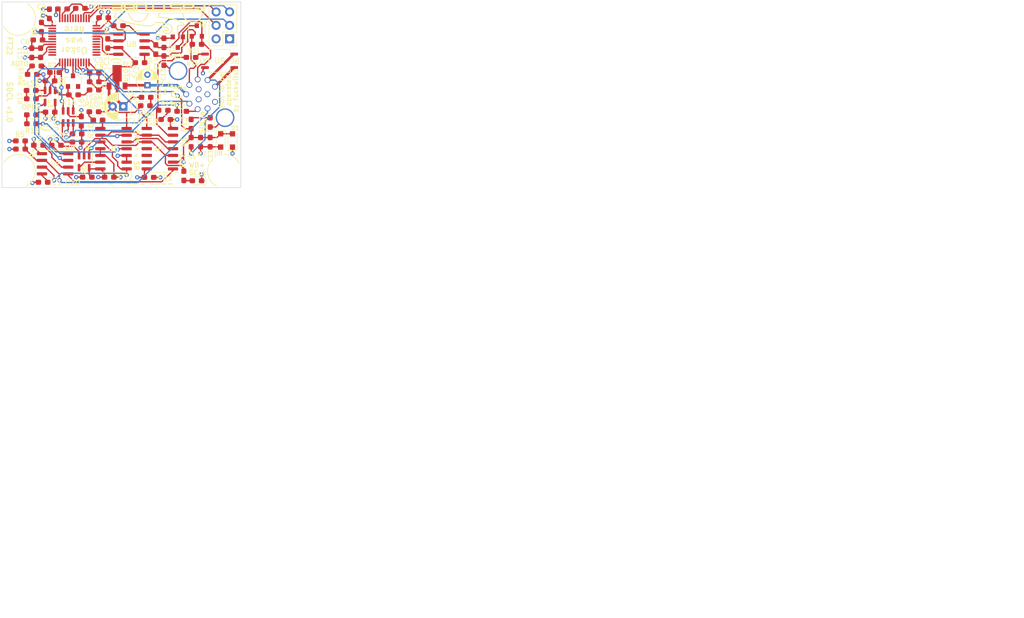
<source format=kicad_pcb>
(kicad_pcb (version 20171130) (host pcbnew 5.1.6)

  (general
    (thickness 1.6)
    (drawings 44)
    (tracks 636)
    (zones 0)
    (modules 78)
    (nets 77)
  )

  (page A4)
  (layers
    (0 F.Cu signal)
    (1 3V3.Cu power hide)
    (2 GND.Cu power hide)
    (31 B.Cu signal)
    (33 F.Adhes user)
    (35 F.Paste user)
    (36 B.SilkS user)
    (37 F.SilkS user)
    (39 F.Mask user)
    (40 Dwgs.User user)
    (41 Cmts.User user)
    (42 Eco1.User user)
    (43 Eco2.User user)
    (44 Edge.Cuts user)
    (45 Margin user)
    (46 B.CrtYd user)
    (47 F.CrtYd user)
    (49 F.Fab user hide)
  )

  (setup
    (last_trace_width 0.25)
    (user_trace_width 0.5)
    (user_trace_width 1)
    (trace_clearance 0.2)
    (zone_clearance 0.33)
    (zone_45_only no)
    (trace_min 0.2)
    (via_size 0.8)
    (via_drill 0.4)
    (via_min_size 0.4)
    (via_min_drill 0.3)
    (uvia_size 0.3)
    (uvia_drill 0.1)
    (uvias_allowed no)
    (uvia_min_size 0.2)
    (uvia_min_drill 0.1)
    (edge_width 0.1)
    (segment_width 0.2)
    (pcb_text_width 0.3)
    (pcb_text_size 1.5 1.5)
    (mod_edge_width 0.15)
    (mod_text_size 1 1)
    (mod_text_width 0.15)
    (pad_size 4.5 4.5)
    (pad_drill 3)
    (pad_to_mask_clearance 0)
    (aux_axis_origin 0 0)
    (visible_elements FFFFFF7F)
    (pcbplotparams
      (layerselection 0x010fc_ffffffff)
      (usegerberextensions false)
      (usegerberattributes true)
      (usegerberadvancedattributes true)
      (creategerberjobfile true)
      (excludeedgelayer true)
      (linewidth 0.100000)
      (plotframeref false)
      (viasonmask false)
      (mode 1)
      (useauxorigin false)
      (hpglpennumber 1)
      (hpglpenspeed 20)
      (hpglpendiameter 15.000000)
      (psnegative false)
      (psa4output false)
      (plotreference true)
      (plotvalue true)
      (plotinvisibletext false)
      (padsonsilk false)
      (subtractmaskfromsilk false)
      (outputformat 1)
      (mirror false)
      (drillshape 1)
      (scaleselection 1)
      (outputdirectory ""))
  )

  (net 0 "")
  (net 1 GND)
  (net 2 +3V3)
  (net 3 NRST)
  (net 4 CAN_H)
  (net 5 CAN_L)
  (net 6 +12V)
  (net 7 SDC_in_3V3)
  (net 8 "Net-(D2-Pad3)")
  (net 9 TS_activate_MUXed)
  (net 10 TRACESWO)
  (net 11 SWDIO)
  (net 12 SWCLK)
  (net 13 ~SDC_reset~)
  (net 14 TS_activate_ext)
  (net 15 TS_activate_dash)
  (net 16 SDC_in)
  (net 17 SDC_out)
  (net 18 To_SDC_relais)
  (net 19 AS_driving_mode)
  (net 20 AS_close_SDC)
  (net 21 "Net-(R12-Pad1)")
  (net 22 Watchdog)
  (net 23 SDC_is_ready)
  (net 24 "Net-(U7-Pad46)")
  (net 25 "Net-(U7-Pad45)")
  (net 26 "Net-(U7-Pad43)")
  (net 27 "Net-(U7-Pad42)")
  (net 28 "Net-(U7-Pad41)")
  (net 29 "Net-(U7-Pad40)")
  (net 30 "Net-(U7-Pad38)")
  (net 31 CAN_TX)
  (net 32 CAN_RX)
  (net 33 "Net-(U7-Pad31)")
  (net 34 "Net-(U7-Pad30)")
  (net 35 "Net-(U7-Pad29)")
  (net 36 "Net-(U7-Pad28)")
  (net 37 "Net-(U7-Pad27)")
  (net 38 "Net-(U7-Pad26)")
  (net 39 "Net-(U7-Pad25)")
  (net 40 "Net-(U7-Pad22)")
  (net 41 "Net-(U7-Pad21)")
  (net 42 "Net-(U7-Pad17)")
  (net 43 "Net-(U7-Pad16)")
  (net 44 "Net-(U7-Pad12)")
  (net 45 "Net-(U7-Pad11)")
  (net 46 "Net-(U7-Pad10)")
  (net 47 "Net-(U7-Pad6)")
  (net 48 "Net-(U7-Pad5)")
  (net 49 "Net-(U7-Pad4)")
  (net 50 "Net-(U7-Pad3)")
  (net 51 "Net-(U7-Pad2)")
  (net 52 "Net-(R14-Pad2)")
  (net 53 "Net-(R10-Pad1)")
  (net 54 "Net-(D5-Pad2)")
  (net 55 "Net-(D6-Pad2)")
  (net 56 "Net-(D7-Pad2)")
  (net 57 "Net-(D9-Pad2)")
  (net 58 "Net-(D10-Pad2)")
  (net 59 "Net-(D11-Pad2)")
  (net 60 "Net-(D12-Pad2)")
  (net 61 "Net-(D13-Pad2)")
  (net 62 "/Non-Programmable Logic/~WDO~")
  (net 63 "/Non-Programmable Logic/RP")
  (net 64 "/Non-Programmable Logic/WP")
  (net 65 "/Non-Programmable Logic/correct_button_pressed")
  (net 66 "/Non-Programmable Logic/close_while_allowed")
  (net 67 "/Non-Programmable Logic/reopened")
  (net 68 "/Non-Programmable Logic/~reset_all~")
  (net 69 "/Non-Programmable Logic/closing_allowed")
  (net 70 "/Non-Programmable Logic/~reopen~")
  (net 71 "/Non-Programmable Logic/WD_and_SDCin_ok")
  (net 72 "/Non-Programmable Logic/~try_close~")
  (net 73 "/Non-Programmable Logic/still_initial_open")
  (net 74 "Net-(R!1-Pad2)")
  (net 75 "Net-(D14-Pad2)")
  (net 76 "Net-(R24-Pad2)")

  (net_class Default "This is the default net class."
    (clearance 0.2)
    (trace_width 0.25)
    (via_dia 0.8)
    (via_drill 0.4)
    (uvia_dia 0.3)
    (uvia_drill 0.1)
    (add_net +12V)
    (add_net +3V3)
    (add_net "/Non-Programmable Logic/RP")
    (add_net "/Non-Programmable Logic/WD_and_SDCin_ok")
    (add_net "/Non-Programmable Logic/WP")
    (add_net "/Non-Programmable Logic/close_while_allowed")
    (add_net "/Non-Programmable Logic/closing_allowed")
    (add_net "/Non-Programmable Logic/correct_button_pressed")
    (add_net "/Non-Programmable Logic/reopened")
    (add_net "/Non-Programmable Logic/still_initial_open")
    (add_net "/Non-Programmable Logic/~WDO~")
    (add_net "/Non-Programmable Logic/~reopen~")
    (add_net "/Non-Programmable Logic/~reset_all~")
    (add_net "/Non-Programmable Logic/~try_close~")
    (add_net AS_close_SDC)
    (add_net AS_driving_mode)
    (add_net CAN_H)
    (add_net CAN_L)
    (add_net CAN_RX)
    (add_net CAN_TX)
    (add_net GND)
    (add_net NRST)
    (add_net "Net-(D10-Pad2)")
    (add_net "Net-(D11-Pad2)")
    (add_net "Net-(D12-Pad2)")
    (add_net "Net-(D13-Pad2)")
    (add_net "Net-(D14-Pad2)")
    (add_net "Net-(D2-Pad3)")
    (add_net "Net-(D5-Pad2)")
    (add_net "Net-(D6-Pad2)")
    (add_net "Net-(D7-Pad2)")
    (add_net "Net-(D9-Pad2)")
    (add_net "Net-(R!1-Pad2)")
    (add_net "Net-(R10-Pad1)")
    (add_net "Net-(R12-Pad1)")
    (add_net "Net-(R14-Pad2)")
    (add_net "Net-(R24-Pad2)")
    (add_net "Net-(U7-Pad10)")
    (add_net "Net-(U7-Pad11)")
    (add_net "Net-(U7-Pad12)")
    (add_net "Net-(U7-Pad16)")
    (add_net "Net-(U7-Pad17)")
    (add_net "Net-(U7-Pad2)")
    (add_net "Net-(U7-Pad21)")
    (add_net "Net-(U7-Pad22)")
    (add_net "Net-(U7-Pad25)")
    (add_net "Net-(U7-Pad26)")
    (add_net "Net-(U7-Pad27)")
    (add_net "Net-(U7-Pad28)")
    (add_net "Net-(U7-Pad29)")
    (add_net "Net-(U7-Pad3)")
    (add_net "Net-(U7-Pad30)")
    (add_net "Net-(U7-Pad31)")
    (add_net "Net-(U7-Pad38)")
    (add_net "Net-(U7-Pad4)")
    (add_net "Net-(U7-Pad40)")
    (add_net "Net-(U7-Pad41)")
    (add_net "Net-(U7-Pad42)")
    (add_net "Net-(U7-Pad43)")
    (add_net "Net-(U7-Pad45)")
    (add_net "Net-(U7-Pad46)")
    (add_net "Net-(U7-Pad5)")
    (add_net "Net-(U7-Pad6)")
    (add_net SDC_in)
    (add_net SDC_in_3V3)
    (add_net SDC_is_ready)
    (add_net SDC_out)
    (add_net SWCLK)
    (add_net SWDIO)
    (add_net TRACESWO)
    (add_net TS_activate_MUXed)
    (add_net TS_activate_dash)
    (add_net TS_activate_ext)
    (add_net To_SDC_relais)
    (add_net Watchdog)
    (add_net ~SDC_reset~)
  )

  (module Custom:Binder_M12-A_12P_Female_NoSilk (layer B.Cu) (tedit 61BF27D7) (tstamp 61C02DD4)
    (at 175.6 85.4 90)
    (path /61BBA8EA/61CD6444)
    (fp_text reference J2 (at 0 10.045 90) (layer B.SilkS) hide
      (effects (font (size 1 1) (thickness 0.15)) (justify mirror))
    )
    (fp_text value Binder-M12-12P (at 0 -10.045 90) (layer B.Fab) hide
      (effects (font (size 1 1) (thickness 0.15)) (justify mirror))
    )
    (fp_circle (center 0 0) (end 0 -9) (layer B.Fab) (width 0.1))
    (fp_circle (center 0 0) (end 0 -9.37) (layer B.CrtYd) (width 0.05))
    (fp_circle (center 0 0.1) (end 0 4.2) (layer B.Fab) (width 0.12))
    (fp_line (start 0.6 3.7) (end 0.6 4.1) (layer B.Fab) (width 0.12))
    (fp_line (start -0.6 3.7) (end -0.6 4.1) (layer B.Fab) (width 0.12))
    (fp_arc (start 0 3.7) (end -0.6 3.7) (angle 180) (layer B.Fab) (width 0.12))
    (pad 10 thru_hole circle (at 0 1.1 90) (size 1.1 1.1) (drill 0.8) (layers *.Cu *.Mask)
      (net 2 +3V3))
    (pad 11 thru_hole circle (at 0.952627 -0.549999 90) (size 1.1 1.1) (drill 0.8) (layers *.Cu *.Mask)
      (net 2 +3V3))
    (pad 12 thru_hole circle (at -0.952627 -0.55 90) (size 1.1 1.1) (drill 0.8) (layers *.Cu *.Mask)
      (net 1 GND))
    (pad 1 thru_hole circle (at -1.428 2.524 90) (size 1.1 1.1) (drill 0.8) (layers *.Cu *.Mask)
      (net 1 GND))
    (pad 2 thru_hole circle (at 1.428 2.524 90) (size 1.1 1.1) (drill 0.8) (layers *.Cu *.Mask)
      (net 17 SDC_out))
    (pad 3 thru_hole circle (at 2.672 1.127 90) (size 1.1 1.1) (drill 0.8) (layers *.Cu *.Mask)
      (net 16 SDC_in))
    (pad 4 thru_hole circle (at 2.804 -0.738 90) (size 1.1 1.1) (drill 0.8) (layers *.Cu *.Mask)
      (net 4 CAN_H))
    (pad 5 thru_hole circle (at 1.77 -2.297 90) (size 1.1 1.1) (drill 0.8) (layers *.Cu *.Mask)
      (net 5 CAN_L))
    (pad 6 thru_hole circle (at 0 -2.9 90) (size 1.1 1.1) (drill 0.8) (layers *.Cu *.Mask)
      (net 6 +12V))
    (pad 7 thru_hole circle (at -1.77 -2.297 90) (size 1.1 1.1) (drill 0.8) (layers *.Cu *.Mask)
      (net 14 TS_activate_ext))
    (pad 8 thru_hole circle (at -2.804 -0.738 90) (size 1.1 1.1) (drill 0.8) (layers *.Cu *.Mask)
      (net 15 TS_activate_dash))
    (pad 9 thru_hole circle (at -2.672 1.127 90) (size 1.1 1.1) (drill 0.8) (layers *.Cu *.Mask)
      (net 13 ~SDC_reset~))
    (pad M1 thru_hole circle (at -4.419 4.419 90) (size 3.5 3.5) (drill 3) (layers *.Cu *.Mask)
      (net 1 GND))
    (pad M2 thru_hole circle (at 4.419 -4.419 90) (size 3.5 3.5) (drill 3) (layers *.Cu *.Mask)
      (net 1 GND))
    (model ${KIPRJMOD}/packages3d/Binder.3dshapes/Binder_M12-A_12P_Female_86_0532_1120.stp
      (offset (xyz 0 0 23))
      (scale (xyz 1 1 1))
      (rotate (xyz 0 -90 90))
    )
  )

  (module Resistor_SMD:R_0603_1608Metric_Pad1.05x0.95mm_HandSolder (layer F.Cu) (tedit 5B301BBD) (tstamp 61C277B3)
    (at 171.864194 88.609173 180)
    (descr "Resistor SMD 0603 (1608 Metric), square (rectangular) end terminal, IPC_7351 nominal with elongated pad for handsoldering. (Body size source: http://www.tortai-tech.com/upload/download/2011102023233369053.pdf), generated with kicad-footprint-generator")
    (tags "resistor handsolder")
    (path /61A897B7/61C2ED87)
    (attr smd)
    (fp_text reference R24 (at 0.464194 1.209173) (layer F.SilkS)
      (effects (font (size 0.8 0.8) (thickness 0.15)))
    )
    (fp_text value 10k (at 0 1.43) (layer F.Fab)
      (effects (font (size 1 1) (thickness 0.15)))
    )
    (fp_line (start 1.65 0.73) (end -1.65 0.73) (layer F.CrtYd) (width 0.05))
    (fp_line (start 1.65 -0.73) (end 1.65 0.73) (layer F.CrtYd) (width 0.05))
    (fp_line (start -1.65 -0.73) (end 1.65 -0.73) (layer F.CrtYd) (width 0.05))
    (fp_line (start -1.65 0.73) (end -1.65 -0.73) (layer F.CrtYd) (width 0.05))
    (fp_line (start -0.171267 0.51) (end 0.171267 0.51) (layer F.SilkS) (width 0.12))
    (fp_line (start -0.171267 -0.51) (end 0.171267 -0.51) (layer F.SilkS) (width 0.12))
    (fp_line (start 0.8 0.4) (end -0.8 0.4) (layer F.Fab) (width 0.1))
    (fp_line (start 0.8 -0.4) (end 0.8 0.4) (layer F.Fab) (width 0.1))
    (fp_line (start -0.8 -0.4) (end 0.8 -0.4) (layer F.Fab) (width 0.1))
    (fp_line (start -0.8 0.4) (end -0.8 -0.4) (layer F.Fab) (width 0.1))
    (fp_text user %R (at 0 0) (layer F.Fab)
      (effects (font (size 0.4 0.4) (thickness 0.06)))
    )
    (pad 2 smd roundrect (at 0.875 0 180) (size 1.05 0.95) (layers F.Cu F.Paste F.Mask) (roundrect_rratio 0.25)
      (net 76 "Net-(R24-Pad2)"))
    (pad 1 smd roundrect (at -0.875 0 180) (size 1.05 0.95) (layers F.Cu F.Paste F.Mask) (roundrect_rratio 0.25)
      (net 15 TS_activate_dash))
    (model ${KISYS3DMOD}/Resistor_SMD.3dshapes/R_0603_1608Metric.wrl
      (at (xyz 0 0 0))
      (scale (xyz 1 1 1))
      (rotate (xyz 0 0 0))
    )
  )

  (module Resistor_SMD:R_0603_1608Metric_Pad1.05x0.95mm_HandSolder (layer F.Cu) (tedit 5B301BBD) (tstamp 61C2C37E)
    (at 173.630378 91.014938 270)
    (descr "Resistor SMD 0603 (1608 Metric), square (rectangular) end terminal, IPC_7351 nominal with elongated pad for handsoldering. (Body size source: http://www.tortai-tech.com/upload/download/2011102023233369053.pdf), generated with kicad-footprint-generator")
    (tags "resistor handsolder")
    (path /61A897B7/61D457CF)
    (attr smd)
    (fp_text reference R13 (at 0.019967 1.326966 270) (layer F.SilkS)
      (effects (font (size 1 1) (thickness 0.15)))
    )
    (fp_text value 510 (at 0 1.43 90) (layer F.Fab)
      (effects (font (size 1 1) (thickness 0.15)))
    )
    (fp_line (start 1.65 0.73) (end -1.65 0.73) (layer F.CrtYd) (width 0.05))
    (fp_line (start 1.65 -0.73) (end 1.65 0.73) (layer F.CrtYd) (width 0.05))
    (fp_line (start -1.65 -0.73) (end 1.65 -0.73) (layer F.CrtYd) (width 0.05))
    (fp_line (start -1.65 0.73) (end -1.65 -0.73) (layer F.CrtYd) (width 0.05))
    (fp_line (start -0.171267 0.51) (end 0.171267 0.51) (layer F.SilkS) (width 0.12))
    (fp_line (start -0.171267 -0.51) (end 0.171267 -0.51) (layer F.SilkS) (width 0.12))
    (fp_line (start 0.8 0.4) (end -0.8 0.4) (layer F.Fab) (width 0.1))
    (fp_line (start 0.8 -0.4) (end 0.8 0.4) (layer F.Fab) (width 0.1))
    (fp_line (start -0.8 -0.4) (end 0.8 -0.4) (layer F.Fab) (width 0.1))
    (fp_line (start -0.8 0.4) (end -0.8 -0.4) (layer F.Fab) (width 0.1))
    (fp_text user %R (at 0 0 90) (layer F.Fab)
      (effects (font (size 0.4 0.4) (thickness 0.06)))
    )
    (pad 2 smd roundrect (at 0.875 0 270) (size 1.05 0.95) (layers F.Cu F.Paste F.Mask) (roundrect_rratio 0.25)
      (net 7 SDC_in_3V3))
    (pad 1 smd roundrect (at -0.875 0 270) (size 1.05 0.95) (layers F.Cu F.Paste F.Mask) (roundrect_rratio 0.25)
      (net 75 "Net-(D14-Pad2)"))
    (model ${KISYS3DMOD}/Resistor_SMD.3dshapes/R_0603_1608Metric.wrl
      (at (xyz 0 0 0))
      (scale (xyz 1 1 1))
      (rotate (xyz 0 0 0))
    )
  )

  (module Diode_SMD:D_0603_1608Metric_Pad1.05x0.95mm_HandSolder (layer F.Cu) (tedit 5B4B45C8) (tstamp 61C2C15D)
    (at 177.233875 90.7 90)
    (descr "Diode SMD 0603 (1608 Metric), square (rectangular) end terminal, IPC_7351 nominal, (Body size source: http://www.tortai-tech.com/upload/download/2011102023233369053.pdf), generated with kicad-footprint-generator")
    (tags "diode handsolder")
    (path /61A897B7/61D457C3)
    (attr smd)
    (fp_text reference D14 (at 0 -1.43 90) (layer F.SilkS) hide
      (effects (font (size 1 1) (thickness 0.15)))
    )
    (fp_text value "Yellow LED" (at 0 1.43 90) (layer F.Fab)
      (effects (font (size 1 1) (thickness 0.15)))
    )
    (fp_line (start 1.65 0.73) (end -1.65 0.73) (layer F.CrtYd) (width 0.05))
    (fp_line (start 1.65 -0.73) (end 1.65 0.73) (layer F.CrtYd) (width 0.05))
    (fp_line (start -1.65 -0.73) (end 1.65 -0.73) (layer F.CrtYd) (width 0.05))
    (fp_line (start -1.65 0.73) (end -1.65 -0.73) (layer F.CrtYd) (width 0.05))
    (fp_line (start -1.66 0.735) (end 0.8 0.735) (layer F.SilkS) (width 0.12))
    (fp_line (start -1.66 -0.735) (end -1.66 0.735) (layer F.SilkS) (width 0.12))
    (fp_line (start 0.8 -0.735) (end -1.66 -0.735) (layer F.SilkS) (width 0.12))
    (fp_line (start 0.8 0.4) (end 0.8 -0.4) (layer F.Fab) (width 0.1))
    (fp_line (start -0.8 0.4) (end 0.8 0.4) (layer F.Fab) (width 0.1))
    (fp_line (start -0.8 -0.1) (end -0.8 0.4) (layer F.Fab) (width 0.1))
    (fp_line (start -0.5 -0.4) (end -0.8 -0.1) (layer F.Fab) (width 0.1))
    (fp_line (start 0.8 -0.4) (end -0.5 -0.4) (layer F.Fab) (width 0.1))
    (fp_text user %R (at 0 0 90) (layer F.Fab)
      (effects (font (size 0.4 0.4) (thickness 0.06)))
    )
    (pad 2 smd roundrect (at 0.875 0 90) (size 1.05 0.95) (layers F.Cu F.Paste F.Mask) (roundrect_rratio 0.25)
      (net 75 "Net-(D14-Pad2)"))
    (pad 1 smd roundrect (at -0.875 0 90) (size 1.05 0.95) (layers F.Cu F.Paste F.Mask) (roundrect_rratio 0.25)
      (net 1 GND))
    (model ${KISYS3DMOD}/Diode_SMD.3dshapes/D_0603_1608Metric.wrl
      (at (xyz 0 0 0))
      (scale (xyz 1 1 1))
      (rotate (xyz 0 0 0))
    )
  )

  (module Capacitor_SMD:C_0603_1608Metric_Pad1.05x0.95mm_HandSolder (layer F.Cu) (tedit 5B301BBE) (tstamp 61B54D9E)
    (at 166.973269 76.969802 270)
    (descr "Capacitor SMD 0603 (1608 Metric), square (rectangular) end terminal, IPC_7351 nominal with elongated pad for handsoldering. (Body size source: http://www.tortai-tech.com/upload/download/2011102023233369053.pdf), generated with kicad-footprint-generator")
    (tags "capacitor handsolder")
    (path /61BCE4F2/61B519E1)
    (attr smd)
    (fp_text reference C14 (at 2.684741 -0.126731 90) (layer F.SilkS)
      (effects (font (size 0.8 0.8) (thickness 0.15)))
    )
    (fp_text value 220p (at 0 1.43 90) (layer F.Fab)
      (effects (font (size 1 1) (thickness 0.15)))
    )
    (fp_line (start 1.65 0.73) (end -1.65 0.73) (layer F.CrtYd) (width 0.05))
    (fp_line (start 1.65 -0.73) (end 1.65 0.73) (layer F.CrtYd) (width 0.05))
    (fp_line (start -1.65 -0.73) (end 1.65 -0.73) (layer F.CrtYd) (width 0.05))
    (fp_line (start -1.65 0.73) (end -1.65 -0.73) (layer F.CrtYd) (width 0.05))
    (fp_line (start -0.171267 0.51) (end 0.171267 0.51) (layer F.SilkS) (width 0.12))
    (fp_line (start -0.171267 -0.51) (end 0.171267 -0.51) (layer F.SilkS) (width 0.12))
    (fp_line (start 0.8 0.4) (end -0.8 0.4) (layer F.Fab) (width 0.1))
    (fp_line (start 0.8 -0.4) (end 0.8 0.4) (layer F.Fab) (width 0.1))
    (fp_line (start -0.8 -0.4) (end 0.8 -0.4) (layer F.Fab) (width 0.1))
    (fp_line (start -0.8 0.4) (end -0.8 -0.4) (layer F.Fab) (width 0.1))
    (fp_text user %R (at 0 0 90) (layer F.Fab)
      (effects (font (size 0.4 0.4) (thickness 0.06)))
    )
    (pad 2 smd roundrect (at 0.875 0 270) (size 1.05 0.95) (layers F.Cu F.Paste F.Mask) (roundrect_rratio 0.25)
      (net 5 CAN_L))
    (pad 1 smd roundrect (at -0.875 0 270) (size 1.05 0.95) (layers F.Cu F.Paste F.Mask) (roundrect_rratio 0.25)
      (net 4 CAN_H))
    (model ${KISYS3DMOD}/Capacitor_SMD.3dshapes/C_0603_1608Metric.wrl
      (at (xyz 0 0 0))
      (scale (xyz 1 1 1))
      (rotate (xyz 0 0 0))
    )
  )

  (module MountingHole:MountingHole_3.2mm_M3 (layer B.Cu) (tedit 56D1B4CB) (tstamp 61BF54AF)
    (at 141.1 99.9)
    (descr "Mounting Hole 3.2mm, no annular, M3")
    (tags "mounting hole 3.2mm no annular m3")
    (path /61BBA8EA/61BD2D0B)
    (attr virtual)
    (fp_text reference H3 (at -3.6 -3.3) (layer B.SilkS) hide
      (effects (font (size 1 1) (thickness 0.15)) (justify mirror))
    )
    (fp_text value MountingHole (at 0 -4.2) (layer B.Fab)
      (effects (font (size 1 1) (thickness 0.15)) (justify mirror))
    )
    (fp_circle (center 0 0) (end 3.45 0) (layer B.CrtYd) (width 0.05))
    (fp_circle (center 0 0) (end 3.2 0) (layer Cmts.User) (width 0.15))
    (fp_text user %R (at 0.3 0) (layer B.Fab)
      (effects (font (size 1 1) (thickness 0.15)) (justify mirror))
    )
    (pad 1 np_thru_hole circle (at 0 0) (size 3.2 3.2) (drill 3.2) (layers *.Cu *.Mask))
  )

  (module MountingHole:MountingHole_3.2mm_M3 (layer B.Cu) (tedit 56D1B4CB) (tstamp 61BEE490)
    (at 179.9 99.9)
    (descr "Mounting Hole 3.2mm, no annular, M3")
    (tags "mounting hole 3.2mm no annular m3")
    (path /61BBA8EA/61BD2B10)
    (attr virtual)
    (fp_text reference H2 (at 0 4.2) (layer B.SilkS) hide
      (effects (font (size 1 1) (thickness 0.15)) (justify mirror))
    )
    (fp_text value MountingHole (at 0 -4.2) (layer B.Fab)
      (effects (font (size 1 1) (thickness 0.15)) (justify mirror))
    )
    (fp_circle (center 0 0) (end 3.45 0) (layer B.CrtYd) (width 0.05))
    (fp_circle (center 0 0) (end 3.2 0) (layer Cmts.User) (width 0.15))
    (fp_text user %R (at 0.3 0) (layer B.Fab)
      (effects (font (size 1 1) (thickness 0.15)) (justify mirror))
    )
    (pad 1 np_thru_hole circle (at 0 0) (size 3.2 3.2) (drill 3.2) (layers *.Cu *.Mask))
  )

  (module MountingHole:MountingHole_3.2mm_M3 (layer B.Cu) (tedit 56D1B4CB) (tstamp 61BEE488)
    (at 141.1 71.1)
    (descr "Mounting Hole 3.2mm, no annular, M3")
    (tags "mounting hole 3.2mm no annular m3")
    (path /61BBA8EA/61BD2819)
    (attr virtual)
    (fp_text reference H1 (at 0 4.2) (layer B.SilkS) hide
      (effects (font (size 1 1) (thickness 0.15)) (justify mirror))
    )
    (fp_text value MountingHole (at 0 -4.2) (layer B.Fab)
      (effects (font (size 1 1) (thickness 0.15)) (justify mirror))
    )
    (fp_circle (center 0 0) (end 3.45 0) (layer B.CrtYd) (width 0.05))
    (fp_circle (center 0 0) (end 3.2 0) (layer Cmts.User) (width 0.15))
    (fp_text user %R (at 0.3 0) (layer B.Fab)
      (effects (font (size 1 1) (thickness 0.15)) (justify mirror))
    )
    (pad 1 np_thru_hole circle (at 0 0) (size 3.2 3.2) (drill 3.2) (layers *.Cu *.Mask))
  )

  (module Capacitor_THT:CP_Radial_D4.0mm_P2.00mm (layer F.Cu) (tedit 5AE50EF0) (tstamp 61B54E1B)
    (at 165.4 83.7 90)
    (descr "CP, Radial series, Radial, pin pitch=2.00mm, , diameter=4mm, Electrolytic Capacitor")
    (tags "CP Radial series Radial pin pitch 2.00mm  diameter 4mm Electrolytic Capacitor")
    (path /61B4E8CF/61B46489)
    (fp_text reference C17 (at 2.551694 -2.41054 240 unlocked) (layer F.SilkS)
      (effects (font (size 0.8 0.8) (thickness 0.15)))
    )
    (fp_text value 10uF_25V (at 1 3.25 90) (layer F.Fab)
      (effects (font (size 1 1) (thickness 0.15)))
    )
    (fp_line (start -1.069801 -1.395) (end -1.069801 -0.995) (layer F.SilkS) (width 0.12))
    (fp_line (start -1.269801 -1.195) (end -0.869801 -1.195) (layer F.SilkS) (width 0.12))
    (fp_line (start 3.081 -0.37) (end 3.081 0.37) (layer F.SilkS) (width 0.12))
    (fp_line (start 3.041 -0.537) (end 3.041 0.537) (layer F.SilkS) (width 0.12))
    (fp_line (start 3.001 -0.664) (end 3.001 0.664) (layer F.SilkS) (width 0.12))
    (fp_line (start 2.961 -0.768) (end 2.961 0.768) (layer F.SilkS) (width 0.12))
    (fp_line (start 2.921 -0.859) (end 2.921 0.859) (layer F.SilkS) (width 0.12))
    (fp_line (start 2.881 -0.94) (end 2.881 0.94) (layer F.SilkS) (width 0.12))
    (fp_line (start 2.841 -1.013) (end 2.841 1.013) (layer F.SilkS) (width 0.12))
    (fp_line (start 2.801 0.84) (end 2.801 1.08) (layer F.SilkS) (width 0.12))
    (fp_line (start 2.801 -1.08) (end 2.801 -0.84) (layer F.SilkS) (width 0.12))
    (fp_line (start 2.761 0.84) (end 2.761 1.142) (layer F.SilkS) (width 0.12))
    (fp_line (start 2.761 -1.142) (end 2.761 -0.84) (layer F.SilkS) (width 0.12))
    (fp_line (start 2.721 0.84) (end 2.721 1.2) (layer F.SilkS) (width 0.12))
    (fp_line (start 2.721 -1.2) (end 2.721 -0.84) (layer F.SilkS) (width 0.12))
    (fp_line (start 2.681 0.84) (end 2.681 1.254) (layer F.SilkS) (width 0.12))
    (fp_line (start 2.681 -1.254) (end 2.681 -0.84) (layer F.SilkS) (width 0.12))
    (fp_line (start 2.641 0.84) (end 2.641 1.304) (layer F.SilkS) (width 0.12))
    (fp_line (start 2.641 -1.304) (end 2.641 -0.84) (layer F.SilkS) (width 0.12))
    (fp_line (start 2.601 0.84) (end 2.601 1.351) (layer F.SilkS) (width 0.12))
    (fp_line (start 2.601 -1.351) (end 2.601 -0.84) (layer F.SilkS) (width 0.12))
    (fp_line (start 2.561 0.84) (end 2.561 1.396) (layer F.SilkS) (width 0.12))
    (fp_line (start 2.561 -1.396) (end 2.561 -0.84) (layer F.SilkS) (width 0.12))
    (fp_line (start 2.521 0.84) (end 2.521 1.438) (layer F.SilkS) (width 0.12))
    (fp_line (start 2.521 -1.438) (end 2.521 -0.84) (layer F.SilkS) (width 0.12))
    (fp_line (start 2.481 0.84) (end 2.481 1.478) (layer F.SilkS) (width 0.12))
    (fp_line (start 2.481 -1.478) (end 2.481 -0.84) (layer F.SilkS) (width 0.12))
    (fp_line (start 2.441 0.84) (end 2.441 1.516) (layer F.SilkS) (width 0.12))
    (fp_line (start 2.441 -1.516) (end 2.441 -0.84) (layer F.SilkS) (width 0.12))
    (fp_line (start 2.401 0.84) (end 2.401 1.552) (layer F.SilkS) (width 0.12))
    (fp_line (start 2.401 -1.552) (end 2.401 -0.84) (layer F.SilkS) (width 0.12))
    (fp_line (start 2.361 0.84) (end 2.361 1.587) (layer F.SilkS) (width 0.12))
    (fp_line (start 2.361 -1.587) (end 2.361 -0.84) (layer F.SilkS) (width 0.12))
    (fp_line (start 2.321 0.84) (end 2.321 1.619) (layer F.SilkS) (width 0.12))
    (fp_line (start 2.321 -1.619) (end 2.321 -0.84) (layer F.SilkS) (width 0.12))
    (fp_line (start 2.281 0.84) (end 2.281 1.65) (layer F.SilkS) (width 0.12))
    (fp_line (start 2.281 -1.65) (end 2.281 -0.84) (layer F.SilkS) (width 0.12))
    (fp_line (start 2.241 0.84) (end 2.241 1.68) (layer F.SilkS) (width 0.12))
    (fp_line (start 2.241 -1.68) (end 2.241 -0.84) (layer F.SilkS) (width 0.12))
    (fp_line (start 2.201 0.84) (end 2.201 1.708) (layer F.SilkS) (width 0.12))
    (fp_line (start 2.201 -1.708) (end 2.201 -0.84) (layer F.SilkS) (width 0.12))
    (fp_line (start 2.161 0.84) (end 2.161 1.735) (layer F.SilkS) (width 0.12))
    (fp_line (start 2.161 -1.735) (end 2.161 -0.84) (layer F.SilkS) (width 0.12))
    (fp_line (start 2.121 0.84) (end 2.121 1.76) (layer F.SilkS) (width 0.12))
    (fp_line (start 2.121 -1.76) (end 2.121 -0.84) (layer F.SilkS) (width 0.12))
    (fp_line (start 2.081 0.84) (end 2.081 1.785) (layer F.SilkS) (width 0.12))
    (fp_line (start 2.081 -1.785) (end 2.081 -0.84) (layer F.SilkS) (width 0.12))
    (fp_line (start 2.041 0.84) (end 2.041 1.808) (layer F.SilkS) (width 0.12))
    (fp_line (start 2.041 -1.808) (end 2.041 -0.84) (layer F.SilkS) (width 0.12))
    (fp_line (start 2.001 0.84) (end 2.001 1.83) (layer F.SilkS) (width 0.12))
    (fp_line (start 2.001 -1.83) (end 2.001 -0.84) (layer F.SilkS) (width 0.12))
    (fp_line (start 1.961 0.84) (end 1.961 1.851) (layer F.SilkS) (width 0.12))
    (fp_line (start 1.961 -1.851) (end 1.961 -0.84) (layer F.SilkS) (width 0.12))
    (fp_line (start 1.921 0.84) (end 1.921 1.87) (layer F.SilkS) (width 0.12))
    (fp_line (start 1.921 -1.87) (end 1.921 -0.84) (layer F.SilkS) (width 0.12))
    (fp_line (start 1.881 0.84) (end 1.881 1.889) (layer F.SilkS) (width 0.12))
    (fp_line (start 1.881 -1.889) (end 1.881 -0.84) (layer F.SilkS) (width 0.12))
    (fp_line (start 1.841 0.84) (end 1.841 1.907) (layer F.SilkS) (width 0.12))
    (fp_line (start 1.841 -1.907) (end 1.841 -0.84) (layer F.SilkS) (width 0.12))
    (fp_line (start 1.801 0.84) (end 1.801 1.924) (layer F.SilkS) (width 0.12))
    (fp_line (start 1.801 -1.924) (end 1.801 -0.84) (layer F.SilkS) (width 0.12))
    (fp_line (start 1.761 0.84) (end 1.761 1.94) (layer F.SilkS) (width 0.12))
    (fp_line (start 1.761 -1.94) (end 1.761 -0.84) (layer F.SilkS) (width 0.12))
    (fp_line (start 1.721 0.84) (end 1.721 1.954) (layer F.SilkS) (width 0.12))
    (fp_line (start 1.721 -1.954) (end 1.721 -0.84) (layer F.SilkS) (width 0.12))
    (fp_line (start 1.68 0.84) (end 1.68 1.968) (layer F.SilkS) (width 0.12))
    (fp_line (start 1.68 -1.968) (end 1.68 -0.84) (layer F.SilkS) (width 0.12))
    (fp_line (start 1.64 0.84) (end 1.64 1.982) (layer F.SilkS) (width 0.12))
    (fp_line (start 1.64 -1.982) (end 1.64 -0.84) (layer F.SilkS) (width 0.12))
    (fp_line (start 1.6 0.84) (end 1.6 1.994) (layer F.SilkS) (width 0.12))
    (fp_line (start 1.6 -1.994) (end 1.6 -0.84) (layer F.SilkS) (width 0.12))
    (fp_line (start 1.56 0.84) (end 1.56 2.005) (layer F.SilkS) (width 0.12))
    (fp_line (start 1.56 -2.005) (end 1.56 -0.84) (layer F.SilkS) (width 0.12))
    (fp_line (start 1.52 0.84) (end 1.52 2.016) (layer F.SilkS) (width 0.12))
    (fp_line (start 1.52 -2.016) (end 1.52 -0.84) (layer F.SilkS) (width 0.12))
    (fp_line (start 1.48 0.84) (end 1.48 2.025) (layer F.SilkS) (width 0.12))
    (fp_line (start 1.48 -2.025) (end 1.48 -0.84) (layer F.SilkS) (width 0.12))
    (fp_line (start 1.44 0.84) (end 1.44 2.034) (layer F.SilkS) (width 0.12))
    (fp_line (start 1.44 -2.034) (end 1.44 -0.84) (layer F.SilkS) (width 0.12))
    (fp_line (start 1.4 0.84) (end 1.4 2.042) (layer F.SilkS) (width 0.12))
    (fp_line (start 1.4 -2.042) (end 1.4 -0.84) (layer F.SilkS) (width 0.12))
    (fp_line (start 1.36 0.84) (end 1.36 2.05) (layer F.SilkS) (width 0.12))
    (fp_line (start 1.36 -2.05) (end 1.36 -0.84) (layer F.SilkS) (width 0.12))
    (fp_line (start 1.32 0.84) (end 1.32 2.056) (layer F.SilkS) (width 0.12))
    (fp_line (start 1.32 -2.056) (end 1.32 -0.84) (layer F.SilkS) (width 0.12))
    (fp_line (start 1.28 0.84) (end 1.28 2.062) (layer F.SilkS) (width 0.12))
    (fp_line (start 1.28 -2.062) (end 1.28 -0.84) (layer F.SilkS) (width 0.12))
    (fp_line (start 1.24 0.84) (end 1.24 2.067) (layer F.SilkS) (width 0.12))
    (fp_line (start 1.24 -2.067) (end 1.24 -0.84) (layer F.SilkS) (width 0.12))
    (fp_line (start 1.2 0.84) (end 1.2 2.071) (layer F.SilkS) (width 0.12))
    (fp_line (start 1.2 -2.071) (end 1.2 -0.84) (layer F.SilkS) (width 0.12))
    (fp_line (start 1.16 -2.074) (end 1.16 2.074) (layer F.SilkS) (width 0.12))
    (fp_line (start 1.12 -2.077) (end 1.12 2.077) (layer F.SilkS) (width 0.12))
    (fp_line (start 1.08 -2.079) (end 1.08 2.079) (layer F.SilkS) (width 0.12))
    (fp_line (start 1.04 -2.08) (end 1.04 2.08) (layer F.SilkS) (width 0.12))
    (fp_line (start 1 -2.08) (end 1 2.08) (layer F.SilkS) (width 0.12))
    (fp_line (start -0.502554 -1.0675) (end -0.502554 -0.6675) (layer F.Fab) (width 0.1))
    (fp_line (start -0.702554 -0.8675) (end -0.302554 -0.8675) (layer F.Fab) (width 0.1))
    (fp_circle (center 1 0) (end 3.25 0) (layer F.CrtYd) (width 0.05))
    (fp_circle (center 1 0) (end 3.12 0) (layer F.SilkS) (width 0.12))
    (fp_circle (center 1 0) (end 3 0) (layer F.Fab) (width 0.1))
    (fp_text user %R (at 1 0 90) (layer F.Fab)
      (effects (font (size 0.8 0.8) (thickness 0.12)))
    )
    (pad 2 thru_hole circle (at 2 0 90) (size 1.2 1.2) (drill 0.6) (layers *.Cu *.Mask)
      (net 1 GND))
    (pad 1 thru_hole rect (at 0 0 90) (size 1.2 1.2) (drill 0.6) (layers *.Cu *.Mask)
      (net 6 +12V))
    (model ${KISYS3DMOD}/Capacitor_THT.3dshapes/CP_Radial_D4.0mm_P2.00mm.wrl
      (at (xyz 0 0 0))
      (scale (xyz 1 1 1))
      (rotate (xyz 0 0 0))
    )
  )

  (module Custom:SC-74A-5_1.5x2.9mm_P0.95mm (layer F.Cu) (tedit 61BBD969) (tstamp 61B54E3C)
    (at 153.473426 98.115078 270)
    (descr "SC-74, 6 Pin (https://www.nxp.com/docs/en/package-information/SOT457.pdf), generated with kicad-footprint-generator ipc_gullwing_generator.py")
    (tags "SC-74 SO")
    (path /61A897B7/61B3FC7A)
    (attr smd)
    (fp_text reference U6 (at 0.575518 -0.031105 90) (layer F.SilkS) hide
      (effects (font (size 0.9 0.9) (thickness 0.15)))
    )
    (fp_text value MC74HC1G32 (at 0 2.4 90) (layer F.Fab)
      (effects (font (size 1 1) (thickness 0.15)))
    )
    (fp_line (start 2.1 -1.7) (end -2.1 -1.7) (layer F.CrtYd) (width 0.05))
    (fp_line (start 2.1 1.7) (end 2.1 -1.7) (layer F.CrtYd) (width 0.05))
    (fp_line (start -2.1 1.7) (end 2.1 1.7) (layer F.CrtYd) (width 0.05))
    (fp_line (start -2.1 -1.7) (end -2.1 1.7) (layer F.CrtYd) (width 0.05))
    (fp_line (start -0.75 -1.075) (end -0.375 -1.45) (layer F.Fab) (width 0.1))
    (fp_line (start -0.75 1.45) (end -0.75 -1.075) (layer F.Fab) (width 0.1))
    (fp_line (start 0.75 1.45) (end -0.75 1.45) (layer F.Fab) (width 0.1))
    (fp_line (start 0.75 -1.45) (end 0.75 1.45) (layer F.Fab) (width 0.1))
    (fp_line (start -0.375 -1.45) (end 0.75 -1.45) (layer F.Fab) (width 0.1))
    (fp_line (start 0 -1.56) (end -1.85 -1.56) (layer F.SilkS) (width 0.12))
    (fp_line (start 0 -1.56) (end 0.75 -1.56) (layer F.SilkS) (width 0.12))
    (fp_line (start 0 1.56) (end -0.75 1.56) (layer F.SilkS) (width 0.12))
    (fp_line (start 0 1.56) (end 0.75 1.56) (layer F.SilkS) (width 0.12))
    (fp_text user %R (at 0 0 90) (layer F.Fab)
      (effects (font (size 0.38 0.38) (thickness 0.06)))
    )
    (pad 5 smd roundrect (at 1.1375 -0.95 270) (size 1.425 0.5) (layers F.Cu F.Paste F.Mask) (roundrect_rratio 0.25)
      (net 2 +3V3))
    (pad 4 smd roundrect (at 1.1375 0.95 270) (size 1.425 0.5) (layers F.Cu F.Paste F.Mask) (roundrect_rratio 0.25)
      (net 70 "/Non-Programmable Logic/~reopen~"))
    (pad 3 smd roundrect (at -1.1375 0.95 270) (size 1.425 0.5) (layers F.Cu F.Paste F.Mask) (roundrect_rratio 0.25)
      (net 1 GND))
    (pad 2 smd roundrect (at -1.1375 0 270) (size 1.425 0.5) (layers F.Cu F.Paste F.Mask) (roundrect_rratio 0.25)
      (net 71 "/Non-Programmable Logic/WD_and_SDCin_ok"))
    (pad 1 smd roundrect (at -1.1375 -0.95 270) (size 1.425 0.5) (layers F.Cu F.Paste F.Mask) (roundrect_rratio 0.25)
      (net 73 "/Non-Programmable Logic/still_initial_open"))
    (model :SDCL:SC-74.3dshapes/SC-74-5.stp
      (at (xyz 0 0 0))
      (scale (xyz 1 1 1))
      (rotate (xyz 0 0 90))
    )
  )

  (module Custom:SC-74A-5_1.5x2.9mm_P0.95mm (layer F.Cu) (tedit 61BBD969) (tstamp 61B54DA9)
    (at 147.066812 85.812974 270)
    (descr "SC-74, 6 Pin (https://www.nxp.com/docs/en/package-information/SOT457.pdf), generated with kicad-footprint-generator ipc_gullwing_generator.py")
    (tags "SC-74 SO")
    (path /61A897B7/61B3096F)
    (attr smd)
    (fp_text reference U3 (at 1.304199 0.045308 270 unlocked) (layer F.SilkS)
      (effects (font (size 0.8 0.8) (thickness 0.15)))
    )
    (fp_text value MC74HC1G00 (at 0 2.4 90) (layer F.Fab)
      (effects (font (size 1 1) (thickness 0.15)))
    )
    (fp_line (start 2.1 -1.7) (end -2.1 -1.7) (layer F.CrtYd) (width 0.05))
    (fp_line (start 2.1 1.7) (end 2.1 -1.7) (layer F.CrtYd) (width 0.05))
    (fp_line (start -2.1 1.7) (end 2.1 1.7) (layer F.CrtYd) (width 0.05))
    (fp_line (start -2.1 -1.7) (end -2.1 1.7) (layer F.CrtYd) (width 0.05))
    (fp_line (start -0.75 -1.075) (end -0.375 -1.45) (layer F.Fab) (width 0.1))
    (fp_line (start -0.75 1.45) (end -0.75 -1.075) (layer F.Fab) (width 0.1))
    (fp_line (start 0.75 1.45) (end -0.75 1.45) (layer F.Fab) (width 0.1))
    (fp_line (start 0.75 -1.45) (end 0.75 1.45) (layer F.Fab) (width 0.1))
    (fp_line (start -0.375 -1.45) (end 0.75 -1.45) (layer F.Fab) (width 0.1))
    (fp_line (start 0 -1.56) (end -1.85 -1.56) (layer F.SilkS) (width 0.12))
    (fp_line (start 0 -1.56) (end 0.75 -1.56) (layer F.SilkS) (width 0.12))
    (fp_line (start 0 1.56) (end -0.75 1.56) (layer F.SilkS) (width 0.12))
    (fp_line (start 0 1.56) (end 0.75 1.56) (layer F.SilkS) (width 0.12))
    (fp_text user %R (at 0 0 90) (layer F.Fab)
      (effects (font (size 0.38 0.38) (thickness 0.06)))
    )
    (pad 5 smd roundrect (at 1.1375 -0.95 270) (size 1.425 0.5) (layers F.Cu F.Paste F.Mask) (roundrect_rratio 0.25)
      (net 2 +3V3))
    (pad 4 smd roundrect (at 1.1375 0.95 270) (size 1.425 0.5) (layers F.Cu F.Paste F.Mask) (roundrect_rratio 0.25)
      (net 72 "/Non-Programmable Logic/~try_close~"))
    (pad 3 smd roundrect (at -1.1375 0.95 270) (size 1.425 0.5) (layers F.Cu F.Paste F.Mask) (roundrect_rratio 0.25)
      (net 1 GND))
    (pad 2 smd roundrect (at -1.1375 0 270) (size 1.425 0.5) (layers F.Cu F.Paste F.Mask) (roundrect_rratio 0.25)
      (net 20 AS_close_SDC))
    (pad 1 smd roundrect (at -1.1375 -0.95 270) (size 1.425 0.5) (layers F.Cu F.Paste F.Mask) (roundrect_rratio 0.25)
      (net 65 "/Non-Programmable Logic/correct_button_pressed"))
    (model :SDCL:SC-74.3dshapes/SC-74-5.stp
      (at (xyz 0 0 0))
      (scale (xyz 1 1 1))
      (rotate (xyz 0 0 90))
    )
  )

  (module Custom:SC-74-6_1.5x2.9mm_P0.95mm (layer F.Cu) (tedit 61BBD8F1) (tstamp 61B5507C)
    (at 150.468436 89.663424 90)
    (descr "SC-74, 6 Pin (https://www.nxp.com/docs/en/package-information/SOT457.pdf), generated with kicad-footprint-generator ipc_gullwing_generator.py")
    (tags "SC-74 SO")
    (path /61A897B7/61B6A3BA)
    (attr smd)
    (fp_text reference U1 (at -1.796282 -2.267451 270) (layer F.SilkS)
      (effects (font (size 0.9 0.9) (thickness 0.15)))
    )
    (fp_text value NL17SZ157 (at 0 2 270) (layer F.Fab)
      (effects (font (size 1 1) (thickness 0.15)))
    )
    (fp_line (start 2.1 -1.7) (end -2.1 -1.7) (layer F.CrtYd) (width 0.05))
    (fp_line (start 2.1 1.7) (end 2.1 -1.7) (layer F.CrtYd) (width 0.05))
    (fp_line (start -2.1 1.7) (end 2.1 1.7) (layer F.CrtYd) (width 0.05))
    (fp_line (start -2.1 -1.7) (end -2.1 1.7) (layer F.CrtYd) (width 0.05))
    (fp_line (start -0.75 -1.075) (end -0.375 -1.45) (layer F.Fab) (width 0.1))
    (fp_line (start -0.75 1.45) (end -0.75 -1.075) (layer F.Fab) (width 0.1))
    (fp_line (start 0.75 1.45) (end -0.75 1.45) (layer F.Fab) (width 0.1))
    (fp_line (start 0.75 -1.45) (end 0.75 1.45) (layer F.Fab) (width 0.1))
    (fp_line (start -0.375 -1.45) (end 0.75 -1.45) (layer F.Fab) (width 0.1))
    (fp_line (start 0 -1.56) (end -1.85 -1.56) (layer F.SilkS) (width 0.12))
    (fp_line (start 0 -1.56) (end 0.75 -1.56) (layer F.SilkS) (width 0.12))
    (fp_line (start 0 1.56) (end -0.75 1.56) (layer F.SilkS) (width 0.12))
    (fp_line (start 0 1.56) (end 0.75 1.56) (layer F.SilkS) (width 0.12))
    (fp_text user %R (at -0.06 0) (layer F.Fab)
      (effects (font (size 0.5 0.5) (thickness 0.075)))
    )
    (pad 6 smd roundrect (at 1.1375 -0.95 90) (size 1.425 0.5) (layers F.Cu F.Paste F.Mask) (roundrect_rratio 0.25)
      (net 19 AS_driving_mode))
    (pad 5 smd roundrect (at 1.1375 0 90) (size 1.425 0.5) (layers F.Cu F.Paste F.Mask) (roundrect_rratio 0.25)
      (net 2 +3V3))
    (pad 4 smd roundrect (at 1.1375 0.95 90) (size 1.425 0.5) (layers F.Cu F.Paste F.Mask) (roundrect_rratio 0.25)
      (net 65 "/Non-Programmable Logic/correct_button_pressed"))
    (pad 3 smd roundrect (at -1.1375 0.95 90) (size 1.425 0.5) (layers F.Cu F.Paste F.Mask) (roundrect_rratio 0.25)
      (net 76 "Net-(R24-Pad2)"))
    (pad 2 smd roundrect (at -1.1375 0 90) (size 1.425 0.5) (layers F.Cu F.Paste F.Mask) (roundrect_rratio 0.25)
      (net 1 GND))
    (pad 1 smd roundrect (at -1.1375 -0.95 90) (size 1.425 0.5) (layers F.Cu F.Paste F.Mask) (roundrect_rratio 0.25)
      (net 14 TS_activate_ext))
    (model ${KIPRJMOD}/packages3d/SC-74.3dshapes/SC-74-6.stp
      (at (xyz 0 0 0))
      (scale (xyz 1 1 1))
      (rotate (xyz 0 0 90))
    )
  )

  (module Resistor_SMD:R_0603_1608Metric_Pad1.05x0.95mm_HandSolder (layer F.Cu) (tedit 5B301BBD) (tstamp 61BBD3C0)
    (at 163.98943 79.437989)
    (descr "Resistor SMD 0603 (1608 Metric), square (rectangular) end terminal, IPC_7351 nominal with elongated pad for handsoldering. (Body size source: http://www.tortai-tech.com/upload/download/2011102023233369053.pdf), generated with kicad-footprint-generator")
    (tags "resistor handsolder")
    (path /61BCE4F2/61BF7CE9)
    (attr smd)
    (fp_text reference R!1 (at -2.325916 0.289619 180) (layer F.SilkS)
      (effects (font (size 0.85 0.85) (thickness 0.15)))
    )
    (fp_text value ∞ (at 0 1.43) (layer F.Fab)
      (effects (font (size 1 1) (thickness 0.15)))
    )
    (fp_line (start -0.8 0.4) (end -0.8 -0.4) (layer F.Fab) (width 0.1))
    (fp_line (start -0.8 -0.4) (end 0.8 -0.4) (layer F.Fab) (width 0.1))
    (fp_line (start 0.8 -0.4) (end 0.8 0.4) (layer F.Fab) (width 0.1))
    (fp_line (start 0.8 0.4) (end -0.8 0.4) (layer F.Fab) (width 0.1))
    (fp_line (start -0.171267 -0.51) (end 0.171267 -0.51) (layer F.SilkS) (width 0.12))
    (fp_line (start -0.171267 0.51) (end 0.171267 0.51) (layer F.SilkS) (width 0.12))
    (fp_line (start -1.65 0.73) (end -1.65 -0.73) (layer F.CrtYd) (width 0.05))
    (fp_line (start -1.65 -0.73) (end 1.65 -0.73) (layer F.CrtYd) (width 0.05))
    (fp_line (start 1.65 -0.73) (end 1.65 0.73) (layer F.CrtYd) (width 0.05))
    (fp_line (start 1.65 0.73) (end -1.65 0.73) (layer F.CrtYd) (width 0.05))
    (fp_text user %R (at 0 0) (layer F.Fab)
      (effects (font (size 0.4 0.4) (thickness 0.06)))
    )
    (pad 2 smd roundrect (at 0.875 0) (size 1.05 0.95) (layers F.Cu F.Paste F.Mask) (roundrect_rratio 0.25)
      (net 74 "Net-(R!1-Pad2)"))
    (pad 1 smd roundrect (at -0.875 0) (size 1.05 0.95) (layers F.Cu F.Paste F.Mask) (roundrect_rratio 0.25)
      (net 2 +3V3))
    (model ${KISYS3DMOD}/Resistor_SMD.3dshapes/R_0603_1608Metric.wrl
      (at (xyz 0 0 0))
      (scale (xyz 1 1 1))
      (rotate (xyz 0 0 0))
    )
  )

  (module Package_SO:SOIC-8_3.9x4.9mm_P1.27mm (layer F.Cu) (tedit 5D9F72B1) (tstamp 61B5517B)
    (at 162.388506 75.955834)
    (descr "SOIC, 8 Pin (JEDEC MS-012AA, https://www.analog.com/media/en/package-pcb-resources/package/pkg_pdf/soic_narrow-r/r_8.pdf), generated with kicad-footprint-generator ipc_gullwing_generator.py")
    (tags "SOIC SO")
    (path /61BCE4F2/61D66C8F)
    (attr smd)
    (fp_text reference U8 (at 0.000029 0.002995) (layer F.SilkS)
      (effects (font (size 1 1) (thickness 0.15)))
    )
    (fp_text value SN65HVD231 (at -5.08 -3.81) (layer F.Fab)
      (effects (font (size 1 1) (thickness 0.15)))
    )
    (fp_line (start 3.7 -2.7) (end -3.7 -2.7) (layer F.CrtYd) (width 0.05))
    (fp_line (start 3.7 2.7) (end 3.7 -2.7) (layer F.CrtYd) (width 0.05))
    (fp_line (start -3.7 2.7) (end 3.7 2.7) (layer F.CrtYd) (width 0.05))
    (fp_line (start -3.7 -2.7) (end -3.7 2.7) (layer F.CrtYd) (width 0.05))
    (fp_line (start -1.95 -1.475) (end -0.975 -2.45) (layer F.Fab) (width 0.1))
    (fp_line (start -1.95 2.45) (end -1.95 -1.475) (layer F.Fab) (width 0.1))
    (fp_line (start 1.95 2.45) (end -1.95 2.45) (layer F.Fab) (width 0.1))
    (fp_line (start 1.95 -2.45) (end 1.95 2.45) (layer F.Fab) (width 0.1))
    (fp_line (start -0.975 -2.45) (end 1.95 -2.45) (layer F.Fab) (width 0.1))
    (fp_line (start 0 -2.56) (end -3.45 -2.56) (layer F.SilkS) (width 0.12))
    (fp_line (start 0 -2.56) (end 1.95 -2.56) (layer F.SilkS) (width 0.12))
    (fp_line (start 0 2.56) (end -1.95 2.56) (layer F.SilkS) (width 0.12))
    (fp_line (start 0 2.56) (end 1.95 2.56) (layer F.SilkS) (width 0.12))
    (fp_text user %R (at 0 0) (layer F.Fab)
      (effects (font (size 0.98 0.98) (thickness 0.15)))
    )
    (pad 8 smd roundrect (at 2.475 -1.905) (size 1.95 0.6) (layers F.Cu F.Paste F.Mask) (roundrect_rratio 0.25)
      (net 21 "Net-(R12-Pad1)"))
    (pad 7 smd roundrect (at 2.475 -0.635) (size 1.95 0.6) (layers F.Cu F.Paste F.Mask) (roundrect_rratio 0.25)
      (net 4 CAN_H))
    (pad 6 smd roundrect (at 2.475 0.635) (size 1.95 0.6) (layers F.Cu F.Paste F.Mask) (roundrect_rratio 0.25)
      (net 5 CAN_L))
    (pad 5 smd roundrect (at 2.475 1.905) (size 1.95 0.6) (layers F.Cu F.Paste F.Mask) (roundrect_rratio 0.25)
      (net 74 "Net-(R!1-Pad2)"))
    (pad 4 smd roundrect (at -2.475 1.905) (size 1.95 0.6) (layers F.Cu F.Paste F.Mask) (roundrect_rratio 0.25)
      (net 32 CAN_RX))
    (pad 3 smd roundrect (at -2.475 0.635) (size 1.95 0.6) (layers F.Cu F.Paste F.Mask) (roundrect_rratio 0.25)
      (net 2 +3V3))
    (pad 2 smd roundrect (at -2.475 -0.635) (size 1.95 0.6) (layers F.Cu F.Paste F.Mask) (roundrect_rratio 0.25)
      (net 1 GND))
    (pad 1 smd roundrect (at -2.475 -1.905) (size 1.95 0.6) (layers F.Cu F.Paste F.Mask) (roundrect_rratio 0.25)
      (net 31 CAN_TX))
    (model ${KISYS3DMOD}/Package_SO.3dshapes/SOIC-8_3.9x4.9mm_P1.27mm.wrl
      (at (xyz 0 0 0))
      (scale (xyz 1 1 1))
      (rotate (xyz 0 0 0))
    )
  )

  (module "" (layer F.Cu) (tedit 0) (tstamp 0)
    (at 154.94 86.36)
    (fp_text reference "" (at 175.379275 97.559263) (layer F.SilkS)
      (effects (font (size 1.27 1.27) (thickness 0.15)))
    )
    (fp_text value "" (at 175.379275 97.559263) (layer F.SilkS)
      (effects (font (size 1.27 1.27) (thickness 0.15)))
    )
  )

  (module Diode_SMD:D_SOD-323_HandSoldering (layer F.Cu) (tedit 58641869) (tstamp 61BA8D31)
    (at 179.193936 94.10632 270)
    (descr SOD-323)
    (tags SOD-323)
    (path /61BBA8EA/61BC341D)
    (attr smd)
    (fp_text reference D8 (at 2.440265 0.420112 180) (layer F.SilkS)
      (effects (font (size 0.8 0.8) (thickness 0.15)))
    )
    (fp_text value D_TVS (at 0.1 1.9 90) (layer F.Fab)
      (effects (font (size 1 1) (thickness 0.15)))
    )
    (fp_line (start -1.9 -0.85) (end 1.25 -0.85) (layer F.SilkS) (width 0.12))
    (fp_line (start -1.9 0.85) (end 1.25 0.85) (layer F.SilkS) (width 0.12))
    (fp_line (start -2 -0.95) (end -2 0.95) (layer F.CrtYd) (width 0.05))
    (fp_line (start -2 0.95) (end 2 0.95) (layer F.CrtYd) (width 0.05))
    (fp_line (start 2 -0.95) (end 2 0.95) (layer F.CrtYd) (width 0.05))
    (fp_line (start -2 -0.95) (end 2 -0.95) (layer F.CrtYd) (width 0.05))
    (fp_line (start -0.9 -0.7) (end 0.9 -0.7) (layer F.Fab) (width 0.1))
    (fp_line (start 0.9 -0.7) (end 0.9 0.7) (layer F.Fab) (width 0.1))
    (fp_line (start 0.9 0.7) (end -0.9 0.7) (layer F.Fab) (width 0.1))
    (fp_line (start -0.9 0.7) (end -0.9 -0.7) (layer F.Fab) (width 0.1))
    (fp_line (start -0.3 -0.35) (end -0.3 0.35) (layer F.Fab) (width 0.1))
    (fp_line (start -0.3 0) (end -0.5 0) (layer F.Fab) (width 0.1))
    (fp_line (start -0.3 0) (end 0.2 -0.35) (layer F.Fab) (width 0.1))
    (fp_line (start 0.2 -0.35) (end 0.2 0.35) (layer F.Fab) (width 0.1))
    (fp_line (start 0.2 0.35) (end -0.3 0) (layer F.Fab) (width 0.1))
    (fp_line (start 0.2 0) (end 0.45 0) (layer F.Fab) (width 0.1))
    (fp_line (start -1.9 -0.85) (end -1.9 0.85) (layer F.SilkS) (width 0.12))
    (fp_text user %R (at 0 -1.85 90) (layer F.Fab)
      (effects (font (size 1 1) (thickness 0.15)))
    )
    (pad 2 smd rect (at 1.25 0 270) (size 1 1) (layers F.Cu F.Paste F.Mask)
      (net 1 GND))
    (pad 1 smd rect (at -1.25 0 270) (size 1 1) (layers F.Cu F.Paste F.Mask)
      (net 7 SDC_in_3V3))
    (model ${KISYS3DMOD}/Diode_SMD.3dshapes/D_SOD-323.wrl
      (at (xyz 0 0 0))
      (scale (xyz 1 1 1))
      (rotate (xyz 0 0 0))
    )
  )

  (module Diode_SMD:D_SOD-323_HandSoldering (layer F.Cu) (tedit 58641869) (tstamp 61BA8C2B)
    (at 181.424843 94.108939 90)
    (descr SOD-323)
    (tags SOD-323)
    (path /61BBA8EA/61BC3417)
    (attr smd)
    (fp_text reference D1 (at 2.363607 0.526819 180) (layer F.SilkS)
      (effects (font (size 0.8 0.8) (thickness 0.15)))
    )
    (fp_text value D_TVS (at 0.1 1.9 90) (layer F.Fab)
      (effects (font (size 1 1) (thickness 0.15)))
    )
    (fp_line (start -1.9 -0.85) (end 1.25 -0.85) (layer F.SilkS) (width 0.12))
    (fp_line (start -1.9 0.85) (end 1.25 0.85) (layer F.SilkS) (width 0.12))
    (fp_line (start -2 -0.95) (end -2 0.95) (layer F.CrtYd) (width 0.05))
    (fp_line (start -2 0.95) (end 2 0.95) (layer F.CrtYd) (width 0.05))
    (fp_line (start 2 -0.95) (end 2 0.95) (layer F.CrtYd) (width 0.05))
    (fp_line (start -2 -0.95) (end 2 -0.95) (layer F.CrtYd) (width 0.05))
    (fp_line (start -0.9 -0.7) (end 0.9 -0.7) (layer F.Fab) (width 0.1))
    (fp_line (start 0.9 -0.7) (end 0.9 0.7) (layer F.Fab) (width 0.1))
    (fp_line (start 0.9 0.7) (end -0.9 0.7) (layer F.Fab) (width 0.1))
    (fp_line (start -0.9 0.7) (end -0.9 -0.7) (layer F.Fab) (width 0.1))
    (fp_line (start -0.3 -0.35) (end -0.3 0.35) (layer F.Fab) (width 0.1))
    (fp_line (start -0.3 0) (end -0.5 0) (layer F.Fab) (width 0.1))
    (fp_line (start -0.3 0) (end 0.2 -0.35) (layer F.Fab) (width 0.1))
    (fp_line (start 0.2 -0.35) (end 0.2 0.35) (layer F.Fab) (width 0.1))
    (fp_line (start 0.2 0.35) (end -0.3 0) (layer F.Fab) (width 0.1))
    (fp_line (start 0.2 0) (end 0.45 0) (layer F.Fab) (width 0.1))
    (fp_line (start -1.9 -0.85) (end -1.9 0.85) (layer F.SilkS) (width 0.12))
    (fp_text user %R (at 0 -1.85 90) (layer F.Fab)
      (effects (font (size 1 1) (thickness 0.15)))
    )
    (pad 2 smd rect (at 1.25 0 90) (size 1 1) (layers F.Cu F.Paste F.Mask)
      (net 7 SDC_in_3V3))
    (pad 1 smd rect (at -1.25 0 90) (size 1 1) (layers F.Cu F.Paste F.Mask)
      (net 2 +3V3))
    (model ${KISYS3DMOD}/Diode_SMD.3dshapes/D_SOD-323.wrl
      (at (xyz 0 0 0))
      (scale (xyz 1 1 1))
      (rotate (xyz 0 0 0))
    )
  )

  (module Capacitor_SMD:C_0603_1608Metric_Pad1.05x0.95mm_HandSolder (layer F.Cu) (tedit 5B301BBE) (tstamp 61BA8C13)
    (at 177.21383 94.431156 90)
    (descr "Capacitor SMD 0603 (1608 Metric), square (rectangular) end terminal, IPC_7351 nominal with elongated pad for handsoldering. (Body size source: http://www.tortai-tech.com/upload/download/2011102023233369053.pdf), generated with kicad-footprint-generator")
    (tags "capacitor handsolder")
    (path /61BBA8EA/61BC340A)
    (attr smd)
    (fp_text reference C23 (at -2.668844 0.08617 90) (layer F.SilkS)
      (effects (font (size 0.8 0.8) (thickness 0.15)))
    )
    (fp_text value 100nF (at 0 1.43 90) (layer F.Fab)
      (effects (font (size 1 1) (thickness 0.15)))
    )
    (fp_line (start 1.65 0.73) (end -1.65 0.73) (layer F.CrtYd) (width 0.05))
    (fp_line (start 1.65 -0.73) (end 1.65 0.73) (layer F.CrtYd) (width 0.05))
    (fp_line (start -1.65 -0.73) (end 1.65 -0.73) (layer F.CrtYd) (width 0.05))
    (fp_line (start -1.65 0.73) (end -1.65 -0.73) (layer F.CrtYd) (width 0.05))
    (fp_line (start -0.171267 0.51) (end 0.171267 0.51) (layer F.SilkS) (width 0.12))
    (fp_line (start -0.171267 -0.51) (end 0.171267 -0.51) (layer F.SilkS) (width 0.12))
    (fp_line (start 0.8 0.4) (end -0.8 0.4) (layer F.Fab) (width 0.1))
    (fp_line (start 0.8 -0.4) (end 0.8 0.4) (layer F.Fab) (width 0.1))
    (fp_line (start -0.8 -0.4) (end 0.8 -0.4) (layer F.Fab) (width 0.1))
    (fp_line (start -0.8 0.4) (end -0.8 -0.4) (layer F.Fab) (width 0.1))
    (fp_text user %R (at 0 0 90) (layer F.Fab)
      (effects (font (size 0.4 0.4) (thickness 0.06)))
    )
    (pad 2 smd roundrect (at 0.875 0 90) (size 1.05 0.95) (layers F.Cu F.Paste F.Mask) (roundrect_rratio 0.25)
      (net 7 SDC_in_3V3))
    (pad 1 smd roundrect (at -0.875 0 90) (size 1.05 0.95) (layers F.Cu F.Paste F.Mask) (roundrect_rratio 0.25)
      (net 1 GND))
    (model ${KISYS3DMOD}/Capacitor_SMD.3dshapes/C_0603_1608Metric.wrl
      (at (xyz 0 0 0))
      (scale (xyz 1 1 1))
      (rotate (xyz 0 0 0))
    )
  )

  (module Capacitor_SMD:C_0603_1608Metric_Pad1.05x0.95mm_HandSolder (layer F.Cu) (tedit 5B301BBE) (tstamp 61B8F3AF)
    (at 154.056728 101.026125)
    (descr "Capacitor SMD 0603 (1608 Metric), square (rectangular) end terminal, IPC_7351 nominal with elongated pad for handsoldering. (Body size source: http://www.tortai-tech.com/upload/download/2011102023233369053.pdf), generated with kicad-footprint-generator")
    (tags "capacitor handsolder")
    (path /61A897B7/61BC6966)
    (attr smd)
    (fp_text reference C20 (at -2.756728 0.973875 180) (layer F.SilkS)
      (effects (font (size 1 1) (thickness 0.16)))
    )
    (fp_text value 100nF (at 0 1.43) (layer F.Fab)
      (effects (font (size 1 1) (thickness 0.15)))
    )
    (fp_line (start -0.8 0.4) (end -0.8 -0.4) (layer F.Fab) (width 0.1))
    (fp_line (start -0.8 -0.4) (end 0.8 -0.4) (layer F.Fab) (width 0.1))
    (fp_line (start 0.8 -0.4) (end 0.8 0.4) (layer F.Fab) (width 0.1))
    (fp_line (start 0.8 0.4) (end -0.8 0.4) (layer F.Fab) (width 0.1))
    (fp_line (start -0.171267 -0.51) (end 0.171267 -0.51) (layer F.SilkS) (width 0.12))
    (fp_line (start -0.171267 0.51) (end 0.171267 0.51) (layer F.SilkS) (width 0.12))
    (fp_line (start -1.65 0.73) (end -1.65 -0.73) (layer F.CrtYd) (width 0.05))
    (fp_line (start -1.65 -0.73) (end 1.65 -0.73) (layer F.CrtYd) (width 0.05))
    (fp_line (start 1.65 -0.73) (end 1.65 0.73) (layer F.CrtYd) (width 0.05))
    (fp_line (start 1.65 0.73) (end -1.65 0.73) (layer F.CrtYd) (width 0.05))
    (fp_text user %R (at 0 0) (layer F.Fab)
      (effects (font (size 0.4 0.4) (thickness 0.06)))
    )
    (pad 1 smd roundrect (at -0.875 0) (size 1.05 0.95) (layers F.Cu F.Paste F.Mask) (roundrect_rratio 0.25)
      (net 1 GND))
    (pad 2 smd roundrect (at 0.875 0) (size 1.05 0.95) (layers F.Cu F.Paste F.Mask) (roundrect_rratio 0.25)
      (net 2 +3V3))
    (model ${KISYS3DMOD}/Capacitor_SMD.3dshapes/C_0603_1608Metric.wrl
      (at (xyz 0 0 0))
      (scale (xyz 1 1 1))
      (rotate (xyz 0 0 0))
    )
  )

  (module Resistor_SMD:R_0603_1608Metric_Pad1.05x0.95mm_HandSolder (layer F.Cu) (tedit 5B301BBD) (tstamp 61B54F9A)
    (at 152.14189 94.412034)
    (descr "Resistor SMD 0603 (1608 Metric), square (rectangular) end terminal, IPC_7351 nominal with elongated pad for handsoldering. (Body size source: http://www.tortai-tech.com/upload/download/2011102023233369053.pdf), generated with kicad-footprint-generator")
    (tags "resistor handsolder")
    (path /61A897B7/61B0CFE4)
    (attr smd)
    (fp_text reference R1 (at 2.186646 0.487966 270) (layer F.SilkS)
      (effects (font (size 1 1) (thickness 0.15)))
    )
    (fp_text value 10k (at 0 1.43) (layer F.Fab)
      (effects (font (size 1 1) (thickness 0.15)))
    )
    (fp_line (start 1.65 0.73) (end -1.65 0.73) (layer F.CrtYd) (width 0.05))
    (fp_line (start 1.65 -0.73) (end 1.65 0.73) (layer F.CrtYd) (width 0.05))
    (fp_line (start -1.65 -0.73) (end 1.65 -0.73) (layer F.CrtYd) (width 0.05))
    (fp_line (start -1.65 0.73) (end -1.65 -0.73) (layer F.CrtYd) (width 0.05))
    (fp_line (start -0.171267 0.51) (end 0.171267 0.51) (layer F.SilkS) (width 0.12))
    (fp_line (start -0.171267 -0.51) (end 0.171267 -0.51) (layer F.SilkS) (width 0.12))
    (fp_line (start 0.8 0.4) (end -0.8 0.4) (layer F.Fab) (width 0.1))
    (fp_line (start 0.8 -0.4) (end 0.8 0.4) (layer F.Fab) (width 0.1))
    (fp_line (start -0.8 -0.4) (end 0.8 -0.4) (layer F.Fab) (width 0.1))
    (fp_line (start -0.8 0.4) (end -0.8 -0.4) (layer F.Fab) (width 0.1))
    (fp_text user %R (at 0 0) (layer F.Fab)
      (effects (font (size 0.4 0.4) (thickness 0.06)))
    )
    (pad 2 smd roundrect (at 0.875 0) (size 1.05 0.95) (layers F.Cu F.Paste F.Mask) (roundrect_rratio 0.25)
      (net 1 GND))
    (pad 1 smd roundrect (at -0.875 0) (size 1.05 0.95) (layers F.Cu F.Paste F.Mask) (roundrect_rratio 0.25)
      (net 14 TS_activate_ext))
    (model ${KISYS3DMOD}/Resistor_SMD.3dshapes/R_0603_1608Metric.wrl
      (at (xyz 0 0 0))
      (scale (xyz 1 1 1))
      (rotate (xyz 0 0 0))
    )
  )

  (module Package_TO_SOT_SMD:SOT-89-3 (layer F.Cu) (tedit 5C33D6E8) (tstamp 61B55191)
    (at 159.683151 82.185444 90)
    (descr "SOT-89-3, http://ww1.microchip.com/downloads/en/DeviceDoc/3L_SOT-89_MB_C04-029C.pdf")
    (tags SOT-89-3)
    (path /61B4E8CF/61B53DAA)
    (attr smd)
    (fp_text reference U10 (at 0.336822 1.66569 90 unlocked) (layer F.SilkS)
      (effects (font (size 0.8 0.8) (thickness 0.15)))
    )
    (fp_text value AZ1117R-3.3TRE1 (at 0 4.5 90) (layer F.Fab)
      (effects (font (size 1 1) (thickness 0.15)))
    )
    (fp_line (start -1.06 2.36) (end -1.06 2.13) (layer F.SilkS) (width 0.12))
    (fp_line (start -1.06 -2.36) (end -1.06 -2.13) (layer F.SilkS) (width 0.12))
    (fp_line (start -1.06 -2.36) (end 1.66 -2.36) (layer F.SilkS) (width 0.12))
    (fp_line (start -2.55 2.5) (end -2.55 -2.5) (layer F.CrtYd) (width 0.05))
    (fp_line (start -2.55 2.5) (end 2.55 2.5) (layer F.CrtYd) (width 0.05))
    (fp_line (start 2.55 -2.5) (end -2.55 -2.5) (layer F.CrtYd) (width 0.05))
    (fp_line (start 2.55 -2.5) (end 2.55 2.5) (layer F.CrtYd) (width 0.05))
    (fp_line (start 0.05 -2.25) (end 1.55 -2.25) (layer F.Fab) (width 0.1))
    (fp_line (start -0.95 2.25) (end -0.95 -1.25) (layer F.Fab) (width 0.1))
    (fp_line (start 1.55 2.25) (end -0.95 2.25) (layer F.Fab) (width 0.1))
    (fp_line (start 1.55 -2.25) (end 1.55 2.25) (layer F.Fab) (width 0.1))
    (fp_line (start -0.95 -1.25) (end 0.05 -2.25) (layer F.Fab) (width 0.1))
    (fp_line (start 1.66 -2.36) (end 1.66 -1.05) (layer F.SilkS) (width 0.12))
    (fp_line (start -2.2 -2.13) (end -1.06 -2.13) (layer F.SilkS) (width 0.12))
    (fp_line (start 1.66 2.36) (end -1.06 2.36) (layer F.SilkS) (width 0.12))
    (fp_line (start 1.66 1.05) (end 1.66 2.36) (layer F.SilkS) (width 0.12))
    (fp_text user %R (at 0 0) (layer F.Fab)
      (effects (font (size 0.8 0.8) (thickness 0.12)))
    )
    (pad 2 smd custom (at -1.5625 0 90) (size 1.475 0.9) (layers F.Cu F.Paste F.Mask)
      (net 2 +3V3) (zone_connect 2)
      (options (clearance outline) (anchor rect))
      (primitives
        (gr_poly (pts
           (xy 0.7375 -0.8665) (xy 3.8625 -0.8665) (xy 3.8625 0.8665) (xy 0.7375 0.8665)) (width 0))
      ))
    (pad 3 smd rect (at -1.65 1.5 90) (size 1.3 0.9) (layers F.Cu F.Paste F.Mask)
      (net 6 +12V))
    (pad 1 smd rect (at -1.65 -1.5 90) (size 1.3 0.9) (layers F.Cu F.Paste F.Mask)
      (net 1 GND))
    (model ${KISYS3DMOD}/Package_TO_SOT_SMD.3dshapes/SOT-89-3.wrl
      (at (xyz 0 0 0))
      (scale (xyz 1 1 1))
      (rotate (xyz 0 0 0))
    )
  )

  (module Resistor_SMD:R_0603_1608Metric_Pad1.05x0.95mm_HandSolder (layer F.Cu) (tedit 5B301BBD) (tstamp 61BA0664)
    (at 172.25906 100.766386 90)
    (descr "Resistor SMD 0603 (1608 Metric), square (rectangular) end terminal, IPC_7351 nominal with elongated pad for handsoldering. (Body size source: http://www.tortai-tech.com/upload/download/2011102023233369053.pdf), generated with kicad-footprint-generator")
    (tags "resistor handsolder")
    (path /61A897B7/61BA766D)
    (attr smd)
    (fp_text reference R22 (at 2.866386 -0.203845 90) (layer F.SilkS)
      (effects (font (size 0.9 0.9) (thickness 0.15)))
    )
    (fp_text value 510 (at 0 1.43 90) (layer F.Fab)
      (effects (font (size 1 1) (thickness 0.15)))
    )
    (fp_line (start -0.8 0.4) (end -0.8 -0.4) (layer F.Fab) (width 0.1))
    (fp_line (start -0.8 -0.4) (end 0.8 -0.4) (layer F.Fab) (width 0.1))
    (fp_line (start 0.8 -0.4) (end 0.8 0.4) (layer F.Fab) (width 0.1))
    (fp_line (start 0.8 0.4) (end -0.8 0.4) (layer F.Fab) (width 0.1))
    (fp_line (start -0.171267 -0.51) (end 0.171267 -0.51) (layer F.SilkS) (width 0.12))
    (fp_line (start -0.171267 0.51) (end 0.171267 0.51) (layer F.SilkS) (width 0.12))
    (fp_line (start -1.65 0.73) (end -1.65 -0.73) (layer F.CrtYd) (width 0.05))
    (fp_line (start -1.65 -0.73) (end 1.65 -0.73) (layer F.CrtYd) (width 0.05))
    (fp_line (start 1.65 -0.73) (end 1.65 0.73) (layer F.CrtYd) (width 0.05))
    (fp_line (start 1.65 0.73) (end -1.65 0.73) (layer F.CrtYd) (width 0.05))
    (fp_text user %R (at 0 0 90) (layer F.Fab)
      (effects (font (size 0.4 0.4) (thickness 0.06)))
    )
    (pad 2 smd roundrect (at 0.875 0 90) (size 1.05 0.95) (layers F.Cu F.Paste F.Mask) (roundrect_rratio 0.25)
      (net 71 "/Non-Programmable Logic/WD_and_SDCin_ok"))
    (pad 1 smd roundrect (at -0.875 0 90) (size 1.05 0.95) (layers F.Cu F.Paste F.Mask) (roundrect_rratio 0.25)
      (net 61 "Net-(D13-Pad2)"))
    (model ${KISYS3DMOD}/Resistor_SMD.3dshapes/R_0603_1608Metric.wrl
      (at (xyz 0 0 0))
      (scale (xyz 1 1 1))
      (rotate (xyz 0 0 0))
    )
  )

  (module Diode_SMD:D_0603_1608Metric_Pad1.05x0.95mm_HandSolder (layer F.Cu) (tedit 5B4B45C8) (tstamp 61BA0313)
    (at 174.733793 101.7 180)
    (descr "Diode SMD 0603 (1608 Metric), square (rectangular) end terminal, IPC_7351 nominal, (Body size source: http://www.tortai-tech.com/upload/download/2011102023233369053.pdf), generated with kicad-footprint-generator")
    (tags "diode handsolder")
    (path /61A897B7/61BA7667)
    (attr smd)
    (fp_text reference D13 (at 0.918844 2.198684 270) (layer F.SilkS) hide
      (effects (font (size 1 1) (thickness 0.15)))
    )
    (fp_text value "Green LED" (at 0 1.43) (layer F.Fab)
      (effects (font (size 1 1) (thickness 0.15)))
    )
    (fp_line (start 0.8 -0.4) (end -0.5 -0.4) (layer F.Fab) (width 0.1))
    (fp_line (start -0.5 -0.4) (end -0.8 -0.1) (layer F.Fab) (width 0.1))
    (fp_line (start -0.8 -0.1) (end -0.8 0.4) (layer F.Fab) (width 0.1))
    (fp_line (start -0.8 0.4) (end 0.8 0.4) (layer F.Fab) (width 0.1))
    (fp_line (start 0.8 0.4) (end 0.8 -0.4) (layer F.Fab) (width 0.1))
    (fp_line (start 0.8 -0.735) (end -1.66 -0.735) (layer F.SilkS) (width 0.12))
    (fp_line (start -1.66 -0.735) (end -1.66 0.735) (layer F.SilkS) (width 0.12))
    (fp_line (start -1.66 0.735) (end 0.8 0.735) (layer F.SilkS) (width 0.12))
    (fp_line (start -1.65 0.73) (end -1.65 -0.73) (layer F.CrtYd) (width 0.05))
    (fp_line (start -1.65 -0.73) (end 1.65 -0.73) (layer F.CrtYd) (width 0.05))
    (fp_line (start 1.65 -0.73) (end 1.65 0.73) (layer F.CrtYd) (width 0.05))
    (fp_line (start 1.65 0.73) (end -1.65 0.73) (layer F.CrtYd) (width 0.05))
    (fp_text user %R (at 0 0) (layer F.Fab)
      (effects (font (size 0.4 0.4) (thickness 0.06)))
    )
    (pad 2 smd roundrect (at 0.875 0 180) (size 1.05 0.95) (layers F.Cu F.Paste F.Mask) (roundrect_rratio 0.25)
      (net 61 "Net-(D13-Pad2)"))
    (pad 1 smd roundrect (at -0.875 0 180) (size 1.05 0.95) (layers F.Cu F.Paste F.Mask) (roundrect_rratio 0.25)
      (net 1 GND))
    (model ${KISYS3DMOD}/Diode_SMD.3dshapes/D_0603_1608Metric.wrl
      (at (xyz 0 0 0))
      (scale (xyz 1 1 1))
      (rotate (xyz 0 0 0))
    )
  )

  (module Resistor_SMD:R_0603_1608Metric_Pad1.05x0.95mm_HandSolder (layer F.Cu) (tedit 5B301BBD) (tstamp 61BA0360)
    (at 165.149281 85.972996)
    (descr "Resistor SMD 0603 (1608 Metric), square (rectangular) end terminal, IPC_7351 nominal with elongated pad for handsoldering. (Body size source: http://www.tortai-tech.com/upload/download/2011102023233369053.pdf), generated with kicad-footprint-generator")
    (tags "resistor handsolder")
    (path /61B4E8CF/61BDBFFB)
    (attr smd)
    (fp_text reference R21 (at 2.247498 -0.402603 90) (layer F.SilkS)
      (effects (font (size 0.9 0.9) (thickness 0.15)))
    )
    (fp_text value 390 (at 0 1.43) (layer F.Fab)
      (effects (font (size 1 1) (thickness 0.15)))
    )
    (fp_line (start 1.65 0.73) (end -1.65 0.73) (layer F.CrtYd) (width 0.05))
    (fp_line (start 1.65 -0.73) (end 1.65 0.73) (layer F.CrtYd) (width 0.05))
    (fp_line (start -1.65 -0.73) (end 1.65 -0.73) (layer F.CrtYd) (width 0.05))
    (fp_line (start -1.65 0.73) (end -1.65 -0.73) (layer F.CrtYd) (width 0.05))
    (fp_line (start -0.171267 0.51) (end 0.171267 0.51) (layer F.SilkS) (width 0.12))
    (fp_line (start -0.171267 -0.51) (end 0.171267 -0.51) (layer F.SilkS) (width 0.12))
    (fp_line (start 0.8 0.4) (end -0.8 0.4) (layer F.Fab) (width 0.1))
    (fp_line (start 0.8 -0.4) (end 0.8 0.4) (layer F.Fab) (width 0.1))
    (fp_line (start -0.8 -0.4) (end 0.8 -0.4) (layer F.Fab) (width 0.1))
    (fp_line (start -0.8 0.4) (end -0.8 -0.4) (layer F.Fab) (width 0.1))
    (fp_text user %R (at 0 0) (layer F.Fab)
      (effects (font (size 0.4 0.4) (thickness 0.06)))
    )
    (pad 2 smd roundrect (at 0.875 0) (size 1.05 0.95) (layers F.Cu F.Paste F.Mask) (roundrect_rratio 0.25)
      (net 60 "Net-(D12-Pad2)"))
    (pad 1 smd roundrect (at -0.875 0) (size 1.05 0.95) (layers F.Cu F.Paste F.Mask) (roundrect_rratio 0.25)
      (net 2 +3V3))
    (model ${KISYS3DMOD}/Resistor_SMD.3dshapes/R_0603_1608Metric.wrl
      (at (xyz 0 0 0))
      (scale (xyz 1 1 1))
      (rotate (xyz 0 0 0))
    )
  )

  (module Resistor_SMD:R_0603_1608Metric_Pad1.05x0.95mm_HandSolder (layer F.Cu) (tedit 5B301BBD) (tstamp 61BA034F)
    (at 156.068773 90.264571 180)
    (descr "Resistor SMD 0603 (1608 Metric), square (rectangular) end terminal, IPC_7351 nominal with elongated pad for handsoldering. (Body size source: http://www.tortai-tech.com/upload/download/2011102023233369053.pdf), generated with kicad-footprint-generator")
    (tags "resistor handsolder")
    (path /61A897B7/61BB2549)
    (attr smd)
    (fp_text reference R20 (at 1.305639 -2.037405 90) (layer F.SilkS)
      (effects (font (size 1 1) (thickness 0.15)))
    )
    (fp_text value 510 (at 0 1.43) (layer F.Fab)
      (effects (font (size 1 1) (thickness 0.15)))
    )
    (fp_line (start 1.65 0.73) (end -1.65 0.73) (layer F.CrtYd) (width 0.05))
    (fp_line (start 1.65 -0.73) (end 1.65 0.73) (layer F.CrtYd) (width 0.05))
    (fp_line (start -1.65 -0.73) (end 1.65 -0.73) (layer F.CrtYd) (width 0.05))
    (fp_line (start -1.65 0.73) (end -1.65 -0.73) (layer F.CrtYd) (width 0.05))
    (fp_line (start -0.171267 0.51) (end 0.171267 0.51) (layer F.SilkS) (width 0.12))
    (fp_line (start -0.171267 -0.51) (end 0.171267 -0.51) (layer F.SilkS) (width 0.12))
    (fp_line (start 0.8 0.4) (end -0.8 0.4) (layer F.Fab) (width 0.1))
    (fp_line (start 0.8 -0.4) (end 0.8 0.4) (layer F.Fab) (width 0.1))
    (fp_line (start -0.8 -0.4) (end 0.8 -0.4) (layer F.Fab) (width 0.1))
    (fp_line (start -0.8 0.4) (end -0.8 -0.4) (layer F.Fab) (width 0.1))
    (fp_text user %R (at 0 0) (layer F.Fab)
      (effects (font (size 0.4 0.4) (thickness 0.06)))
    )
    (pad 2 smd roundrect (at 0.875 0 180) (size 1.05 0.95) (layers F.Cu F.Paste F.Mask) (roundrect_rratio 0.25)
      (net 59 "Net-(D11-Pad2)"))
    (pad 1 smd roundrect (at -0.875 0 180) (size 1.05 0.95) (layers F.Cu F.Paste F.Mask) (roundrect_rratio 0.25)
      (net 67 "/Non-Programmable Logic/reopened"))
    (model ${KISYS3DMOD}/Resistor_SMD.3dshapes/R_0603_1608Metric.wrl
      (at (xyz 0 0 0))
      (scale (xyz 1 1 1))
      (rotate (xyz 0 0 0))
    )
  )

  (module Resistor_SMD:R_0603_1608Metric_Pad1.05x0.95mm_HandSolder (layer F.Cu) (tedit 5B301BBD) (tstamp 61BA033E)
    (at 168.391045 88.413438)
    (descr "Resistor SMD 0603 (1608 Metric), square (rectangular) end terminal, IPC_7351 nominal with elongated pad for handsoldering. (Body size source: http://www.tortai-tech.com/upload/download/2011102023233369053.pdf), generated with kicad-footprint-generator")
    (tags "resistor handsolder")
    (path /61A897B7/61BA41A2)
    (attr smd)
    (fp_text reference R19 (at 0.708955 -1.213438) (layer F.SilkS)
      (effects (font (size 0.8 0.8) (thickness 0.15)))
    )
    (fp_text value 510 (at 0 1.43) (layer F.Fab)
      (effects (font (size 1 1) (thickness 0.15)))
    )
    (fp_line (start 1.65 0.73) (end -1.65 0.73) (layer F.CrtYd) (width 0.05))
    (fp_line (start 1.65 -0.73) (end 1.65 0.73) (layer F.CrtYd) (width 0.05))
    (fp_line (start -1.65 -0.73) (end 1.65 -0.73) (layer F.CrtYd) (width 0.05))
    (fp_line (start -1.65 0.73) (end -1.65 -0.73) (layer F.CrtYd) (width 0.05))
    (fp_line (start -0.171267 0.51) (end 0.171267 0.51) (layer F.SilkS) (width 0.12))
    (fp_line (start -0.171267 -0.51) (end 0.171267 -0.51) (layer F.SilkS) (width 0.12))
    (fp_line (start 0.8 0.4) (end -0.8 0.4) (layer F.Fab) (width 0.1))
    (fp_line (start 0.8 -0.4) (end 0.8 0.4) (layer F.Fab) (width 0.1))
    (fp_line (start -0.8 -0.4) (end 0.8 -0.4) (layer F.Fab) (width 0.1))
    (fp_line (start -0.8 0.4) (end -0.8 -0.4) (layer F.Fab) (width 0.1))
    (fp_text user %R (at 0 0) (layer F.Fab)
      (effects (font (size 0.4 0.4) (thickness 0.06)))
    )
    (pad 2 smd roundrect (at 0.875 0) (size 1.05 0.95) (layers F.Cu F.Paste F.Mask) (roundrect_rratio 0.25)
      (net 58 "Net-(D10-Pad2)"))
    (pad 1 smd roundrect (at -0.875 0) (size 1.05 0.95) (layers F.Cu F.Paste F.Mask) (roundrect_rratio 0.25)
      (net 18 To_SDC_relais))
    (model ${KISYS3DMOD}/Resistor_SMD.3dshapes/R_0603_1608Metric.wrl
      (at (xyz 0 0 0))
      (scale (xyz 1 1 1))
      (rotate (xyz 0 0 0))
    )
  )

  (module Resistor_SMD:R_0603_1608Metric_Pad1.05x0.95mm_HandSolder (layer F.Cu) (tedit 5B301BBD) (tstamp 61BA032D)
    (at 143.567964 90.965791 180)
    (descr "Resistor SMD 0603 (1608 Metric), square (rectangular) end terminal, IPC_7351 nominal with elongated pad for handsoldering. (Body size source: http://www.tortai-tech.com/upload/download/2011102023233369053.pdf), generated with kicad-footprint-generator")
    (tags "resistor handsolder")
    (path /61A897B7/61BBDC07)
    (attr smd)
    (fp_text reference R18 (at -0.132036 -1.311678) (layer F.SilkS)
      (effects (font (size 0.9 0.9) (thickness 0.15)))
    )
    (fp_text value 510 (at 0 1.43) (layer F.Fab)
      (effects (font (size 1 1) (thickness 0.15)))
    )
    (fp_line (start 1.65 0.73) (end -1.65 0.73) (layer F.CrtYd) (width 0.05))
    (fp_line (start 1.65 -0.73) (end 1.65 0.73) (layer F.CrtYd) (width 0.05))
    (fp_line (start -1.65 -0.73) (end 1.65 -0.73) (layer F.CrtYd) (width 0.05))
    (fp_line (start -1.65 0.73) (end -1.65 -0.73) (layer F.CrtYd) (width 0.05))
    (fp_line (start -0.171267 0.51) (end 0.171267 0.51) (layer F.SilkS) (width 0.12))
    (fp_line (start -0.171267 -0.51) (end 0.171267 -0.51) (layer F.SilkS) (width 0.12))
    (fp_line (start 0.8 0.4) (end -0.8 0.4) (layer F.Fab) (width 0.1))
    (fp_line (start 0.8 -0.4) (end 0.8 0.4) (layer F.Fab) (width 0.1))
    (fp_line (start -0.8 -0.4) (end 0.8 -0.4) (layer F.Fab) (width 0.1))
    (fp_line (start -0.8 0.4) (end -0.8 -0.4) (layer F.Fab) (width 0.1))
    (fp_text user %R (at 0 0) (layer F.Fab)
      (effects (font (size 0.4 0.4) (thickness 0.06)))
    )
    (pad 2 smd roundrect (at 0.875 0 180) (size 1.05 0.95) (layers F.Cu F.Paste F.Mask) (roundrect_rratio 0.25)
      (net 57 "Net-(D9-Pad2)"))
    (pad 1 smd roundrect (at -0.875 0 180) (size 1.05 0.95) (layers F.Cu F.Paste F.Mask) (roundrect_rratio 0.25)
      (net 73 "/Non-Programmable Logic/still_initial_open"))
    (model ${KISYS3DMOD}/Resistor_SMD.3dshapes/R_0603_1608Metric.wrl
      (at (xyz 0 0 0))
      (scale (xyz 1 1 1))
      (rotate (xyz 0 0 0))
    )
  )

  (module Resistor_SMD:R_0603_1608Metric_Pad1.05x0.95mm_HandSolder (layer F.Cu) (tedit 5B301BBD) (tstamp 61BA031C)
    (at 143.534553 86.255021 180)
    (descr "Resistor SMD 0603 (1608 Metric), square (rectangular) end terminal, IPC_7351 nominal with elongated pad for handsoldering. (Body size source: http://www.tortai-tech.com/upload/download/2011102023233369053.pdf), generated with kicad-footprint-generator")
    (tags "resistor handsolder")
    (path /61A897B7/61C042F7)
    (attr smd)
    (fp_text reference R17 (at 2.077439 0.078339 90) (layer F.SilkS)
      (effects (font (size 0.8 0.8) (thickness 0.15)))
    )
    (fp_text value 510 (at 0 1.43) (layer F.Fab)
      (effects (font (size 1 1) (thickness 0.15)))
    )
    (fp_line (start 1.65 0.73) (end -1.65 0.73) (layer F.CrtYd) (width 0.05))
    (fp_line (start 1.65 -0.73) (end 1.65 0.73) (layer F.CrtYd) (width 0.05))
    (fp_line (start -1.65 -0.73) (end 1.65 -0.73) (layer F.CrtYd) (width 0.05))
    (fp_line (start -1.65 0.73) (end -1.65 -0.73) (layer F.CrtYd) (width 0.05))
    (fp_line (start -0.171267 0.51) (end 0.171267 0.51) (layer F.SilkS) (width 0.12))
    (fp_line (start -0.171267 -0.51) (end 0.171267 -0.51) (layer F.SilkS) (width 0.12))
    (fp_line (start 0.8 0.4) (end -0.8 0.4) (layer F.Fab) (width 0.1))
    (fp_line (start 0.8 -0.4) (end 0.8 0.4) (layer F.Fab) (width 0.1))
    (fp_line (start -0.8 -0.4) (end 0.8 -0.4) (layer F.Fab) (width 0.1))
    (fp_line (start -0.8 0.4) (end -0.8 -0.4) (layer F.Fab) (width 0.1))
    (fp_text user %R (at 0 0) (layer F.Fab)
      (effects (font (size 0.4 0.4) (thickness 0.06)))
    )
    (pad 2 smd roundrect (at 0.875 0 180) (size 1.05 0.95) (layers F.Cu F.Paste F.Mask) (roundrect_rratio 0.25)
      (net 56 "Net-(D7-Pad2)"))
    (pad 1 smd roundrect (at -0.875 0 180) (size 1.05 0.95) (layers F.Cu F.Paste F.Mask) (roundrect_rratio 0.25)
      (net 20 AS_close_SDC))
    (model ${KISYS3DMOD}/Resistor_SMD.3dshapes/R_0603_1608Metric.wrl
      (at (xyz 0 0 0))
      (scale (xyz 1 1 1))
      (rotate (xyz 0 0 0))
    )
  )

  (module Resistor_SMD:R_0603_1608Metric_Pad1.05x0.95mm_HandSolder (layer F.Cu) (tedit 5B301BBD) (tstamp 61BA030B)
    (at 151.476615 85.506066 180)
    (descr "Resistor SMD 0603 (1608 Metric), square (rectangular) end terminal, IPC_7351 nominal with elongated pad for handsoldering. (Body size source: http://www.tortai-tech.com/upload/download/2011102023233369053.pdf), generated with kicad-footprint-generator")
    (tags "resistor handsolder")
    (path /61A897B7/61C53386)
    (attr smd)
    (fp_text reference R16 (at 0.844863 -1.356947) (layer F.SilkS)
      (effects (font (size 1 1) (thickness 0.15)))
    )
    (fp_text value 510 (at 0 1.43) (layer F.Fab)
      (effects (font (size 1 1) (thickness 0.15)))
    )
    (fp_line (start 1.65 0.73) (end -1.65 0.73) (layer F.CrtYd) (width 0.05))
    (fp_line (start 1.65 -0.73) (end 1.65 0.73) (layer F.CrtYd) (width 0.05))
    (fp_line (start -1.65 -0.73) (end 1.65 -0.73) (layer F.CrtYd) (width 0.05))
    (fp_line (start -1.65 0.73) (end -1.65 -0.73) (layer F.CrtYd) (width 0.05))
    (fp_line (start -0.171267 0.51) (end 0.171267 0.51) (layer F.SilkS) (width 0.12))
    (fp_line (start -0.171267 -0.51) (end 0.171267 -0.51) (layer F.SilkS) (width 0.12))
    (fp_line (start 0.8 0.4) (end -0.8 0.4) (layer F.Fab) (width 0.1))
    (fp_line (start 0.8 -0.4) (end 0.8 0.4) (layer F.Fab) (width 0.1))
    (fp_line (start -0.8 -0.4) (end 0.8 -0.4) (layer F.Fab) (width 0.1))
    (fp_line (start -0.8 0.4) (end -0.8 -0.4) (layer F.Fab) (width 0.1))
    (fp_text user %R (at 0 0) (layer F.Fab)
      (effects (font (size 0.4 0.4) (thickness 0.06)))
    )
    (pad 2 smd roundrect (at 0.875 0 180) (size 1.05 0.95) (layers F.Cu F.Paste F.Mask) (roundrect_rratio 0.25)
      (net 65 "/Non-Programmable Logic/correct_button_pressed"))
    (pad 1 smd roundrect (at -0.875 0 180) (size 1.05 0.95) (layers F.Cu F.Paste F.Mask) (roundrect_rratio 0.25)
      (net 55 "Net-(D6-Pad2)"))
    (model ${KISYS3DMOD}/Resistor_SMD.3dshapes/R_0603_1608Metric.wrl
      (at (xyz 0 0 0))
      (scale (xyz 1 1 1))
      (rotate (xyz 0 0 0))
    )
  )

  (module Resistor_SMD:R_0603_1608Metric_Pad1.05x0.95mm_HandSolder (layer F.Cu) (tedit 5B301BBD) (tstamp 61BA02FA)
    (at 143.698248 81.642997 180)
    (descr "Resistor SMD 0603 (1608 Metric), square (rectangular) end terminal, IPC_7351 nominal with elongated pad for handsoldering. (Body size source: http://www.tortai-tech.com/upload/download/2011102023233369053.pdf), generated with kicad-footprint-generator")
    (tags "resistor handsolder")
    (path /61A897B7/61BEED21)
    (attr smd)
    (fp_text reference R15 (at 2.09083 0.219091 90) (layer F.SilkS)
      (effects (font (size 0.8 0.8) (thickness 0.15)))
    )
    (fp_text value 510 (at 0 1.43) (layer F.Fab)
      (effects (font (size 1 1) (thickness 0.15)))
    )
    (fp_line (start 1.65 0.73) (end -1.65 0.73) (layer F.CrtYd) (width 0.05))
    (fp_line (start 1.65 -0.73) (end 1.65 0.73) (layer F.CrtYd) (width 0.05))
    (fp_line (start -1.65 -0.73) (end 1.65 -0.73) (layer F.CrtYd) (width 0.05))
    (fp_line (start -1.65 0.73) (end -1.65 -0.73) (layer F.CrtYd) (width 0.05))
    (fp_line (start -0.171267 0.51) (end 0.171267 0.51) (layer F.SilkS) (width 0.12))
    (fp_line (start -0.171267 -0.51) (end 0.171267 -0.51) (layer F.SilkS) (width 0.12))
    (fp_line (start 0.8 0.4) (end -0.8 0.4) (layer F.Fab) (width 0.1))
    (fp_line (start 0.8 -0.4) (end 0.8 0.4) (layer F.Fab) (width 0.1))
    (fp_line (start -0.8 -0.4) (end 0.8 -0.4) (layer F.Fab) (width 0.1))
    (fp_line (start -0.8 0.4) (end -0.8 -0.4) (layer F.Fab) (width 0.1))
    (fp_text user %R (at 0 0) (layer F.Fab)
      (effects (font (size 0.4 0.4) (thickness 0.06)))
    )
    (pad 2 smd roundrect (at 0.875 0 180) (size 1.05 0.95) (layers F.Cu F.Paste F.Mask) (roundrect_rratio 0.25)
      (net 54 "Net-(D5-Pad2)"))
    (pad 1 smd roundrect (at -0.875 0 180) (size 1.05 0.95) (layers F.Cu F.Paste F.Mask) (roundrect_rratio 0.25)
      (net 19 AS_driving_mode))
    (model ${KISYS3DMOD}/Resistor_SMD.3dshapes/R_0603_1608Metric.wrl
      (at (xyz 0 0 0))
      (scale (xyz 1 1 1))
      (rotate (xyz 0 0 0))
    )
  )

  (module Diode_SMD:D_0603_1608Metric_Pad1.05x0.95mm_HandSolder (layer F.Cu) (tedit 5B4B45C8) (tstamp 61BA0089)
    (at 165.009714 87.557098)
    (descr "Diode SMD 0603 (1608 Metric), square (rectangular) end terminal, IPC_7351 nominal, (Body size source: http://www.tortai-tech.com/upload/download/2011102023233369053.pdf), generated with kicad-footprint-generator")
    (tags "diode handsolder")
    (path /61B4E8CF/61BDBFF5)
    (attr smd)
    (fp_text reference D12 (at 0.012092 1.393709) (layer F.SilkS) hide
      (effects (font (size 0.8 0.8) (thickness 0.15)))
    )
    (fp_text value "Green LED" (at 0 1.43) (layer F.Fab)
      (effects (font (size 1 1) (thickness 0.15)))
    )
    (fp_line (start 1.65 0.73) (end -1.65 0.73) (layer F.CrtYd) (width 0.05))
    (fp_line (start 1.65 -0.73) (end 1.65 0.73) (layer F.CrtYd) (width 0.05))
    (fp_line (start -1.65 -0.73) (end 1.65 -0.73) (layer F.CrtYd) (width 0.05))
    (fp_line (start -1.65 0.73) (end -1.65 -0.73) (layer F.CrtYd) (width 0.05))
    (fp_line (start -1.66 0.735) (end 0.8 0.735) (layer F.SilkS) (width 0.12))
    (fp_line (start -1.66 -0.735) (end -1.66 0.735) (layer F.SilkS) (width 0.12))
    (fp_line (start 0.8 -0.735) (end -1.66 -0.735) (layer F.SilkS) (width 0.12))
    (fp_line (start 0.8 0.4) (end 0.8 -0.4) (layer F.Fab) (width 0.1))
    (fp_line (start -0.8 0.4) (end 0.8 0.4) (layer F.Fab) (width 0.1))
    (fp_line (start -0.8 -0.1) (end -0.8 0.4) (layer F.Fab) (width 0.1))
    (fp_line (start -0.5 -0.4) (end -0.8 -0.1) (layer F.Fab) (width 0.1))
    (fp_line (start 0.8 -0.4) (end -0.5 -0.4) (layer F.Fab) (width 0.1))
    (fp_text user %R (at 0 0) (layer F.Fab)
      (effects (font (size 0.4 0.4) (thickness 0.06)))
    )
    (pad 2 smd roundrect (at 0.875 0) (size 1.05 0.95) (layers F.Cu F.Paste F.Mask) (roundrect_rratio 0.25)
      (net 60 "Net-(D12-Pad2)"))
    (pad 1 smd roundrect (at -0.875 0) (size 1.05 0.95) (layers F.Cu F.Paste F.Mask) (roundrect_rratio 0.25)
      (net 1 GND))
    (model ${KISYS3DMOD}/Diode_SMD.3dshapes/D_0603_1608Metric.wrl
      (at (xyz 0 0 0))
      (scale (xyz 1 1 1))
      (rotate (xyz 0 0 0))
    )
  )

  (module Diode_SMD:D_0603_1608Metric_Pad1.05x0.95mm_HandSolder (layer F.Cu) (tedit 5B4B45C8) (tstamp 61BA0076)
    (at 155.330063 88.697854 180)
    (descr "Diode SMD 0603 (1608 Metric), square (rectangular) end terminal, IPC_7351 nominal, (Body size source: http://www.tortai-tech.com/upload/download/2011102023233369053.pdf), generated with kicad-footprint-generator")
    (tags "diode handsolder")
    (path /61A897B7/61BB2543)
    (attr smd)
    (fp_text reference D11 (at -0.050179 1.421393) (layer F.SilkS) hide
      (effects (font (size 0.9 0.9) (thickness 0.15)))
    )
    (fp_text value "Red LED" (at 0 1.43) (layer F.Fab)
      (effects (font (size 1 1) (thickness 0.15)))
    )
    (fp_line (start 1.65 0.73) (end -1.65 0.73) (layer F.CrtYd) (width 0.05))
    (fp_line (start 1.65 -0.73) (end 1.65 0.73) (layer F.CrtYd) (width 0.05))
    (fp_line (start -1.65 -0.73) (end 1.65 -0.73) (layer F.CrtYd) (width 0.05))
    (fp_line (start -1.65 0.73) (end -1.65 -0.73) (layer F.CrtYd) (width 0.05))
    (fp_line (start -1.66 0.735) (end 0.8 0.735) (layer F.SilkS) (width 0.12))
    (fp_line (start -1.66 -0.735) (end -1.66 0.735) (layer F.SilkS) (width 0.12))
    (fp_line (start 0.8 -0.735) (end -1.66 -0.735) (layer F.SilkS) (width 0.12))
    (fp_line (start 0.8 0.4) (end 0.8 -0.4) (layer F.Fab) (width 0.1))
    (fp_line (start -0.8 0.4) (end 0.8 0.4) (layer F.Fab) (width 0.1))
    (fp_line (start -0.8 -0.1) (end -0.8 0.4) (layer F.Fab) (width 0.1))
    (fp_line (start -0.5 -0.4) (end -0.8 -0.1) (layer F.Fab) (width 0.1))
    (fp_line (start 0.8 -0.4) (end -0.5 -0.4) (layer F.Fab) (width 0.1))
    (fp_text user %R (at 0 0) (layer F.Fab)
      (effects (font (size 0.4 0.4) (thickness 0.06)))
    )
    (pad 2 smd roundrect (at 0.875 0 180) (size 1.05 0.95) (layers F.Cu F.Paste F.Mask) (roundrect_rratio 0.25)
      (net 59 "Net-(D11-Pad2)"))
    (pad 1 smd roundrect (at -0.875 0 180) (size 1.05 0.95) (layers F.Cu F.Paste F.Mask) (roundrect_rratio 0.25)
      (net 1 GND))
    (model ${KISYS3DMOD}/Diode_SMD.3dshapes/D_0603_1608Metric.wrl
      (at (xyz 0 0 0))
      (scale (xyz 1 1 1))
      (rotate (xyz 0 0 0))
    )
  )

  (module Diode_SMD:D_0603_1608Metric_Pad1.05x0.95mm_HandSolder (layer F.Cu) (tedit 5B4B45C8) (tstamp 61BA0063)
    (at 168.848394 90.154358 180)
    (descr "Diode SMD 0603 (1608 Metric), square (rectangular) end terminal, IPC_7351 nominal, (Body size source: http://www.tortai-tech.com/upload/download/2011102023233369053.pdf), generated with kicad-footprint-generator")
    (tags "diode handsolder")
    (path /61A897B7/61BA2F4D)
    (attr smd)
    (fp_text reference D10 (at -2.769386 -0.339385) (layer F.SilkS) hide
      (effects (font (size 0.7 0.7) (thickness 0.1)))
    )
    (fp_text value "Orange LED" (at 0 1.43) (layer F.Fab)
      (effects (font (size 1 1) (thickness 0.15)))
    )
    (fp_line (start 1.65 0.73) (end -1.65 0.73) (layer F.CrtYd) (width 0.05))
    (fp_line (start 1.65 -0.73) (end 1.65 0.73) (layer F.CrtYd) (width 0.05))
    (fp_line (start -1.65 -0.73) (end 1.65 -0.73) (layer F.CrtYd) (width 0.05))
    (fp_line (start -1.65 0.73) (end -1.65 -0.73) (layer F.CrtYd) (width 0.05))
    (fp_line (start -1.66 0.735) (end 0.8 0.735) (layer F.SilkS) (width 0.12))
    (fp_line (start -1.66 -0.735) (end -1.66 0.735) (layer F.SilkS) (width 0.12))
    (fp_line (start 0.8 -0.735) (end -1.66 -0.735) (layer F.SilkS) (width 0.12))
    (fp_line (start 0.8 0.4) (end 0.8 -0.4) (layer F.Fab) (width 0.1))
    (fp_line (start -0.8 0.4) (end 0.8 0.4) (layer F.Fab) (width 0.1))
    (fp_line (start -0.8 -0.1) (end -0.8 0.4) (layer F.Fab) (width 0.1))
    (fp_line (start -0.5 -0.4) (end -0.8 -0.1) (layer F.Fab) (width 0.1))
    (fp_line (start 0.8 -0.4) (end -0.5 -0.4) (layer F.Fab) (width 0.1))
    (fp_text user %R (at 0 0) (layer F.Fab)
      (effects (font (size 0.4 0.4) (thickness 0.06)))
    )
    (pad 2 smd roundrect (at 0.875 0 180) (size 1.05 0.95) (layers F.Cu F.Paste F.Mask) (roundrect_rratio 0.25)
      (net 58 "Net-(D10-Pad2)"))
    (pad 1 smd roundrect (at -0.875 0 180) (size 1.05 0.95) (layers F.Cu F.Paste F.Mask) (roundrect_rratio 0.25)
      (net 1 GND))
    (model ${KISYS3DMOD}/Diode_SMD.3dshapes/D_0603_1608Metric.wrl
      (at (xyz 0 0 0))
      (scale (xyz 1 1 1))
      (rotate (xyz 0 0 0))
    )
  )

  (module Diode_SMD:D_0603_1608Metric_Pad1.05x0.95mm_HandSolder (layer F.Cu) (tedit 5B4B45C8) (tstamp 61BA0050)
    (at 143.551298 89.271373 180)
    (descr "Diode SMD 0603 (1608 Metric), square (rectangular) end terminal, IPC_7351 nominal, (Body size source: http://www.tortai-tech.com/upload/download/2011102023233369053.pdf), generated with kicad-footprint-generator")
    (tags "diode handsolder")
    (path /61A897B7/61BBDC01)
    (attr smd)
    (fp_text reference D9 (at 0.223245 1.521806) (layer F.SilkS) hide
      (effects (font (size 1 1) (thickness 0.15)))
    )
    (fp_text value "Green LED" (at 0 1.43) (layer F.Fab)
      (effects (font (size 1 1) (thickness 0.15)))
    )
    (fp_line (start 1.65 0.73) (end -1.65 0.73) (layer F.CrtYd) (width 0.05))
    (fp_line (start 1.65 -0.73) (end 1.65 0.73) (layer F.CrtYd) (width 0.05))
    (fp_line (start -1.65 -0.73) (end 1.65 -0.73) (layer F.CrtYd) (width 0.05))
    (fp_line (start -1.65 0.73) (end -1.65 -0.73) (layer F.CrtYd) (width 0.05))
    (fp_line (start -1.66 0.735) (end 0.8 0.735) (layer F.SilkS) (width 0.12))
    (fp_line (start -1.66 -0.735) (end -1.66 0.735) (layer F.SilkS) (width 0.12))
    (fp_line (start 0.8 -0.735) (end -1.66 -0.735) (layer F.SilkS) (width 0.12))
    (fp_line (start 0.8 0.4) (end 0.8 -0.4) (layer F.Fab) (width 0.1))
    (fp_line (start -0.8 0.4) (end 0.8 0.4) (layer F.Fab) (width 0.1))
    (fp_line (start -0.8 -0.1) (end -0.8 0.4) (layer F.Fab) (width 0.1))
    (fp_line (start -0.5 -0.4) (end -0.8 -0.1) (layer F.Fab) (width 0.1))
    (fp_line (start 0.8 -0.4) (end -0.5 -0.4) (layer F.Fab) (width 0.1))
    (fp_text user %R (at 0 0) (layer F.Fab)
      (effects (font (size 0.4 0.4) (thickness 0.06)))
    )
    (pad 2 smd roundrect (at 0.875 0 180) (size 1.05 0.95) (layers F.Cu F.Paste F.Mask) (roundrect_rratio 0.25)
      (net 57 "Net-(D9-Pad2)"))
    (pad 1 smd roundrect (at -0.875 0 180) (size 1.05 0.95) (layers F.Cu F.Paste F.Mask) (roundrect_rratio 0.25)
      (net 1 GND))
    (model ${KISYS3DMOD}/Diode_SMD.3dshapes/D_0603_1608Metric.wrl
      (at (xyz 0 0 0))
      (scale (xyz 1 1 1))
      (rotate (xyz 0 0 0))
    )
  )

  (module Diode_SMD:D_0603_1608Metric_Pad1.05x0.95mm_HandSolder (layer F.Cu) (tedit 5B4B45C8) (tstamp 61BA0028)
    (at 143.498465 84.675861 180)
    (descr "Diode SMD 0603 (1608 Metric), square (rectangular) end terminal, IPC_7351 nominal, (Body size source: http://www.tortai-tech.com/upload/download/2011102023233369053.pdf), generated with kicad-footprint-generator")
    (tags "diode handsolder")
    (path /61A897B7/61C042F1)
    (attr smd)
    (fp_text reference D7 (at 1.930174 1.493085) (layer F.SilkS) hide
      (effects (font (size 1 1) (thickness 0.15)))
    )
    (fp_text value "Orange LED" (at 0 1.43) (layer F.Fab)
      (effects (font (size 1 1) (thickness 0.15)))
    )
    (fp_line (start 1.65 0.73) (end -1.65 0.73) (layer F.CrtYd) (width 0.05))
    (fp_line (start 1.65 -0.73) (end 1.65 0.73) (layer F.CrtYd) (width 0.05))
    (fp_line (start -1.65 -0.73) (end 1.65 -0.73) (layer F.CrtYd) (width 0.05))
    (fp_line (start -1.65 0.73) (end -1.65 -0.73) (layer F.CrtYd) (width 0.05))
    (fp_line (start -1.66 0.735) (end 0.8 0.735) (layer F.SilkS) (width 0.12))
    (fp_line (start -1.66 -0.735) (end -1.66 0.735) (layer F.SilkS) (width 0.12))
    (fp_line (start 0.8 -0.735) (end -1.66 -0.735) (layer F.SilkS) (width 0.12))
    (fp_line (start 0.8 0.4) (end 0.8 -0.4) (layer F.Fab) (width 0.1))
    (fp_line (start -0.8 0.4) (end 0.8 0.4) (layer F.Fab) (width 0.1))
    (fp_line (start -0.8 -0.1) (end -0.8 0.4) (layer F.Fab) (width 0.1))
    (fp_line (start -0.5 -0.4) (end -0.8 -0.1) (layer F.Fab) (width 0.1))
    (fp_line (start 0.8 -0.4) (end -0.5 -0.4) (layer F.Fab) (width 0.1))
    (fp_text user %R (at 0 0) (layer F.Fab)
      (effects (font (size 0.4 0.4) (thickness 0.06)))
    )
    (pad 2 smd roundrect (at 0.875 0 180) (size 1.05 0.95) (layers F.Cu F.Paste F.Mask) (roundrect_rratio 0.25)
      (net 56 "Net-(D7-Pad2)"))
    (pad 1 smd roundrect (at -0.875 0 180) (size 1.05 0.95) (layers F.Cu F.Paste F.Mask) (roundrect_rratio 0.25)
      (net 1 GND))
    (model ${KISYS3DMOD}/Diode_SMD.3dshapes/D_0603_1608Metric.wrl
      (at (xyz 0 0 0))
      (scale (xyz 1 1 1))
      (rotate (xyz 0 0 0))
    )
  )

  (module Diode_SMD:D_0603_1608Metric_Pad1.05x0.95mm_HandSolder (layer F.Cu) (tedit 5B4B45C8) (tstamp 61BA0015)
    (at 155.371907 84.589265 180)
    (descr "Diode SMD 0603 (1608 Metric), square (rectangular) end terminal, IPC_7351 nominal, (Body size source: http://www.tortai-tech.com/upload/download/2011102023233369053.pdf), generated with kicad-footprint-generator")
    (tags "diode handsolder")
    (path /61A897B7/61C53380)
    (attr smd)
    (fp_text reference D6 (at 0.103089 -1.504144) (layer F.SilkS) hide
      (effects (font (size 0.9 0.9) (thickness 0.15)))
    )
    (fp_text value "Red LED" (at 0 1.43) (layer F.Fab)
      (effects (font (size 1 1) (thickness 0.15)))
    )
    (fp_line (start 1.65 0.73) (end -1.65 0.73) (layer F.CrtYd) (width 0.05))
    (fp_line (start 1.65 -0.73) (end 1.65 0.73) (layer F.CrtYd) (width 0.05))
    (fp_line (start -1.65 -0.73) (end 1.65 -0.73) (layer F.CrtYd) (width 0.05))
    (fp_line (start -1.65 0.73) (end -1.65 -0.73) (layer F.CrtYd) (width 0.05))
    (fp_line (start -1.66 0.735) (end 0.8 0.735) (layer F.SilkS) (width 0.12))
    (fp_line (start -1.66 -0.735) (end -1.66 0.735) (layer F.SilkS) (width 0.12))
    (fp_line (start 0.8 -0.735) (end -1.66 -0.735) (layer F.SilkS) (width 0.12))
    (fp_line (start 0.8 0.4) (end 0.8 -0.4) (layer F.Fab) (width 0.1))
    (fp_line (start -0.8 0.4) (end 0.8 0.4) (layer F.Fab) (width 0.1))
    (fp_line (start -0.8 -0.1) (end -0.8 0.4) (layer F.Fab) (width 0.1))
    (fp_line (start -0.5 -0.4) (end -0.8 -0.1) (layer F.Fab) (width 0.1))
    (fp_line (start 0.8 -0.4) (end -0.5 -0.4) (layer F.Fab) (width 0.1))
    (fp_text user %R (at 0 0) (layer F.Fab)
      (effects (font (size 0.4 0.4) (thickness 0.06)))
    )
    (pad 2 smd roundrect (at 0.875 0 180) (size 1.05 0.95) (layers F.Cu F.Paste F.Mask) (roundrect_rratio 0.25)
      (net 55 "Net-(D6-Pad2)"))
    (pad 1 smd roundrect (at -0.875 0 180) (size 1.05 0.95) (layers F.Cu F.Paste F.Mask) (roundrect_rratio 0.25)
      (net 1 GND))
    (model ${KISYS3DMOD}/Diode_SMD.3dshapes/D_0603_1608Metric.wrl
      (at (xyz 0 0 0))
      (scale (xyz 1 1 1))
      (rotate (xyz 0 0 0))
    )
  )

  (module Diode_SMD:D_0603_1608Metric_Pad1.05x0.95mm_HandSolder (layer F.Cu) (tedit 5B4B45C8) (tstamp 61BA0002)
    (at 144.541012 80.068544 180)
    (descr "Diode SMD 0603 (1608 Metric), square (rectangular) end terminal, IPC_7351 nominal, (Body size source: http://www.tortai-tech.com/upload/download/2011102023233369053.pdf), generated with kicad-footprint-generator")
    (tags "diode handsolder")
    (path /61A897B7/61BEED1B)
    (attr smd)
    (fp_text reference D5 (at 3.329595 -0.11992 180) (layer F.SilkS) hide
      (effects (font (size 0.9 0.9) (thickness 0.15)))
    )
    (fp_text value "Yellow LED" (at 0 1.43) (layer F.Fab)
      (effects (font (size 1 1) (thickness 0.15)))
    )
    (fp_line (start 1.65 0.73) (end -1.65 0.73) (layer F.CrtYd) (width 0.05))
    (fp_line (start 1.65 -0.73) (end 1.65 0.73) (layer F.CrtYd) (width 0.05))
    (fp_line (start -1.65 -0.73) (end 1.65 -0.73) (layer F.CrtYd) (width 0.05))
    (fp_line (start -1.65 0.73) (end -1.65 -0.73) (layer F.CrtYd) (width 0.05))
    (fp_line (start -1.66 0.735) (end 0.8 0.735) (layer F.SilkS) (width 0.12))
    (fp_line (start -1.66 -0.735) (end -1.66 0.735) (layer F.SilkS) (width 0.12))
    (fp_line (start 0.8 -0.735) (end -1.66 -0.735) (layer F.SilkS) (width 0.12))
    (fp_line (start 0.8 0.4) (end 0.8 -0.4) (layer F.Fab) (width 0.1))
    (fp_line (start -0.8 0.4) (end 0.8 0.4) (layer F.Fab) (width 0.1))
    (fp_line (start -0.8 -0.1) (end -0.8 0.4) (layer F.Fab) (width 0.1))
    (fp_line (start -0.5 -0.4) (end -0.8 -0.1) (layer F.Fab) (width 0.1))
    (fp_line (start 0.8 -0.4) (end -0.5 -0.4) (layer F.Fab) (width 0.1))
    (fp_text user %R (at 0 0) (layer F.Fab)
      (effects (font (size 0.4 0.4) (thickness 0.06)))
    )
    (pad 2 smd roundrect (at 0.875 0 180) (size 1.05 0.95) (layers F.Cu F.Paste F.Mask) (roundrect_rratio 0.25)
      (net 54 "Net-(D5-Pad2)"))
    (pad 1 smd roundrect (at -0.875 0 180) (size 1.05 0.95) (layers F.Cu F.Paste F.Mask) (roundrect_rratio 0.25)
      (net 1 GND))
    (model ${KISYS3DMOD}/Diode_SMD.3dshapes/D_0603_1608Metric.wrl
      (at (xyz 0 0 0))
      (scale (xyz 1 1 1))
      (rotate (xyz 0 0 0))
    )
  )

  (module Custom:FTLogo_small (layer F.Cu) (tedit 0) (tstamp 61B9DF51)
    (at 167.514735 71.3 180)
    (fp_text reference G*** (at 0 0) (layer F.SilkS) hide
      (effects (font (size 1.524 1.524) (thickness 0.3)))
    )
    (fp_text value LOGO (at 0.75 0) (layer F.SilkS) hide
      (effects (font (size 1.524 1.524) (thickness 0.3)))
    )
    (fp_poly (pts (xy -6.739467 1.900767) (xy -8.4201 1.900767) (xy -8.4201 2.065867) (xy -6.739467 2.065867)
      (xy -6.739467 2.442634) (xy -8.4201 2.442634) (xy -8.4201 3.014134) (xy -8.809567 3.014134)
      (xy -8.809483 2.479675) (xy -8.809436 2.397863) (xy -8.809323 2.321404) (xy -8.809146 2.250587)
      (xy -8.808907 2.185701) (xy -8.808609 2.127034) (xy -8.808253 2.074875) (xy -8.807843 2.029514)
      (xy -8.807379 1.991238) (xy -8.806865 1.960336) (xy -8.806302 1.937098) (xy -8.805693 1.921812)
      (xy -8.805186 1.915584) (xy -8.79284 1.854464) (xy -8.773887 1.798625) (xy -8.748242 1.747949)
      (xy -8.715821 1.702321) (xy -8.676538 1.661627) (xy -8.630309 1.625749) (xy -8.57705 1.594573)
      (xy -8.56615 1.589182) (xy -8.527908 1.57231) (xy -8.488651 1.558302) (xy -8.445907 1.546374)
      (xy -8.397202 1.535747) (xy -8.396817 1.535672) (xy -8.391138 1.53458) (xy -8.385547 1.533579)
      (xy -8.379669 1.532664) (xy -8.37313 1.531831) (xy -8.365554 1.531074) (xy -8.356566 1.530389)
      (xy -8.345792 1.529772) (xy -8.332855 1.529218) (xy -8.317382 1.528723) (xy -8.298998 1.528281)
      (xy -8.277326 1.527888) (xy -8.251993 1.527539) (xy -8.222624 1.527231) (xy -8.188843 1.526957)
      (xy -8.150275 1.526714) (xy -8.106546 1.526498) (xy -8.05728 1.526302) (xy -8.002103 1.526123)
      (xy -7.940639 1.525957) (xy -7.872514 1.525798) (xy -7.797352 1.525642) (xy -7.714779 1.525484)
      (xy -7.624419 1.52532) (xy -7.544858 1.525178) (xy -6.739467 1.52375) (xy -6.739467 1.900767)) (layer F.SilkS) (width 0.01))
    (fp_poly (pts (xy -5.678055 1.52402) (xy -5.572957 1.524079) (xy -5.476101 1.524178) (xy -5.387374 1.524317)
      (xy -5.306663 1.524498) (xy -5.233856 1.524721) (xy -5.16884 1.524986) (xy -5.111503 1.525294)
      (xy -5.061733 1.525645) (xy -5.019415 1.526041) (xy -4.984439 1.526482) (xy -4.956692 1.526967)
      (xy -4.936061 1.527499) (xy -4.922433 1.528077) (xy -4.916439 1.528582) (xy -4.86056 1.540206)
      (xy -4.80845 1.559142) (xy -4.759557 1.585661) (xy -4.713334 1.620036) (xy -4.6912 1.640111)
      (xy -4.64919 1.685206) (xy -4.613921 1.733406) (xy -4.584734 1.785842) (xy -4.560973 1.843646)
      (xy -4.547271 1.887707) (xy -4.536083 1.928284) (xy -4.533655 3.014134) (xy -5.394202 3.013598)
      (xy -5.48006 3.013526) (xy -5.563782 3.01342) (xy -5.644961 3.013282) (xy -5.723185 3.013113)
      (xy -5.798045 3.012917) (xy -5.869131 3.012694) (xy -5.936033 3.012446) (xy -5.998341 3.012177)
      (xy -6.055644 3.011887) (xy -6.107534 3.011578) (xy -6.153599 3.011254) (xy -6.193431 3.010915)
      (xy -6.226618 3.010563) (xy -6.252751 3.010202) (xy -6.271421 3.009831) (xy -6.282216 3.009455)
      (xy -6.284383 3.009285) (xy -6.345066 2.997397) (xy -6.404317 2.977715) (xy -6.461123 2.950864)
      (xy -6.51447 2.91747) (xy -6.563346 2.878159) (xy -6.606736 2.833556) (xy -6.640019 2.789767)
      (xy -6.669581 2.738133) (xy -6.691651 2.683252) (xy -6.706156 2.625963) (xy -6.71302 2.567101)
      (xy -6.71217 2.507503) (xy -6.704595 2.455334) (xy -6.307667 2.455334) (xy -6.307667 2.637367)
      (xy -4.923367 2.637367) (xy -4.923367 2.455334) (xy -6.307667 2.455334) (xy -6.704595 2.455334)
      (xy -6.70353 2.448007) (xy -6.687027 2.38945) (xy -6.677752 2.365383) (xy -6.65307 2.316653)
      (xy -6.621023 2.270047) (xy -6.582624 2.226484) (xy -6.538887 2.186882) (xy -6.490826 2.152161)
      (xy -6.439457 2.12324) (xy -6.386078 2.101134) (xy -6.377711 2.098261) (xy -6.369952 2.095643)
      (xy -6.362391 2.093268) (xy -6.354621 2.091123) (xy -6.346231 2.089198) (xy -6.336815 2.08748)
      (xy -6.325962 2.085958) (xy -6.313265 2.084619) (xy -6.298314 2.083452) (xy -6.280702 2.082446)
      (xy -6.260018 2.081588) (xy -6.235855 2.080866) (xy -6.207804 2.080269) (xy -6.175456 2.079785)
      (xy -6.138403 2.079403) (xy -6.096235 2.079109) (xy -6.048544 2.078893) (xy -5.994922 2.078743)
      (xy -5.934959 2.078647) (xy -5.868248 2.078593) (xy -5.794379 2.07857) (xy -5.712943 2.078565)
      (xy -5.623533 2.078567) (xy -4.923367 2.078567) (xy -4.923367 1.900767) (xy -6.633633 1.900767)
      (xy -6.633633 1.524) (xy -5.791506 1.524) (xy -5.678055 1.52402)) (layer F.SilkS) (width 0.01))
    (fp_poly (pts (xy -2.215048 1.711237) (xy -2.21615 1.89865) (xy -4.0132 1.900786) (xy -4.0132 2.0701)
      (xy -3.305064 2.0701) (xy -3.200522 2.070128) (xy -3.103591 2.07021) (xy -3.014343 2.070346)
      (xy -2.932851 2.070536) (xy -2.859186 2.07078) (xy -2.793422 2.071077) (xy -2.735629 2.071426)
      (xy -2.685881 2.071827) (xy -2.644249 2.07228) (xy -2.610805 2.072784) (xy -2.585623 2.073339)
      (xy -2.568773 2.073945) (xy -2.561056 2.074499) (xy -2.497636 2.08613) (xy -2.436615 2.104968)
      (xy -2.379444 2.130519) (xy -2.354181 2.144789) (xy -2.297663 2.183384) (xy -2.248416 2.226095)
      (xy -2.206515 2.272825) (xy -2.172034 2.323477) (xy -2.145049 2.377956) (xy -2.125633 2.436165)
      (xy -2.124322 2.441334) (xy -2.11867 2.472497) (xy -2.11537 2.508993) (xy -2.114421 2.548021)
      (xy -2.115822 2.586779) (xy -2.119575 2.622466) (xy -2.124322 2.647133) (xy -2.143149 2.706044)
      (xy -2.169423 2.760949) (xy -2.203054 2.811705) (xy -2.243955 2.858171) (xy -2.268955 2.88136)
      (xy -2.317317 2.919519) (xy -2.36651 2.95053) (xy -2.418408 2.975345) (xy -2.474891 2.994914)
      (xy -2.512483 3.004701) (xy -2.516461 3.005496) (xy -2.521514 3.00623) (xy -2.527983 3.006907)
      (xy -2.536211 3.007529) (xy -2.546541 3.008099) (xy -2.559314 3.008621) (xy -2.574873 3.009098)
      (xy -2.59356 3.009531) (xy -2.615716 3.009926) (xy -2.641684 3.010284) (xy -2.671807 3.010609)
      (xy -2.706426 3.010903) (xy -2.745884 3.01117) (xy -2.790522 3.011413) (xy -2.840683 3.011635)
      (xy -2.896709 3.011839) (xy -2.958942 3.012027) (xy -3.027725 3.012204) (xy -3.103399 3.012371)
      (xy -3.186307 3.012533) (xy -3.27679 3.012692) (xy -3.375192 3.012851) (xy -3.438569 3.012949)
      (xy -4.335022 3.014305) (xy -4.333919 2.826894) (xy -4.332817 2.639484) (xy -3.417274 2.638416)
      (xy -2.501732 2.637348) (xy -2.502874 2.547399) (xy -2.504017 2.45745) (xy -3.253317 2.455183)
      (xy -3.347099 2.454895) (xy -3.432795 2.454622) (xy -3.510788 2.454358) (xy -3.581459 2.454099)
      (xy -3.645188 2.45384) (xy -3.702357 2.453577) (xy -3.753348 2.453303) (xy -3.798542 2.453016)
      (xy -3.838321 2.452709) (xy -3.873065 2.452378) (xy -3.903156 2.452019) (xy -3.928976 2.451626)
      (xy -3.950905 2.451194) (xy -3.969326 2.45072) (xy -3.98462 2.450197) (xy -3.997168 2.449622)
      (xy -4.007351 2.448989) (xy -4.01555 2.448294) (xy -4.022148 2.447531) (xy -4.027526 2.446697)
      (xy -4.032064 2.445786) (xy -4.033858 2.445368) (xy -4.095242 2.426808) (xy -4.15364 2.401785)
      (xy -4.208317 2.370894) (xy -4.258535 2.334733) (xy -4.303558 2.293899) (xy -4.342648 2.248988)
      (xy -4.37507 2.200597) (xy -4.400086 2.149324) (xy -4.40044 2.148437) (xy -4.413721 2.109434)
      (xy -4.42232 2.069924) (xy -4.426597 2.027565) (xy -4.426912 1.980014) (xy -4.426814 1.976967)
      (xy -4.423282 1.928269) (xy -4.415819 1.885217) (xy -4.403753 1.845644) (xy -4.386413 1.807383)
      (xy -4.363126 1.768266) (xy -4.361317 1.765532) (xy -4.332183 1.727563) (xy -4.296118 1.690153)
      (xy -4.25463 1.654573) (xy -4.209224 1.622095) (xy -4.161407 1.593992) (xy -4.153042 1.589688)
      (xy -4.121837 1.575647) (xy -4.085088 1.561837) (xy -4.045683 1.549234) (xy -4.006511 1.53881)
      (xy -3.993157 1.535807) (xy -3.947583 1.526117) (xy -2.213945 1.523823) (xy -2.215048 1.711237)) (layer F.SilkS) (width 0.01))
    (fp_poly (pts (xy 2.116667 1.900767) (xy 1.253067 1.900767) (xy 1.253067 3.014134) (xy 0.8636 3.014134)
      (xy 0.8636 1.900767) (xy -0.829734 1.900767) (xy -0.829734 3.014134) (xy -1.2192 3.014134)
      (xy -1.2192 1.900767) (xy -2.0828 1.900767) (xy -2.0828 1.524) (xy 2.116667 1.524)
      (xy 2.116667 1.900767)) (layer F.SilkS) (width 0.01))
    (fp_poly (pts (xy 2.548467 2.637367) (xy 3.941233 2.637367) (xy 3.941233 1.524) (xy 4.330998 1.524)
      (xy 4.329632 2.077509) (xy 4.328267 2.631017) (xy 4.31873 2.667) (xy 4.301741 2.715767)
      (xy 4.277243 2.763933) (xy 4.246183 2.810501) (xy 4.20951 2.854475) (xy 4.168172 2.894859)
      (xy 4.123115 2.930656) (xy 4.075289 2.96087) (xy 4.02564 2.984504) (xy 4.011657 2.989766)
      (xy 4.002832 2.992919) (xy 3.994702 2.995787) (xy 3.98685 2.998385) (xy 3.978859 3.000726)
      (xy 3.970312 3.002822) (xy 3.960792 3.004686) (xy 3.949881 3.006332) (xy 3.937162 3.007772)
      (xy 3.922218 3.009021) (xy 3.904631 3.010089) (xy 3.883985 3.010992) (xy 3.859862 3.011742)
      (xy 3.831844 3.012351) (xy 3.799515 3.012834) (xy 3.762458 3.013202) (xy 3.720254 3.01347)
      (xy 3.672487 3.013649) (xy 3.61874 3.013754) (xy 3.558595 3.013798) (xy 3.491635 3.013792)
      (xy 3.417442 3.013751) (xy 3.335601 3.013687) (xy 3.249587 3.013617) (xy 3.17527 3.013536)
      (xy 3.103009 3.013413) (xy 3.033283 3.01325) (xy 2.966569 3.013051) (xy 2.903346 3.012818)
      (xy 2.844092 3.012554) (xy 2.789284 3.012263) (xy 2.7394 3.011946) (xy 2.69492 3.011608)
      (xy 2.656319 3.01125) (xy 2.624077 3.010876) (xy 2.598671 3.010489) (xy 2.58058 3.010091)
      (xy 2.57028 3.009685) (xy 2.568419 3.009517) (xy 2.523908 2.999652) (xy 2.477647 2.983253)
      (xy 2.431829 2.961278) (xy 2.388645 2.934684) (xy 2.375515 2.925185) (xy 2.350501 2.904598)
      (xy 2.323435 2.879377) (xy 2.296295 2.851597) (xy 2.27106 2.823334) (xy 2.249707 2.796663)
      (xy 2.240255 2.783302) (xy 2.212272 2.736904) (xy 2.190604 2.690553) (xy 2.173791 2.640941)
      (xy 2.168344 2.620434) (xy 2.16733 2.615671) (xy 2.166415 2.609667) (xy 2.165593 2.601973)
      (xy 2.164857 2.59214) (xy 2.164201 2.579717) (xy 2.163618 2.564256) (xy 2.1631 2.545307)
      (xy 2.162643 2.522422) (xy 2.162239 2.495149) (xy 2.161882 2.463041) (xy 2.161565 2.425648)
      (xy 2.161281 2.38252) (xy 2.161024 2.333209) (xy 2.160787 2.277265) (xy 2.160564 2.214238)
      (xy 2.160349 2.143679) (xy 2.160133 2.065139) (xy 2.160116 2.058459) (xy 2.158721 1.524)
      (xy 2.548467 1.524) (xy 2.548467 2.637367)) (layer F.SilkS) (width 0.01))
    (fp_poly (pts (xy 5.303308 1.525066) (xy 5.404741 1.525212) (xy 5.498076 1.525342) (xy 5.583682 1.525466)
      (xy 5.66193 1.525592) (xy 5.733189 1.52573) (xy 5.797827 1.52589) (xy 5.856214 1.52608)
      (xy 5.908719 1.526311) (xy 5.955712 1.526592) (xy 5.997562 1.526933) (xy 6.034637 1.527341)
      (xy 6.067308 1.527828) (xy 6.095943 1.528403) (xy 6.120912 1.529075) (xy 6.142584 1.529853)
      (xy 6.161328 1.530747) (xy 6.177513 1.531766) (xy 6.19151 1.53292) (xy 6.203687 1.534218)
      (xy 6.214412 1.53567) (xy 6.224057 1.537285) (xy 6.232989 1.539073) (xy 6.241579 1.541042)
      (xy 6.250194 1.543203) (xy 6.259206 1.545565) (xy 6.268982 1.548137) (xy 6.275916 1.549925)
      (xy 6.333192 1.568234) (xy 6.386274 1.592712) (xy 6.434503 1.622864) (xy 6.477222 1.658194)
      (xy 6.51377 1.698207) (xy 6.543489 1.742407) (xy 6.551187 1.756834) (xy 6.569847 1.801107)
      (xy 6.584159 1.849957) (xy 6.593772 1.901123) (xy 6.598339 1.952343) (xy 6.597508 2.001357)
      (xy 6.593729 2.032) (xy 6.586533 2.065089) (xy 6.575746 2.10347) (xy 6.562024 2.14511)
      (xy 6.546022 2.187975) (xy 6.53445 2.216132) (xy 6.515189 2.261222) (xy 6.538381 2.300628)
      (xy 6.57109 2.361978) (xy 6.596198 2.421849) (xy 6.613596 2.479897) (xy 6.623173 2.535779)
      (xy 6.625166 2.57378) (xy 6.621089 2.632474) (xy 6.609018 2.688764) (xy 6.589195 2.742213)
      (xy 6.561862 2.792381) (xy 6.527261 2.83883) (xy 6.485634 2.88112) (xy 6.437223 2.918812)
      (xy 6.433635 2.921234) (xy 6.393601 2.946307) (xy 6.355596 2.96615) (xy 6.316718 2.982011)
      (xy 6.274064 2.995139) (xy 6.245199 3.002282) (xy 6.20395 3.01176) (xy 4.445 3.014308)
      (xy 4.445 2.637367) (xy 4.834466 2.637367) (xy 6.214702 2.637367) (xy 6.213559 2.547409)
      (xy 6.212416 2.45745) (xy 4.834466 2.455308) (xy 4.834466 2.637367) (xy 4.445 2.637367)
      (xy 4.445 1.900767) (xy 4.834466 1.900767) (xy 4.834466 2.0701) (xy 6.193366 2.0701)
      (xy 6.193366 1.900767) (xy 4.834466 1.900767) (xy 4.445 1.900767) (xy 4.445 1.523783)
      (xy 5.303308 1.525066)) (layer F.SilkS) (width 0.01))
    (fp_poly (pts (xy 8.128357 1.524483) (xy 8.177823 1.524573) (xy 8.22152 1.524757) (xy 8.259897 1.525046)
      (xy 8.293403 1.525451) (xy 8.322488 1.52598) (xy 8.347602 1.526646) (xy 8.369193 1.527458)
      (xy 8.387713 1.528427) (xy 8.403609 1.529563) (xy 8.417332 1.530877) (xy 8.429331 1.532378)
      (xy 8.440055 1.534078) (xy 8.449955 1.535987) (xy 8.459479 1.538114) (xy 8.469078 1.540471)
      (xy 8.471537 1.541096) (xy 8.528233 1.559859) (xy 8.581855 1.586097) (xy 8.631715 1.619159)
      (xy 8.677121 1.658395) (xy 8.717385 1.703157) (xy 8.751816 1.752792) (xy 8.779725 1.806653)
      (xy 8.794682 1.84553) (xy 8.799549 1.86026) (xy 8.803729 1.873555) (xy 8.807279 1.886175)
      (xy 8.810256 1.898884) (xy 8.812718 1.912442) (xy 8.814721 1.927613) (xy 8.816321 1.945158)
      (xy 8.817578 1.96584) (xy 8.818546 1.990419) (xy 8.819283 2.019659) (xy 8.819847 2.054321)
      (xy 8.820294 2.095168) (xy 8.820681 2.142961) (xy 8.821063 2.198159) (xy 8.822798 2.455334)
      (xy 7.1247 2.455334) (xy 7.1247 2.637367) (xy 8.822267 2.637367) (xy 8.822267 3.014134)
      (xy 7.995708 3.013456) (xy 7.912475 3.01338) (xy 7.831394 3.013289) (xy 7.75288 3.013186)
      (xy 7.677348 3.013072) (xy 7.605215 3.012947) (xy 7.536895 3.012812) (xy 7.472804 3.012669)
      (xy 7.413357 3.012519) (xy 7.35897 3.012363) (xy 7.310057 3.012202) (xy 7.267035 3.012038)
      (xy 7.230318 3.011871) (xy 7.200322 3.011702) (xy 7.177462 3.011533) (xy 7.162154 3.011365)
      (xy 7.154813 3.011199) (xy 7.154333 3.011165) (xy 7.112828 3.003661) (xy 7.068363 2.990269)
      (xy 7.023112 2.971837) (xy 6.979248 2.94921) (xy 6.952369 2.932559) (xy 6.898841 2.892996)
      (xy 6.85233 2.850512) (xy 6.813127 2.805471) (xy 6.781527 2.758237) (xy 6.757822 2.709176)
      (xy 6.746827 2.676625) (xy 6.745131 2.670454) (xy 6.743653 2.664375) (xy 6.742375 2.657781)
      (xy 6.741278 2.65007) (xy 6.740345 2.640633) (xy 6.739559 2.628868) (xy 6.738903 2.614167)
      (xy 6.738357 2.595927) (xy 6.737906 2.573541) (xy 6.73753 2.546405) (xy 6.737214 2.513912)
      (xy 6.736938 2.475459) (xy 6.736686 2.430439) (xy 6.73644 2.378247) (xy 6.736182 2.318278)
      (xy 6.736144 2.309284) (xy 6.735891 2.242989) (xy 6.735738 2.184543) (xy 6.735708 2.133324)
      (xy 6.735823 2.088713) (xy 6.736105 2.050092) (xy 6.736577 2.016841) (xy 6.737262 1.988341)
      (xy 6.73818 1.963973) (xy 6.739356 1.943117) (xy 6.740811 1.925155) (xy 6.742568 1.909466)
      (xy 6.743858 1.900767) (xy 7.1247 1.900767) (xy 7.1247 2.074334) (xy 8.4328 2.074334)
      (xy 8.4328 1.900767) (xy 7.1247 1.900767) (xy 6.743858 1.900767) (xy 6.744649 1.895433)
      (xy 6.747077 1.882435) (xy 6.749873 1.869853) (xy 6.752404 1.85962) (xy 6.760472 1.834117)
      (xy 6.772097 1.805152) (xy 6.785882 1.775728) (xy 6.800428 1.74885) (xy 6.813018 1.729317)
      (xy 6.83974 1.697181) (xy 6.872649 1.665183) (xy 6.909616 1.635034) (xy 6.948508 1.608444)
      (xy 6.987195 1.587123) (xy 6.994356 1.583804) (xy 7.031154 1.569084) (xy 7.073199 1.555252)
      (xy 7.11727 1.54329) (xy 7.151782 1.535736) (xy 7.158535 1.534459) (xy 7.165174 1.533306)
      (xy 7.172153 1.53227) (xy 7.179923 1.531343) (xy 7.188935 1.530518) (xy 7.199644 1.529786)
      (xy 7.212499 1.52914) (xy 7.227955 1.528573) (xy 7.246462 1.528076) (xy 7.268473 1.527642)
      (xy 7.294439 1.527264) (xy 7.324814 1.526933) (xy 7.36005 1.526643) (xy 7.400597 1.526384)
      (xy 7.446909 1.52615) (xy 7.499438 1.525933) (xy 7.558635 1.525725) (xy 7.624954 1.525519)
      (xy 7.698845 1.525307) (xy 7.77875 1.525086) (xy 7.863806 1.52486) (xy 7.940846 1.524676)
      (xy 8.010318 1.524545) (xy 8.072672 1.524477) (xy 8.128357 1.524483)) (layer F.SilkS) (width 0.01))
    (fp_poly (pts (xy -3.451187 -2.100792) (xy -3.452283 -1.183217) (xy -3.464804 -1.160613) (xy -3.484268 -1.133139)
      (xy -3.510671 -1.108646) (xy -3.544212 -1.087043) (xy -3.585091 -1.068234) (xy -3.633508 -1.052125)
      (xy -3.689662 -1.038623) (xy -3.744529 -1.028988) (xy -3.775812 -1.024537) (xy -3.807662 -1.020573)
      (xy -3.840852 -1.017051) (xy -3.876152 -1.013928) (xy -3.914335 -1.011157) (xy -3.956173 -1.008697)
      (xy -4.002439 -1.006501) (xy -4.053903 -1.004527) (xy -4.111337 -1.002728) (xy -4.175515 -1.001063)
      (xy -4.247207 -0.999485) (xy -4.265083 -0.999125) (xy -4.313643 -0.998096) (xy -4.362106 -0.996944)
      (xy -4.409723 -0.995696) (xy -4.455747 -0.994378) (xy -4.499428 -0.993018) (xy -4.540018 -0.991643)
      (xy -4.576767 -0.990278) (xy -4.608927 -0.98895) (xy -4.635748 -0.987687) (xy -4.656483 -0.986516)
      (xy -4.670383 -0.985462) (xy -4.676698 -0.984553) (xy -4.676968 -0.98441) (xy -4.674565 -0.981119)
      (xy -4.666678 -0.973045) (xy -4.654186 -0.96099) (xy -4.637971 -0.945754) (xy -4.618913 -0.928137)
      (xy -4.597891 -0.908941) (xy -4.575787 -0.888966) (xy -4.553481 -0.869013) (xy -4.531853 -0.849883)
      (xy -4.511784 -0.832376) (xy -4.494154 -0.817293) (xy -4.4831 -0.808085) (xy -4.374756 -0.723902)
      (xy -4.259229 -0.643006) (xy -4.136474 -0.565383) (xy -4.006444 -0.491016) (xy -3.869094 -0.419887)
      (xy -3.724378 -0.351982) (xy -3.572249 -0.287284) (xy -3.412661 -0.225777) (xy -3.24557 -0.167443)
      (xy -3.070928 -0.112268) (xy -2.88869 -0.060234) (xy -2.698809 -0.011326) (xy -2.50124 0.034473)
      (xy -2.295937 0.07718) (xy -2.082853 0.116809) (xy -1.861944 0.153379) (xy -1.699684 0.177585)
      (xy -1.623759 0.188241) (xy -1.548568 0.198425) (xy -1.473485 0.208198) (xy -1.397887 0.217626)
      (xy -1.321148 0.226771) (xy -1.242643 0.235697) (xy -1.161748 0.244469) (xy -1.077837 0.253148)
      (xy -0.990287 0.2618) (xy -0.898471 0.270487) (xy -0.801766 0.279274) (xy -0.699546 0.288223)
      (xy -0.591186 0.297398) (xy -0.476063 0.306864) (xy -0.35355 0.316683) (xy -0.262467 0.323846)
      (xy -0.209675 0.328002) (xy -0.156323 0.332263) (xy -0.103087 0.33657) (xy -0.05064 0.340867)
      (xy 0.000345 0.345095) (xy 0.049194 0.349196) (xy 0.095234 0.353113) (xy 0.13779 0.356788)
      (xy 0.17619 0.360162) (xy 0.209758 0.363178) (xy 0.237822 0.365778) (xy 0.259709 0.367904)
      (xy 0.274743 0.369499) (xy 0.282252 0.370504) (xy 0.282982 0.370709) (xy 0.281507 0.374645)
      (xy 0.276661 0.385303) (xy 0.268855 0.401828) (xy 0.2585 0.423368) (xy 0.246006 0.449067)
      (xy 0.231782 0.478073) (xy 0.216623 0.508761) (xy 0.175531 0.592981) (xy 0.137955 0.672928)
      (xy 0.102659 0.751335) (xy 0.068408 0.830935) (xy 0.039451 0.900943) (xy 0.028559 0.927913)
      (xy 0.016844 0.957263) (xy 0.00471 0.987953) (xy -0.007443 1.01894) (xy -0.019211 1.049183)
      (xy -0.030193 1.07764) (xy -0.039986 1.103269) (xy -0.048188 1.125029) (xy -0.054397 1.141879)
      (xy -0.058209 1.152777) (xy -0.059267 1.156564) (xy -0.055095 1.156874) (xy -0.042828 1.157176)
      (xy -0.022836 1.157469) (xy 0.004509 1.157752) (xy 0.038837 1.158024) (xy 0.079777 1.158282)
      (xy 0.126958 1.158527) (xy 0.180008 1.158757) (xy 0.238558 1.158969) (xy 0.302234 1.159165)
      (xy 0.370668 1.159341) (xy 0.443487 1.159496) (xy 0.520321 1.15963) (xy 0.600799 1.159742)
      (xy 0.68455 1.159829) (xy 0.771202 1.15989) (xy 0.860385 1.159925) (xy 0.928729 1.159933)
      (xy 1.916724 1.159933) (xy 2.120739 1.159933) (xy 5.5118 1.159933) (xy 5.511769 1.148292)
      (xy 5.510733 1.137054) (xy 5.507874 1.11907) (xy 5.503507 1.095788) (xy 5.497948 1.068652)
      (xy 5.491513 1.039112) (xy 5.484516 1.008611) (xy 5.477274 0.978598) (xy 5.470102 0.950519)
      (xy 5.463315 0.925821) (xy 5.463063 0.924947) (xy 5.433513 0.833783) (xy 5.39763 0.741855)
      (xy 5.356313 0.651037) (xy 5.310465 0.563205) (xy 5.260988 0.480232) (xy 5.219643 0.418953)
      (xy 5.144945 0.321537) (xy 5.064784 0.230532) (xy 4.979379 0.146079) (xy 4.88895 0.068316)
      (xy 4.793715 -0.002619) (xy 4.693893 -0.066584) (xy 4.589703 -0.123442) (xy 4.481363 -0.173054)
      (xy 4.369093 -0.215279) (xy 4.253112 -0.24998) (xy 4.133639 -0.277017) (xy 4.12115 -0.279359)
      (xy 4.085572 -0.285657) (xy 4.053263 -0.290744) (xy 4.022649 -0.294739) (xy 3.99216 -0.297762)
      (xy 3.960224 -0.299932) (xy 3.925269 -0.301369) (xy 3.885723 -0.302191) (xy 3.840016 -0.30252)
      (xy 3.81635 -0.302538) (xy 3.763767 -0.302247) (xy 3.717937 -0.301352) (xy 3.677158 -0.299698)
      (xy 3.639726 -0.297128) (xy 3.60394 -0.293486) (xy 3.568098 -0.288616) (xy 3.530498 -0.282361)
      (xy 3.489436 -0.274565) (xy 3.470931 -0.270831) (xy 3.355463 -0.242991) (xy 3.243225 -0.207522)
      (xy 3.134505 -0.16472) (xy 3.029594 -0.114881) (xy 2.928782 -0.0583) (xy 2.83236 0.004727)
      (xy 2.740617 0.073903) (xy 2.653843 0.148935) (xy 2.572329 0.229525) (xy 2.496364 0.315378)
      (xy 2.42624 0.406198) (xy 2.362245 0.50169) (xy 2.304671 0.601557) (xy 2.253807 0.705504)
      (xy 2.209943 0.813236) (xy 2.17337 0.924456) (xy 2.144378 1.038869) (xy 2.13372 1.0922)
      (xy 2.129993 1.112413) (xy 2.126649 1.13031) (xy 2.124081 1.143807) (xy 2.122769 1.150408)
      (xy 2.120739 1.159933) (xy 1.916724 1.159933) (xy 1.919672 1.135592) (xy 1.921574 1.122044)
      (xy 1.924637 1.102664) (xy 1.928452 1.079938) (xy 1.932612 1.056354) (xy 1.933021 1.0541)
      (xy 1.959536 0.931832) (xy 1.994003 0.812082) (xy 2.036191 0.6952) (xy 2.085866 0.58154)
      (xy 2.142797 0.471453) (xy 2.206751 0.365293) (xy 2.277495 0.263409) (xy 2.354796 0.166156)
      (xy 2.438423 0.073885) (xy 2.528143 -0.013052) (xy 2.623724 -0.094302) (xy 2.724932 -0.169515)
      (xy 2.753783 -0.189134) (xy 2.861211 -0.255715) (xy 2.972491 -0.314773) (xy 3.087512 -0.366267)
      (xy 3.206161 -0.410156) (xy 3.328328 -0.446398) (xy 3.453899 -0.474952) (xy 3.582147 -0.495696)
      (xy 3.614473 -0.499145) (xy 3.653446 -0.502071) (xy 3.697257 -0.504434) (xy 3.744101 -0.506197)
      (xy 3.79217 -0.507319) (xy 3.839657 -0.507762) (xy 3.884756 -0.507487) (xy 3.92566 -0.506454)
      (xy 3.960561 -0.504624) (xy 3.968052 -0.504045) (xy 4.097495 -0.489253) (xy 4.22346 -0.466765)
      (xy 4.346074 -0.436531) (xy 4.46546 -0.3985) (xy 4.581745 -0.352624) (xy 4.695053 -0.298853)
      (xy 4.805511 -0.237135) (xy 4.913242 -0.167422) (xy 5.018374 -0.089663) (xy 5.0292 -0.081083)
      (xy 5.084253 -0.034606) (xy 5.141077 0.018149) (xy 5.198224 0.075628) (xy 5.254249 0.136279)
      (xy 5.307706 0.198546) (xy 5.357148 0.260876) (xy 5.392342 0.309033) (xy 5.427945 0.362348)
      (xy 5.463975 0.421014) (xy 5.499256 0.482872) (xy 5.532614 0.545761) (xy 5.562872 0.60752)
      (xy 5.588857 0.665989) (xy 5.596091 0.683683) (xy 5.628236 0.770619) (xy 5.657019 0.861363)
      (xy 5.681666 0.953159) (xy 5.701407 1.04325) (xy 5.709468 1.088451) (xy 5.721135 1.159933)
      (xy 7.941699 1.159933) (xy 7.992632 1.058136) (xy 8.03456 0.973127) (xy 8.071809 0.895043)
      (xy 8.10442 0.823783) (xy 8.132436 0.759245) (xy 8.155899 0.701325) (xy 8.174851 0.649923)
      (xy 8.189336 0.604937) (xy 8.199394 0.566264) (xy 8.202023 0.553425) (xy 8.208977 0.516299)
      (xy 8.198525 0.493469) (xy 8.184803 0.470692) (xy 8.163788 0.446508) (xy 8.135341 0.420817)
      (xy 8.099325 0.393521) (xy 8.055605 0.364521) (xy 8.004042 0.333717) (xy 7.944499 0.301011)
      (xy 7.8994 0.277643) (xy 7.812772 0.235224) (xy 7.718194 0.191777) (xy 7.616103 0.147437)
      (xy 7.506934 0.102336) (xy 7.391125 0.056608) (xy 7.269112 0.010387) (xy 7.141331 -0.036196)
      (xy 7.00822 -0.083006) (xy 6.870214 -0.129911) (xy 6.727751 -0.176777) (xy 6.581267 -0.22347)
      (xy 6.431198 -0.269858) (xy 6.277982 -0.315808) (xy 6.122054 -0.361186) (xy 5.963851 -0.405859)
      (xy 5.80381 -0.449693) (xy 5.642368 -0.492556) (xy 5.47996 -0.534315) (xy 5.317024 -0.574835)
      (xy 5.153996 -0.613985) (xy 4.991313 -0.65163) (xy 4.829411 -0.687637) (xy 4.668726 -0.721873)
      (xy 4.5339 -0.749388) (xy 4.34411 -0.78634) (xy 4.152329 -0.821778) (xy 3.9593 -0.855605)
      (xy 3.765769 -0.887722) (xy 3.572478 -0.918031) (xy 3.380172 -0.946434) (xy 3.189594 -0.972833)
      (xy 3.001488 -0.997129) (xy 2.816599 -1.019225) (xy 2.635671 -1.039022) (xy 2.459446 -1.056422)
      (xy 2.28867 -1.071326) (xy 2.124086 -1.083637) (xy 1.966438 -1.093257) (xy 1.905 -1.096352)
      (xy 1.870435 -1.09771) (xy 1.830895 -1.098799) (xy 1.787697 -1.099621) (xy 1.74216 -1.100175)
      (xy 1.695601 -1.100462) (xy 1.649336 -1.100482) (xy 1.604685 -1.100234) (xy 1.562964 -1.09972)
      (xy 1.525491 -1.098939) (xy 1.493583 -1.097892) (xy 1.468559 -1.096579) (xy 1.464521 -1.096286)
      (xy 1.419944 -1.092341) (xy 1.382293 -1.087744) (xy 1.350031 -1.082152) (xy 1.321621 -1.075219)
      (xy 1.29553 -1.066599) (xy 1.270219 -1.055947) (xy 1.2573 -1.049713) (xy 1.231727 -1.035661)
      (xy 1.200924 -1.016645) (xy 1.16592 -0.993399) (xy 1.127745 -0.966662) (xy 1.087428 -0.937167)
      (xy 1.045999 -0.905652) (xy 1.004487 -0.872854) (xy 0.967317 -0.842351) (xy 0.92075 -0.803396)
      (xy 0.867833 -0.805906) (xy 0.845801 -0.806886) (xy 0.817918 -0.808027) (xy 0.786798 -0.809228)
      (xy 0.755051 -0.810388) (xy 0.731308 -0.811207) (xy 0.705748 -0.812236) (xy 0.683344 -0.813474)
      (xy 0.66537 -0.814823) (xy 0.653102 -0.816184) (xy 0.647813 -0.817459) (xy 0.6477 -0.817654)
      (xy 0.65049 -0.82282) (xy 0.658263 -0.833049) (xy 0.670118 -0.847313) (xy 0.685158 -0.864583)
      (xy 0.702482 -0.883833) (xy 0.721193 -0.904033) (xy 0.740391 -0.924156) (xy 0.744616 -0.928496)
      (xy 0.804564 -0.986608) (xy 0.86766 -1.041717) (xy 0.932718 -1.092962) (xy 0.998553 -1.139482)
      (xy 1.063979 -1.180417) (xy 1.12781 -1.214906) (xy 1.160004 -1.230018) (xy 1.193048 -1.244206)
      (xy 1.224103 -1.256396) (xy 1.254129 -1.266733) (xy 1.284088 -1.275362) (xy 1.314942 -1.282426)
      (xy 1.347649 -1.288069) (xy 1.383173 -1.292436) (xy 1.422474 -1.295671) (xy 1.466512 -1.297918)
      (xy 1.51625 -1.299321) (xy 1.572647 -1.300024) (xy 1.62779 -1.300179) (xy 1.739034 -1.298988)
      (xy 1.857861 -1.29555) (xy 1.98371 -1.289938) (xy 2.116022 -1.282225) (xy 2.254237 -1.272485)
      (xy 2.397794 -1.260791) (xy 2.546133 -1.247214) (xy 2.698695 -1.23183) (xy 2.854919 -1.214709)
      (xy 3.014245 -1.195926) (xy 3.176113 -1.175554) (xy 3.339964 -1.153666) (xy 3.505237 -1.130334)
      (xy 3.671372 -1.105631) (xy 3.837809 -1.079632) (xy 4.003988 -1.052408) (xy 4.169349 -1.024033)
      (xy 4.333332 -0.99458) (xy 4.495377 -0.964122) (xy 4.654923 -0.932731) (xy 4.811412 -0.900482)
      (xy 4.964282 -0.867447) (xy 4.990487 -0.86162) (xy 5.027899 -0.853178) (xy 5.072411 -0.842986)
      (xy 5.1229 -0.831308) (xy 5.178244 -0.818408) (xy 5.237318 -0.804551) (xy 5.299 -0.790003)
      (xy 5.362166 -0.775028) (xy 5.425694 -0.75989) (xy 5.488461 -0.744855) (xy 5.549343 -0.730187)
      (xy 5.594169 -0.719324) (xy 5.805429 -0.66708) (xy 6.009088 -0.614875) (xy 6.205102 -0.562728)
      (xy 6.393428 -0.510654) (xy 6.574021 -0.458669) (xy 6.746839 -0.406791) (xy 6.911837 -0.355036)
      (xy 7.068973 -0.303421) (xy 7.218203 -0.251961) (xy 7.359483 -0.200674) (xy 7.49277 -0.149576)
      (xy 7.618021 -0.098684) (xy 7.735191 -0.048014) (xy 7.844237 0.002417) (xy 7.945116 0.052594)
      (xy 8.037785 0.102498) (xy 8.122199 0.152114) (xy 8.198315 0.201425) (xy 8.266091 0.250414)
      (xy 8.325481 0.299066) (xy 8.362023 0.332894) (xy 8.386347 0.357698) (xy 8.404571 0.378711)
      (xy 8.417523 0.397012) (xy 8.426032 0.413676) (xy 8.427895 0.418674) (xy 8.431204 0.434953)
      (xy 8.432605 0.457004) (xy 8.432166 0.482363) (xy 8.429954 0.50857) (xy 8.426037 0.533161)
      (xy 8.424565 0.53975) (xy 8.413422 0.579892) (xy 8.397744 0.626769) (xy 8.37751 0.680427)
      (xy 8.352703 0.740909) (xy 8.323302 0.808261) (xy 8.28929 0.882527) (xy 8.250646 0.963751)
      (xy 8.207351 1.051979) (xy 8.195604 1.075525) (xy 8.153386 1.159881) (xy 8.480418 1.160966)
      (xy 8.80745 1.16205) (xy 8.808661 1.203325) (xy 8.809873 1.2446) (xy -8.818033 1.2446)
      (xy -8.818033 1.159933) (xy -8.361927 1.159933) (xy -8.157795 1.159933) (xy -4.611273 1.159933)
      (xy -4.617035 1.122892) (xy -4.633933 1.032371) (xy -4.656748 0.938997) (xy -4.684849 0.84528)
      (xy -4.693073 0.820788) (xy -4.736651 0.706869) (xy -4.787766 0.596619) (xy -4.846171 0.490375)
      (xy -4.911618 0.388478) (xy -4.983859 0.291267) (xy -5.062647 0.199081) (xy -5.147733 0.11226)
      (xy -5.238872 0.031143) (xy -5.310717 -0.025501) (xy -5.410759 -0.095333) (xy -5.513934 -0.157491)
      (xy -5.620466 -0.212064) (xy -5.730579 -0.25914) (xy -5.844496 -0.298807) (xy -5.962441 -0.331154)
      (xy -6.084639 -0.356269) (xy -6.184942 -0.371132) (xy -6.213848 -0.373931) (xy -6.249454 -0.376124)
      (xy -6.290113 -0.377711) (xy -6.334179 -0.378692) (xy -6.380004 -0.379065) (xy -6.425941 -0.378832)
      (xy -6.470344 -0.37799) (xy -6.511565 -0.376541) (xy -6.547959 -0.374483) (xy -6.577876 -0.371817)
      (xy -6.582833 -0.371224) (xy -6.643953 -0.362852) (xy -6.699671 -0.353713) (xy -6.753054 -0.343244)
      (xy -6.807164 -0.330883) (xy -6.820326 -0.32764) (xy -6.939195 -0.293689) (xy -7.054603 -0.252014)
      (xy -7.166489 -0.202645) (xy -7.274791 -0.145613) (xy -7.379447 -0.08095) (xy -7.480394 -0.008685)
      (xy -7.506511 0.011732) (xy -7.53344 0.034232) (xy -7.564441 0.061923) (xy -7.598186 0.093479)
      (xy -7.633346 0.127568) (xy -7.668594 0.162863) (xy -7.7026 0.198035) (xy -7.734037 0.231756)
      (xy -7.761575 0.262695) (xy -7.782569 0.287867) (xy -7.852897 0.382497) (xy -7.917045 0.482047)
      (xy -7.97467 0.585749) (xy -8.025429 0.692838) (xy -8.068978 0.802548) (xy -8.104973 0.914113)
      (xy -8.133072 1.026767) (xy -8.147014 1.100667) (xy -8.15012 1.119243) (xy -8.152939 1.135529)
      (xy -8.155046 1.147106) (xy -8.15571 1.150408) (xy -8.157795 1.159933) (xy -8.361927 1.159933)
      (xy -8.358974 1.133475) (xy -8.355396 1.106976) (xy -8.349987 1.074262) (xy -8.343127 1.037292)
      (xy -8.335195 0.998027) (xy -8.32657 0.958425) (xy -8.318366 0.923454) (xy -8.284198 0.801026)
      (xy -8.242257 0.681579) (xy -8.192814 0.565445) (xy -8.136138 0.452955) (xy -8.0725 0.344443)
      (xy -8.002168 0.24024) (xy -7.925413 0.140679) (xy -7.842505 0.046091) (xy -7.753713 -0.043191)
      (xy -7.659306 -0.126834) (xy -7.559555 -0.204508) (xy -7.454729 -0.275879) (xy -7.345099 -0.340615)
      (xy -7.253817 -0.387548) (xy -7.142215 -0.437183) (xy -7.028385 -0.47959) (xy -6.911547 -0.514992)
      (xy -6.790918 -0.543614) (xy -6.665716 -0.565678) (xy -6.601883 -0.574234) (xy -6.581336 -0.576482)
      (xy -6.560111 -0.578275) (xy -6.536973 -0.579658) (xy -6.510686 -0.580675) (xy -6.480015 -0.581371)
      (xy -6.443725 -0.581789) (xy -6.400579 -0.581975) (xy -6.385983 -0.581992) (xy -6.328688 -0.581741)
      (xy -6.278165 -0.580818) (xy -6.232736 -0.579073) (xy -6.190723 -0.57636) (xy -6.150448 -0.572531)
      (xy -6.110232 -0.567439) (xy -6.068399 -0.560935) (xy -6.02327 -0.552873) (xy -5.996517 -0.547737)
      (xy -5.871217 -0.519008) (xy -5.749171 -0.482652) (xy -5.630639 -0.438939) (xy -5.515881 -0.388138)
      (xy -5.405157 -0.330518) (xy -5.298728 -0.266348) (xy -5.196852 -0.195897) (xy -5.099792 -0.119434)
      (xy -5.007806 -0.037228) (xy -4.921155 0.05045) (xy -4.840099 0.143333) (xy -4.764899 0.241151)
      (xy -4.695813 0.343636) (xy -4.633103 0.450517) (xy -4.577028 0.561526) (xy -4.527849 0.676393)
      (xy -4.485826 0.79485) (xy -4.451219 0.916627) (xy -4.424287 1.041455) (xy -4.416549 1.086913)
      (xy -4.404988 1.159942) (xy -2.341917 1.158879) (xy -0.278846 1.157817) (xy -0.237327 1.04775)
      (xy -0.216579 0.993376) (xy -0.194742 0.937305) (xy -0.172281 0.880668) (xy -0.149665 0.824597)
      (xy -0.127358 0.770223) (xy -0.105828 0.718679) (xy -0.08554 0.671095) (xy -0.066962 0.628604)
      (xy -0.05056 0.592338) (xy -0.04288 0.575968) (xy -0.036675 0.562446) (xy -0.032473 0.552286)
      (xy -0.031102 0.547508) (xy -0.031151 0.547405) (xy -0.03548 0.54686) (xy -0.047541 0.54572)
      (xy -0.066623 0.544044) (xy -0.092015 0.541889) (xy -0.123009 0.539316) (xy -0.158892 0.536382)
      (xy -0.198956 0.533147) (xy -0.24249 0.529669) (xy -0.288784 0.526008) (xy -0.303024 0.524888)
      (xy -0.421907 0.515481) (xy -0.533001 0.506522) (xy -0.636969 0.497944) (xy -0.734474 0.489683)
      (xy -0.826179 0.481673) (xy -0.912745 0.473848) (xy -0.994837 0.466143) (xy -1.073115 0.458492)
      (xy -1.148244 0.45083) (xy -1.220885 0.443091) (xy -1.291702 0.435209) (xy -1.361356 0.42712)
      (xy -1.430512 0.418757) (xy -1.49983 0.410055) (xy -1.569974 0.400948) (xy -1.610784 0.395524)
      (xy -1.844583 0.36213) (xy -2.070557 0.325634) (xy -2.288763 0.286011) (xy -2.499261 0.24324)
      (xy -2.702111 0.197298) (xy -2.897373 0.148163) (xy -3.085105 0.095812) (xy -3.265367 0.040224)
      (xy -3.438219 -0.018624) (xy -3.60372 -0.080755) (xy -3.76193 -0.146191) (xy -3.912907 -0.214955)
      (xy -4.056712 -0.287068) (xy -4.193404 -0.362553) (xy -4.323043 -0.441433) (xy -4.445687 -0.523729)
      (xy -4.561397 -0.609465) (xy -4.670232 -0.698662) (xy -4.772251 -0.791343) (xy -4.776872 -0.795779)
      (xy -4.806347 -0.824747) (xy -4.834527 -0.853599) (xy -4.860626 -0.881448) (xy -4.883856 -0.90741)
      (xy -4.903433 -0.930598) (xy -4.918569 -0.950126) (xy -4.928478 -0.965109) (xy -4.930357 -0.968675)
      (xy -4.940251 -0.99836) (xy -4.942867 -1.029644) (xy -4.938197 -1.060337) (xy -4.930689 -1.080099)
      (xy -4.91491 -1.1054) (xy -4.894009 -1.126893) (xy -4.867413 -1.144875) (xy -4.834551 -1.159641)
      (xy -4.79485 -1.171484) (xy -4.74774 -1.180701) (xy -4.730922 -1.183155) (xy -4.709957 -1.185764)
      (xy -4.687183 -1.18811) (xy -4.661971 -1.19022) (xy -4.633691 -1.192117) (xy -4.601715 -1.193829)
      (xy -4.565412 -1.195379) (xy -4.524154 -1.196792) (xy -4.477311 -1.198095) (xy -4.424254 -1.199311)
      (xy -4.364353 -1.200468) (xy -4.29698 -1.201588) (xy -4.254288 -1.202231) (xy -4.17951 -1.203417)
      (xy -4.112618 -1.2047) (xy -4.053033 -1.206121) (xy -4.000176 -1.20772) (xy -3.953467 -1.209536)
      (xy -3.912327 -1.211609) (xy -3.876175 -1.213979) (xy -3.844432 -1.216687) (xy -3.816518 -1.219772)
      (xy -3.791855 -1.223274) (xy -3.769861 -1.227233) (xy -3.749958 -1.231688) (xy -3.731567 -1.236681)
      (xy -3.724912 -1.238709) (xy -3.701655 -1.247232) (xy -3.685577 -1.256431) (xy -3.675397 -1.26741)
      (xy -3.669837 -1.281273) (xy -3.668712 -1.287239) (xy -3.667363 -1.299297) (xy -3.666091 -1.316843)
      (xy -3.664894 -1.340073) (xy -3.663769 -1.369181) (xy -3.662714 -1.40436) (xy -3.661725 -1.445804)
      (xy -3.660799 -1.493708) (xy -3.659935 -1.548265) (xy -3.65913 -1.609669) (xy -3.65838 -1.678115)
      (xy -3.657683 -1.753797) (xy -3.657036 -1.836908) (xy -3.656437 -1.927642) (xy -3.655883 -2.026194)
      (xy -3.655371 -2.132757) (xy -3.654899 -2.247526) (xy -3.654744 -2.289175) (xy -3.652106 -3.018366)
      (xy -3.450091 -3.018366) (xy -3.451187 -2.100792)) (layer F.SilkS) (width 0.01))
    (fp_poly (pts (xy -1.631321 -2.753159) (xy -1.584163 -2.751528) (xy -1.5406 -2.748525) (xy -1.502936 -2.744165)
      (xy -1.500717 -2.74383) (xy -1.418084 -2.727991) (xy -1.340455 -2.706392) (xy -1.266983 -2.678605)
      (xy -1.196821 -2.644199) (xy -1.129124 -2.602745) (xy -1.063044 -2.553814) (xy -0.997735 -2.496976)
      (xy -0.978883 -2.479014) (xy -0.950948 -2.451108) (xy -0.926207 -2.424483) (xy -0.903272 -2.397407)
      (xy -0.880751 -2.368153) (xy -0.857255 -2.334988) (xy -0.831395 -2.296185) (xy -0.828899 -2.29235)
      (xy -0.794058 -2.237174) (xy -0.76503 -2.187783) (xy -0.741706 -2.14391) (xy -0.723981 -2.105285)
      (xy -0.711748 -2.07164) (xy -0.7049 -2.042706) (xy -0.703331 -2.018214) (xy -0.706935 -1.997895)
      (xy -0.709553 -1.991391) (xy -0.721508 -1.972969) (xy -0.738843 -1.954702) (xy -0.758842 -1.939235)
      (xy -0.769263 -1.933241) (xy -0.787056 -1.925536) (xy -0.806927 -1.919397) (xy -0.829373 -1.914858)
      (xy -0.854891 -1.91195) (xy -0.883979 -1.910707) (xy -0.917134 -1.911159) (xy -0.954854 -1.913341)
      (xy -0.997636 -1.917283) (xy -1.045978 -1.923019) (xy -1.100376 -1.930581) (xy -1.161328 -1.94)
      (xy -1.229332 -1.95131) (xy -1.304884 -1.964543) (xy -1.335617 -1.970071) (xy -1.388211 -1.979583)
      (xy -1.433212 -1.987688) (xy -1.471356 -1.994501) (xy -1.503378 -2.000136) (xy -1.530016 -2.004707)
      (xy -1.552004 -2.008329) (xy -1.57008 -2.011114) (xy -1.584978 -2.013178) (xy -1.597435 -2.014633)
      (xy -1.608187 -2.015595) (xy -1.617969 -2.016177) (xy -1.627519 -2.016494) (xy -1.636184 -2.016641)
      (xy -1.662097 -2.016359) (xy -1.681049 -2.014379) (xy -1.694466 -2.010149) (xy -1.703774 -2.003118)
      (xy -1.7104 -1.992734) (xy -1.712819 -1.986998) (xy -1.717443 -1.965835) (xy -1.717854 -1.939733)
      (xy -1.714454 -1.910852) (xy -1.707646 -1.881352) (xy -1.697831 -1.853393) (xy -1.685413 -1.829134)
      (xy -1.682612 -1.824857) (xy -1.664105 -1.803288) (xy -1.638185 -1.781205) (xy -1.605836 -1.759205)
      (xy -1.568038 -1.737886) (xy -1.525772 -1.717846) (xy -1.480022 -1.699682) (xy -1.472637 -1.697057)
      (xy -1.432477 -1.683358) (xy -1.38476 -1.667698) (xy -1.330118 -1.650267) (xy -1.269181 -1.631256)
      (xy -1.202582 -1.610855) (xy -1.130953 -1.589255) (xy -1.054924 -1.566646) (xy -0.975127 -1.543218)
      (xy -0.892195 -1.519162) (xy -0.806758 -1.494668) (xy -0.719448 -1.469927) (xy -0.715446 -1.4688)
      (xy -0.679335 -1.458602) (xy -0.645819 -1.449079) (xy -0.61576 -1.440481) (xy -0.590025 -1.433057)
      (xy -0.569476 -1.427058) (xy -0.554978 -1.422733) (xy -0.547396 -1.420333) (xy -0.546476 -1.419953)
      (xy -0.547319 -1.415499) (xy -0.551022 -1.40428) (xy -0.55717 -1.38734) (xy -0.56535 -1.365724)
      (xy -0.575147 -1.340474) (xy -0.586149 -1.312634) (xy -0.597941 -1.283249) (xy -0.610111 -1.253362)
      (xy -0.622244 -1.224017) (xy -0.633926 -1.196258) (xy -0.644744 -1.171129) (xy -0.648226 -1.163203)
      (xy -0.675347 -1.103166) (xy -0.70103 -1.04917) (xy -0.726276 -0.999148) (xy -0.743378 -0.966955)
      (xy -0.761926 -0.932727) (xy -0.826522 -0.942375) (xy -0.863333 -0.94808) (xy -0.896897 -0.953684)
      (xy -0.926365 -0.959018) (xy -0.950892 -0.963913) (xy -0.969629 -0.968198) (xy -0.981729 -0.971703)
      (xy -0.986346 -0.97426) (xy -0.986367 -0.974401) (xy -0.984503 -0.978893) (xy -0.979183 -0.990105)
      (xy -0.970811 -1.00722) (xy -0.959794 -1.029425) (xy -0.946535 -1.055903) (xy -0.931442 -1.085839)
      (xy -0.914918 -1.118418) (xy -0.907823 -1.132353) (xy -0.82928 -1.286439) (xy -0.858082 -1.294844)
      (xy -0.869318 -1.298118) (xy -0.887426 -1.303388) (xy -0.911145 -1.310288) (xy -0.939218 -1.318452)
      (xy -0.970385 -1.327514) (xy -1.003387 -1.337106) (xy -1.018117 -1.341387) (xy -1.112782 -1.36911)
      (xy -1.199464 -1.394946) (xy -1.278417 -1.418981) (xy -1.34989 -1.441301) (xy -1.414136 -1.461992)
      (xy -1.471405 -1.48114) (xy -1.521951 -1.498831) (xy -1.566023 -1.515151) (xy -1.603874 -1.530186)
      (xy -1.635755 -1.544022) (xy -1.661918 -1.556745) (xy -1.682613 -1.568441) (xy -1.68336 -1.568907)
      (xy -1.735483 -1.603725) (xy -1.779843 -1.638277) (xy -1.817072 -1.673397) (xy -1.847802 -1.709914)
      (xy -1.872667 -1.74866) (xy -1.892297 -1.790466) (xy -1.907325 -1.836163) (xy -1.916264 -1.875066)
      (xy -1.922649 -1.925504) (xy -1.92225 -1.974221) (xy -1.91537 -2.020462) (xy -1.902311 -2.063473)
      (xy -1.883373 -2.102501) (xy -1.858859 -2.13679) (xy -1.82907 -2.165586) (xy -1.794307 -2.188136)
      (xy -1.790254 -2.190173) (xy -1.765059 -2.201582) (xy -1.741776 -2.209795) (xy -1.718109 -2.215278)
      (xy -1.691766 -2.218494) (xy -1.660451 -2.219909) (xy -1.642534 -2.220085) (xy -1.628067 -2.220082)
      (xy -1.614986 -2.219945) (xy -1.602506 -2.219562) (xy -1.589843 -2.218822) (xy -1.576214 -2.217613)
      (xy -1.560835 -2.215825) (xy -1.542923 -2.213345) (xy -1.521693 -2.210063) (xy -1.496361 -2.205866)
      (xy -1.466145 -2.200645) (xy -1.43026 -2.194287) (xy -1.387922 -2.18668) (xy -1.338348 -2.177715)
      (xy -1.316567 -2.173768) (xy -1.260795 -2.163771) (xy -1.20849 -2.154614) (xy -1.160227 -2.146386)
      (xy -1.116583 -2.139178) (xy -1.078133 -2.133081) (xy -1.045452 -2.128184) (xy -1.019115 -2.124579)
      (xy -0.999699 -2.122354) (xy -0.987778 -2.121601) (xy -0.985133 -2.121748) (xy -0.98375 -2.12524)
      (xy -0.987754 -2.13394) (xy -0.996493 -2.147119) (xy -1.009315 -2.16405) (xy -1.025568 -2.184007)
      (xy -1.0446 -2.206262) (xy -1.065759 -2.230088) (xy -1.088392 -2.254759) (xy -1.111848 -2.279546)
      (xy -1.135474 -2.303724) (xy -1.158618 -2.326564) (xy -1.180628 -2.34734) (xy -1.200851 -2.365326)
      (xy -1.211716 -2.374361) (xy -1.279116 -2.424053) (xy -1.347591 -2.465387) (xy -1.417321 -2.498423)
      (xy -1.488487 -2.523222) (xy -1.56127 -2.539846) (xy -1.635851 -2.548355) (xy -1.712411 -2.54881)
      (xy -1.727237 -2.547988) (xy -1.808565 -2.538694) (xy -1.886506 -2.521689) (xy -1.960822 -2.497109)
      (xy -2.031274 -2.465089) (xy -2.097625 -2.425765) (xy -2.159637 -2.379273) (xy -2.217072 -2.325747)
      (xy -2.269691 -2.265324) (xy -2.302589 -2.220383) (xy -2.340984 -2.159184) (xy -2.371846 -2.09878)
      (xy -2.395398 -2.038169) (xy -2.411865 -1.976349) (xy -2.421471 -1.912315) (xy -2.424439 -1.845066)
      (xy -2.420993 -1.773599) (xy -2.414634 -1.718733) (xy -2.40449 -1.66163) (xy -2.389715 -1.599672)
      (xy -2.370908 -1.534661) (xy -2.348671 -1.468398) (xy -2.323603 -1.402686) (xy -2.296305 -1.339324)
      (xy -2.270326 -1.285798) (xy -2.253827 -1.258796) (xy -2.231235 -1.229248) (xy -2.203901 -1.198648)
      (xy -2.173175 -1.168487) (xy -2.140407 -1.140258) (xy -2.134299 -1.135421) (xy -2.078637 -1.095895)
      (xy -2.014787 -1.057787) (xy -1.942912 -1.021135) (xy -1.863178 -0.985974) (xy -1.775747 -0.952341)
      (xy -1.680786 -0.920272) (xy -1.578457 -0.889802) (xy -1.468926 -0.860969) (xy -1.352357 -0.833807)
      (xy -1.228913 -0.808354) (xy -1.09876 -0.784645) (xy -0.962061 -0.762717) (xy -0.818982 -0.742605)
      (xy -0.669686 -0.724347) (xy -0.514337 -0.707977) (xy -0.353101 -0.693533) (xy -0.18614 -0.681049)
      (xy -0.023283 -0.67109) (xy 0.035589 -0.667904) (xy 0.088145 -0.665169) (xy 0.135774 -0.662841)
      (xy 0.179867 -0.660875) (xy 0.221812 -0.659229) (xy 0.263 -0.657859) (xy 0.304822 -0.656722)
      (xy 0.348665 -0.655773) (xy 0.395922 -0.65497) (xy 0.447981 -0.654269) (xy 0.506232 -0.653626)
      (xy 0.547158 -0.653227) (xy 0.593719 -0.652751) (xy 0.637683 -0.652223) (xy 0.678334 -0.651659)
      (xy 0.714958 -0.651071) (xy 0.746838 -0.650473) (xy 0.773259 -0.649878) (xy 0.793506 -0.649302)
      (xy 0.806863 -0.648756) (xy 0.812616 -0.648255) (xy 0.812791 -0.64816) (xy 0.810244 -0.644329)
      (xy 0.803043 -0.634737) (xy 0.79184 -0.620222) (xy 0.777287 -0.601621) (xy 0.760038 -0.57977)
      (xy 0.740743 -0.555506) (xy 0.734075 -0.547158) (xy 0.655367 -0.448733) (xy 0.510775 -0.449386)
      (xy 0.470774 -0.449663) (xy 0.42835 -0.450127) (xy 0.385572 -0.450744) (xy 0.344512 -0.451478)
      (xy 0.307237 -0.452297) (xy 0.275817 -0.453166) (xy 0.268817 -0.453397) (xy 0.121785 -0.4593)
      (xy -0.025821 -0.466852) (xy -0.172625 -0.475947) (xy -0.31725 -0.486482) (xy -0.45832 -0.498351)
      (xy -0.594455 -0.511452) (xy -0.724281 -0.525679) (xy -0.789517 -0.533572) (xy -0.980213 -0.560886)
      (xy -1.166107 -0.594437) (xy -1.34685 -0.634152) (xy -1.522093 -0.67996) (xy -1.586733 -0.698817)
      (xy -1.677137 -0.727198) (xy -1.764736 -0.757131) (xy -1.849082 -0.788384) (xy -1.929727 -0.820725)
      (xy -2.006223 -0.853919) (xy -2.078122 -0.887733) (xy -2.144977 -0.921935) (xy -2.206339 -0.95629)
      (xy -2.26176 -0.990566) (xy -2.310792 -1.02453) (xy -2.352987 -1.057948) (xy -2.387897 -1.090587)
      (xy -2.415075 -1.122213) (xy -2.423683 -1.134533) (xy -2.444567 -1.16954) (xy -2.466425 -1.21155)
      (xy -2.488671 -1.259246) (xy -2.510723 -1.311308) (xy -2.531997 -1.36642) (xy -2.551909 -1.423261)
      (xy -2.553016 -1.426603) (xy -2.578617 -1.509715) (xy -2.59966 -1.589996) (xy -2.616076 -1.666902)
      (xy -2.6278 -1.73989) (xy -2.634764 -1.808416) (xy -2.636902 -1.871938) (xy -2.634146 -1.92991)
      (xy -2.62643 -1.981791) (xy -2.623155 -1.996017) (xy -2.597477 -2.081692) (xy -2.564174 -2.165555)
      (xy -2.523795 -2.24673) (xy -2.476887 -2.324336) (xy -2.423997 -2.397496) (xy -2.365674 -2.465332)
      (xy -2.302465 -2.526965) (xy -2.280077 -2.546252) (xy -2.237973 -2.578475) (xy -2.18988 -2.610326)
      (xy -2.138213 -2.640406) (xy -2.085386 -2.667316) (xy -2.033815 -2.689656) (xy -2.030081 -2.691102)
      (xy -1.998651 -2.702007) (xy -1.961342 -2.713078) (xy -1.920704 -2.723684) (xy -1.879287 -2.733193)
      (xy -1.839641 -2.740974) (xy -1.80975 -2.745687) (xy -1.771287 -2.749682) (xy -1.727189 -2.75225)
      (xy -1.679765 -2.753404) (xy -1.631321 -2.753159)) (layer F.SilkS) (width 0.01))
  )

  (module Connector_PinHeader_2.54mm:PinHeader_2x03_P2.54mm_Vertical (layer F.Cu) (tedit 59FED5CC) (tstamp 61B54F35)
    (at 180.879705 74.944286 180)
    (descr "Through hole straight pin header, 2x03, 2.54mm pitch, double rows")
    (tags "Through hole pin header THT 2x03 2.54mm double row")
    (path /61BBA8EA/61BDC487)
    (fp_text reference J1 (at -1.264297 -2.549565 180) (layer F.SilkS) hide
      (effects (font (size 1 1) (thickness 0.15)))
    )
    (fp_text value Debug_Connector (at -1.827967 1.152532 270) (layer F.Fab)
      (effects (font (size 1 1) (thickness 0.15)))
    )
    (fp_line (start 0 -1.27) (end 3.81 -1.27) (layer F.Fab) (width 0.1))
    (fp_line (start 3.81 -1.27) (end 3.81 6.35) (layer F.Fab) (width 0.1))
    (fp_line (start 3.81 6.35) (end -1.27 6.35) (layer F.Fab) (width 0.1))
    (fp_line (start -1.27 6.35) (end -1.27 0) (layer F.Fab) (width 0.1))
    (fp_line (start -1.27 0) (end 0 -1.27) (layer F.Fab) (width 0.1))
    (fp_line (start -1.33 6.41) (end 3.87 6.41) (layer F.SilkS) (width 0.12))
    (fp_line (start -1.33 1.27) (end -1.33 6.41) (layer F.SilkS) (width 0.12))
    (fp_line (start 3.87 -1.33) (end 3.87 6.41) (layer F.SilkS) (width 0.12))
    (fp_line (start -1.33 1.27) (end 1.27 1.27) (layer F.SilkS) (width 0.12))
    (fp_line (start 1.27 1.27) (end 1.27 -1.33) (layer F.SilkS) (width 0.12))
    (fp_line (start 1.27 -1.33) (end 3.87 -1.33) (layer F.SilkS) (width 0.12))
    (fp_line (start -1.33 0) (end -1.33 -1.33) (layer F.SilkS) (width 0.12))
    (fp_line (start -1.33 -1.33) (end 0 -1.33) (layer F.SilkS) (width 0.12))
    (fp_line (start -1.8 -1.8) (end -1.8 6.85) (layer F.CrtYd) (width 0.05))
    (fp_line (start -1.8 6.85) (end 4.35 6.85) (layer F.CrtYd) (width 0.05))
    (fp_line (start 4.35 6.85) (end 4.35 -1.8) (layer F.CrtYd) (width 0.05))
    (fp_line (start 4.35 -1.8) (end -1.8 -1.8) (layer F.CrtYd) (width 0.05))
    (fp_text user %R (at 0.5 1 90) (layer F.Fab)
      (effects (font (size 1 1) (thickness 0.15)))
    )
    (pad 6 thru_hole oval (at 2.54 5.08 180) (size 1.7 1.7) (drill 1) (layers *.Cu *.Mask)
      (net 10 TRACESWO))
    (pad 5 thru_hole oval (at 0 5.08 180) (size 1.7 1.7) (drill 1) (layers *.Cu *.Mask)
      (net 11 SWDIO))
    (pad 4 thru_hole oval (at 2.54 2.54 180) (size 1.7 1.7) (drill 1) (layers *.Cu *.Mask)
      (net 12 SWCLK))
    (pad 3 thru_hole oval (at 0 2.54 180) (size 1.7 1.7) (drill 1) (layers *.Cu *.Mask)
      (net 3 NRST))
    (pad 2 thru_hole oval (at 2.54 0 180) (size 1.7 1.7) (drill 1) (layers *.Cu *.Mask)
      (net 1 GND))
    (pad 1 thru_hole rect (at 0 0 180) (size 1.7 1.7) (drill 1) (layers *.Cu *.Mask)
      (net 2 +3V3))
    (model ${KISYS3DMOD}/Connector_PinHeader_2.54mm.3dshapes/PinHeader_2x03_P2.54mm_Vertical.wrl
      (at (xyz 0 0 0))
      (scale (xyz 1 1 1))
      (rotate (xyz 0 0 0))
    )
  )

  (module Capacitor_SMD:C_0603_1608Metric_Pad1.05x0.95mm_HandSolder (layer F.Cu) (tedit 5B301BBE) (tstamp 61B8F3D1)
    (at 158.204778 101.027862 180)
    (descr "Capacitor SMD 0603 (1608 Metric), square (rectangular) end terminal, IPC_7351 nominal with elongated pad for handsoldering. (Body size source: http://www.tortai-tech.com/upload/download/2011102023233369053.pdf), generated with kicad-footprint-generator")
    (tags "capacitor handsolder")
    (path /61A897B7/61BBE914)
    (attr smd)
    (fp_text reference C22 (at -3.059953 -0.046687) (layer F.SilkS)
      (effects (font (size 1 1) (thickness 0.15)))
    )
    (fp_text value 100nF (at 0 1.43) (layer F.Fab)
      (effects (font (size 1 1) (thickness 0.15)))
    )
    (fp_line (start -0.8 0.4) (end -0.8 -0.4) (layer F.Fab) (width 0.1))
    (fp_line (start -0.8 -0.4) (end 0.8 -0.4) (layer F.Fab) (width 0.1))
    (fp_line (start 0.8 -0.4) (end 0.8 0.4) (layer F.Fab) (width 0.1))
    (fp_line (start 0.8 0.4) (end -0.8 0.4) (layer F.Fab) (width 0.1))
    (fp_line (start -0.171267 -0.51) (end 0.171267 -0.51) (layer F.SilkS) (width 0.12))
    (fp_line (start -0.171267 0.51) (end 0.171267 0.51) (layer F.SilkS) (width 0.12))
    (fp_line (start -1.65 0.73) (end -1.65 -0.73) (layer F.CrtYd) (width 0.05))
    (fp_line (start -1.65 -0.73) (end 1.65 -0.73) (layer F.CrtYd) (width 0.05))
    (fp_line (start 1.65 -0.73) (end 1.65 0.73) (layer F.CrtYd) (width 0.05))
    (fp_line (start 1.65 0.73) (end -1.65 0.73) (layer F.CrtYd) (width 0.05))
    (fp_text user %R (at 0 0) (layer F.Fab)
      (effects (font (size 0.4 0.4) (thickness 0.06)))
    )
    (pad 1 smd roundrect (at -0.875 0 180) (size 1.05 0.95) (layers F.Cu F.Paste F.Mask) (roundrect_rratio 0.25)
      (net 1 GND))
    (pad 2 smd roundrect (at 0.875 0 180) (size 1.05 0.95) (layers F.Cu F.Paste F.Mask) (roundrect_rratio 0.25)
      (net 2 +3V3))
    (model ${KISYS3DMOD}/Capacitor_SMD.3dshapes/C_0603_1608Metric.wrl
      (at (xyz 0 0 0))
      (scale (xyz 1 1 1))
      (rotate (xyz 0 0 0))
    )
  )

  (module Capacitor_SMD:C_0603_1608Metric_Pad1.05x0.95mm_HandSolder (layer F.Cu) (tedit 5B301BBE) (tstamp 61B8F3C0)
    (at 165.713518 101.061766 180)
    (descr "Capacitor SMD 0603 (1608 Metric), square (rectangular) end terminal, IPC_7351 nominal with elongated pad for handsoldering. (Body size source: http://www.tortai-tech.com/upload/download/2011102023233369053.pdf), generated with kicad-footprint-generator")
    (tags "capacitor handsolder")
    (path /61A897B7/61BBBC44)
    (attr smd)
    (fp_text reference C21 (at -3.013392 -0.061948) (layer F.SilkS)
      (effects (font (size 1 1) (thickness 0.15)))
    )
    (fp_text value 100nF (at 0 1.43) (layer F.Fab)
      (effects (font (size 1 1) (thickness 0.15)))
    )
    (fp_line (start -0.8 0.4) (end -0.8 -0.4) (layer F.Fab) (width 0.1))
    (fp_line (start -0.8 -0.4) (end 0.8 -0.4) (layer F.Fab) (width 0.1))
    (fp_line (start 0.8 -0.4) (end 0.8 0.4) (layer F.Fab) (width 0.1))
    (fp_line (start 0.8 0.4) (end -0.8 0.4) (layer F.Fab) (width 0.1))
    (fp_line (start -0.171267 -0.51) (end 0.171267 -0.51) (layer F.SilkS) (width 0.12))
    (fp_line (start -0.171267 0.51) (end 0.171267 0.51) (layer F.SilkS) (width 0.12))
    (fp_line (start -1.65 0.73) (end -1.65 -0.73) (layer F.CrtYd) (width 0.05))
    (fp_line (start -1.65 -0.73) (end 1.65 -0.73) (layer F.CrtYd) (width 0.05))
    (fp_line (start 1.65 -0.73) (end 1.65 0.73) (layer F.CrtYd) (width 0.05))
    (fp_line (start 1.65 0.73) (end -1.65 0.73) (layer F.CrtYd) (width 0.05))
    (fp_text user %R (at 0 0) (layer F.Fab)
      (effects (font (size 0.4 0.4) (thickness 0.06)))
    )
    (pad 1 smd roundrect (at -0.875 0 180) (size 1.05 0.95) (layers F.Cu F.Paste F.Mask) (roundrect_rratio 0.25)
      (net 1 GND))
    (pad 2 smd roundrect (at 0.875 0 180) (size 1.05 0.95) (layers F.Cu F.Paste F.Mask) (roundrect_rratio 0.25)
      (net 2 +3V3))
    (model ${KISYS3DMOD}/Capacitor_SMD.3dshapes/C_0603_1608Metric.wrl
      (at (xyz 0 0 0))
      (scale (xyz 1 1 1))
      (rotate (xyz 0 0 0))
    )
  )

  (module Capacitor_SMD:C_0603_1608Metric_Pad1.05x0.95mm_HandSolder (layer F.Cu) (tedit 5B301BBE) (tstamp 61B8F29A)
    (at 147.069877 88.760805)
    (descr "Capacitor SMD 0603 (1608 Metric), square (rectangular) end terminal, IPC_7351 nominal with elongated pad for handsoldering. (Body size source: http://www.tortai-tech.com/upload/download/2011102023233369053.pdf), generated with kicad-footprint-generator")
    (tags "capacitor handsolder")
    (path /61A897B7/61BCFF54)
    (attr smd)
    (fp_text reference C18 (at 0.01385 1.334675) (layer F.SilkS)
      (effects (font (size 0.9 0.9) (thickness 0.15)))
    )
    (fp_text value 100nF (at 0 1.43) (layer F.Fab)
      (effects (font (size 1 1) (thickness 0.15)))
    )
    (fp_line (start 1.65 0.73) (end -1.65 0.73) (layer F.CrtYd) (width 0.05))
    (fp_line (start 1.65 -0.73) (end 1.65 0.73) (layer F.CrtYd) (width 0.05))
    (fp_line (start -1.65 -0.73) (end 1.65 -0.73) (layer F.CrtYd) (width 0.05))
    (fp_line (start -1.65 0.73) (end -1.65 -0.73) (layer F.CrtYd) (width 0.05))
    (fp_line (start -0.171267 0.51) (end 0.171267 0.51) (layer F.SilkS) (width 0.12))
    (fp_line (start -0.171267 -0.51) (end 0.171267 -0.51) (layer F.SilkS) (width 0.12))
    (fp_line (start 0.8 0.4) (end -0.8 0.4) (layer F.Fab) (width 0.1))
    (fp_line (start 0.8 -0.4) (end 0.8 0.4) (layer F.Fab) (width 0.1))
    (fp_line (start -0.8 -0.4) (end 0.8 -0.4) (layer F.Fab) (width 0.1))
    (fp_line (start -0.8 0.4) (end -0.8 -0.4) (layer F.Fab) (width 0.1))
    (fp_text user %R (at 0 0) (layer F.Fab)
      (effects (font (size 0.4 0.4) (thickness 0.06)))
    )
    (pad 2 smd roundrect (at 0.875 0) (size 1.05 0.95) (layers F.Cu F.Paste F.Mask) (roundrect_rratio 0.25)
      (net 2 +3V3))
    (pad 1 smd roundrect (at -0.875 0) (size 1.05 0.95) (layers F.Cu F.Paste F.Mask) (roundrect_rratio 0.25)
      (net 1 GND))
    (model ${KISYS3DMOD}/Capacitor_SMD.3dshapes/C_0603_1608Metric.wrl
      (at (xyz 0 0 0))
      (scale (xyz 1 1 1))
      (rotate (xyz 0 0 0))
    )
  )

  (module Capacitor_SMD:C_0603_1608Metric_Pad1.05x0.95mm_HandSolder (layer F.Cu) (tedit 5B301BBE) (tstamp 61B8F1B3)
    (at 152.944604 90.476914 90)
    (descr "Capacitor SMD 0603 (1608 Metric), square (rectangular) end terminal, IPC_7351 nominal with elongated pad for handsoldering. (Body size source: http://www.tortai-tech.com/upload/download/2011102023233369053.pdf), generated with kicad-footprint-generator")
    (tags "capacitor handsolder")
    (path /61A897B7/61BD93E8)
    (attr smd)
    (fp_text reference C16 (at 2.932713 0.03423 90) (layer F.SilkS)
      (effects (font (size 1 1) (thickness 0.15)))
    )
    (fp_text value 100nF (at 0 1.43 90) (layer F.Fab)
      (effects (font (size 1 1) (thickness 0.15)))
    )
    (fp_line (start 1.65 0.73) (end -1.65 0.73) (layer F.CrtYd) (width 0.05))
    (fp_line (start 1.65 -0.73) (end 1.65 0.73) (layer F.CrtYd) (width 0.05))
    (fp_line (start -1.65 -0.73) (end 1.65 -0.73) (layer F.CrtYd) (width 0.05))
    (fp_line (start -1.65 0.73) (end -1.65 -0.73) (layer F.CrtYd) (width 0.05))
    (fp_line (start -0.171267 0.51) (end 0.171267 0.51) (layer F.SilkS) (width 0.12))
    (fp_line (start -0.171267 -0.51) (end 0.171267 -0.51) (layer F.SilkS) (width 0.12))
    (fp_line (start 0.8 0.4) (end -0.8 0.4) (layer F.Fab) (width 0.1))
    (fp_line (start 0.8 -0.4) (end 0.8 0.4) (layer F.Fab) (width 0.1))
    (fp_line (start -0.8 -0.4) (end 0.8 -0.4) (layer F.Fab) (width 0.1))
    (fp_line (start -0.8 0.4) (end -0.8 -0.4) (layer F.Fab) (width 0.1))
    (fp_text user %R (at 0 0 90) (layer F.Fab)
      (effects (font (size 0.4 0.4) (thickness 0.06)))
    )
    (pad 2 smd roundrect (at 0.875 0 90) (size 1.05 0.95) (layers F.Cu F.Paste F.Mask) (roundrect_rratio 0.25)
      (net 2 +3V3))
    (pad 1 smd roundrect (at -0.875 0 90) (size 1.05 0.95) (layers F.Cu F.Paste F.Mask) (roundrect_rratio 0.25)
      (net 1 GND))
    (model ${KISYS3DMOD}/Capacitor_SMD.3dshapes/C_0603_1608Metric.wrl
      (at (xyz 0 0 0))
      (scale (xyz 1 1 1))
      (rotate (xyz 0 0 0))
    )
  )

  (module Package_SO:SOP-4_3.8x4.1mm_P2.54mm (layer F.Cu) (tedit 5D9F72B1) (tstamp 61B8CA5E)
    (at 179.002255 79.093755)
    (descr "SOP, 4 Pin (http://www.ixysic.com/home/pdfs.nsf/www/CPC1017N.pdf/$file/CPC1017N.pdf), generated with kicad-footprint-generator ipc_gullwing_generator.py")
    (tags "SOP SO")
    (path /61AD63D5/61B93D23)
    (attr smd)
    (fp_text reference U9 (at 0.00439 0.0008) (layer F.SilkS)
      (effects (font (size 1 1) (thickness 0.15)))
    )
    (fp_text value CPC1020N (at 0 3) (layer F.Fab)
      (effects (font (size 1 1) (thickness 0.15)))
    )
    (fp_line (start 3.72 -2.3) (end -3.72 -2.3) (layer F.CrtYd) (width 0.05))
    (fp_line (start 3.72 2.3) (end 3.72 -2.3) (layer F.CrtYd) (width 0.05))
    (fp_line (start -3.72 2.3) (end 3.72 2.3) (layer F.CrtYd) (width 0.05))
    (fp_line (start -3.72 -2.3) (end -3.72 2.3) (layer F.CrtYd) (width 0.05))
    (fp_line (start -1.9 -1.1) (end -0.95 -2.05) (layer F.Fab) (width 0.1))
    (fp_line (start -1.9 2.05) (end -1.9 -1.1) (layer F.Fab) (width 0.1))
    (fp_line (start 1.9 2.05) (end -1.9 2.05) (layer F.Fab) (width 0.1))
    (fp_line (start 1.9 -2.05) (end 1.9 2.05) (layer F.Fab) (width 0.1))
    (fp_line (start -0.95 -2.05) (end 1.9 -2.05) (layer F.Fab) (width 0.1))
    (fp_line (start -2.01 -1.805) (end -3.475 -1.805) (layer F.SilkS) (width 0.12))
    (fp_line (start -2.01 -2.16) (end -2.01 -1.805) (layer F.SilkS) (width 0.12))
    (fp_line (start 0 -2.16) (end -2.01 -2.16) (layer F.SilkS) (width 0.12))
    (fp_line (start 2.01 -2.16) (end 2.01 -1.805) (layer F.SilkS) (width 0.12))
    (fp_line (start 0 -2.16) (end 2.01 -2.16) (layer F.SilkS) (width 0.12))
    (fp_line (start -2.01 2.16) (end -2.01 1.805) (layer F.SilkS) (width 0.12))
    (fp_line (start 0 2.16) (end -2.01 2.16) (layer F.SilkS) (width 0.12))
    (fp_line (start 2.01 2.16) (end 2.01 1.805) (layer F.SilkS) (width 0.12))
    (fp_line (start 0 2.16) (end 2.01 2.16) (layer F.SilkS) (width 0.12))
    (fp_text user %R (at 0 0) (layer F.Fab)
      (effects (font (size 0.95 0.95) (thickness 0.14)))
    )
    (pad 4 smd roundrect (at 2.75 -1.27) (size 1.45 0.55) (layers F.Cu F.Paste F.Mask) (roundrect_rratio 0.25)
      (net 16 SDC_in))
    (pad 3 smd roundrect (at 2.75 1.27) (size 1.45 0.55) (layers F.Cu F.Paste F.Mask) (roundrect_rratio 0.25)
      (net 17 SDC_out))
    (pad 2 smd roundrect (at -2.75 1.27) (size 1.45 0.55) (layers F.Cu F.Paste F.Mask) (roundrect_rratio 0.25)
      (net 1 GND))
    (pad 1 smd roundrect (at -2.75 -1.27) (size 1.45 0.55) (layers F.Cu F.Paste F.Mask) (roundrect_rratio 0.25)
      (net 52 "Net-(R14-Pad2)"))
    (model ${KISYS3DMOD}/Package_SO.3dshapes/SOP-4_3.8x4.1mm_P2.54mm.wrl
      (at (xyz 0 0 0))
      (scale (xyz 1 1 1))
      (rotate (xyz 0 0 0))
    )
  )

  (module Resistor_SMD:R_0603_1608Metric_Pad1.05x0.95mm_HandSolder (layer F.Cu) (tedit 5B301BBD) (tstamp 61B8C82D)
    (at 173.60529 78.45025)
    (descr "Resistor SMD 0603 (1608 Metric), square (rectangular) end terminal, IPC_7351 nominal with elongated pad for handsoldering. (Body size source: http://www.tortai-tech.com/upload/download/2011102023233369053.pdf), generated with kicad-footprint-generator")
    (tags "resistor handsolder")
    (path /61AD63D5/61B9B7FB)
    (attr smd)
    (fp_text reference R14 (at 0.338535 1.264526) (layer F.SilkS)
      (effects (font (size 0.8 0.8) (thickness 0.15)))
    )
    (fp_text value 390 (at 0 1.43) (layer F.Fab)
      (effects (font (size 1 1) (thickness 0.15)))
    )
    (fp_line (start 1.65 0.73) (end -1.65 0.73) (layer F.CrtYd) (width 0.05))
    (fp_line (start 1.65 -0.73) (end 1.65 0.73) (layer F.CrtYd) (width 0.05))
    (fp_line (start -1.65 -0.73) (end 1.65 -0.73) (layer F.CrtYd) (width 0.05))
    (fp_line (start -1.65 0.73) (end -1.65 -0.73) (layer F.CrtYd) (width 0.05))
    (fp_line (start -0.171267 0.51) (end 0.171267 0.51) (layer F.SilkS) (width 0.12))
    (fp_line (start -0.171267 -0.51) (end 0.171267 -0.51) (layer F.SilkS) (width 0.12))
    (fp_line (start 0.8 0.4) (end -0.8 0.4) (layer F.Fab) (width 0.1))
    (fp_line (start 0.8 -0.4) (end 0.8 0.4) (layer F.Fab) (width 0.1))
    (fp_line (start -0.8 -0.4) (end 0.8 -0.4) (layer F.Fab) (width 0.1))
    (fp_line (start -0.8 0.4) (end -0.8 -0.4) (layer F.Fab) (width 0.1))
    (fp_text user %R (at 0 0) (layer F.Fab)
      (effects (font (size 0.4 0.4) (thickness 0.06)))
    )
    (pad 2 smd roundrect (at 0.875 0) (size 1.05 0.95) (layers F.Cu F.Paste F.Mask) (roundrect_rratio 0.25)
      (net 52 "Net-(R14-Pad2)"))
    (pad 1 smd roundrect (at -0.875 0) (size 1.05 0.95) (layers F.Cu F.Paste F.Mask) (roundrect_rratio 0.25)
      (net 18 To_SDC_relais))
    (model ${KISYS3DMOD}/Resistor_SMD.3dshapes/R_0603_1608Metric.wrl
      (at (xyz 0 0 0))
      (scale (xyz 1 1 1))
      (rotate (xyz 0 0 0))
    )
  )

  (module Package_QFP:LQFP-48_7x7mm_P0.5mm (layer F.Cu) (tedit 5D9F72AF) (tstamp 61B55161)
    (at 151.63 75.23)
    (descr "LQFP, 48 Pin (https://www.analog.com/media/en/technical-documentation/data-sheets/ltc2358-16.pdf), generated with kicad-footprint-generator ipc_gullwing_generator.py")
    (tags "LQFP QFP")
    (path /61AD620F/61B1D34C)
    (attr smd)
    (fp_text reference U7 (at 0 0) (layer F.SilkS) hide
      (effects (font (size 1 1) (thickness 0.15)))
    )
    (fp_text value STM32F302C8T6 (at 0 5.85) (layer F.Fab)
      (effects (font (size 1 1) (thickness 0.15)))
    )
    (fp_line (start 5.15 3.15) (end 5.15 0) (layer F.CrtYd) (width 0.05))
    (fp_line (start 3.75 3.15) (end 5.15 3.15) (layer F.CrtYd) (width 0.05))
    (fp_line (start 3.75 3.75) (end 3.75 3.15) (layer F.CrtYd) (width 0.05))
    (fp_line (start 3.15 3.75) (end 3.75 3.75) (layer F.CrtYd) (width 0.05))
    (fp_line (start 3.15 5.15) (end 3.15 3.75) (layer F.CrtYd) (width 0.05))
    (fp_line (start 0 5.15) (end 3.15 5.15) (layer F.CrtYd) (width 0.05))
    (fp_line (start -5.15 3.15) (end -5.15 0) (layer F.CrtYd) (width 0.05))
    (fp_line (start -3.75 3.15) (end -5.15 3.15) (layer F.CrtYd) (width 0.05))
    (fp_line (start -3.75 3.75) (end -3.75 3.15) (layer F.CrtYd) (width 0.05))
    (fp_line (start -3.15 3.75) (end -3.75 3.75) (layer F.CrtYd) (width 0.05))
    (fp_line (start -3.15 5.15) (end -3.15 3.75) (layer F.CrtYd) (width 0.05))
    (fp_line (start 0 5.15) (end -3.15 5.15) (layer F.CrtYd) (width 0.05))
    (fp_line (start 5.15 -3.15) (end 5.15 0) (layer F.CrtYd) (width 0.05))
    (fp_line (start 3.75 -3.15) (end 5.15 -3.15) (layer F.CrtYd) (width 0.05))
    (fp_line (start 3.75 -3.75) (end 3.75 -3.15) (layer F.CrtYd) (width 0.05))
    (fp_line (start 3.15 -3.75) (end 3.75 -3.75) (layer F.CrtYd) (width 0.05))
    (fp_line (start 3.15 -5.15) (end 3.15 -3.75) (layer F.CrtYd) (width 0.05))
    (fp_line (start 0 -5.15) (end 3.15 -5.15) (layer F.CrtYd) (width 0.05))
    (fp_line (start -5.15 -3.15) (end -5.15 0) (layer F.CrtYd) (width 0.05))
    (fp_line (start -3.75 -3.15) (end -5.15 -3.15) (layer F.CrtYd) (width 0.05))
    (fp_line (start -3.75 -3.75) (end -3.75 -3.15) (layer F.CrtYd) (width 0.05))
    (fp_line (start -3.15 -3.75) (end -3.75 -3.75) (layer F.CrtYd) (width 0.05))
    (fp_line (start -3.15 -5.15) (end -3.15 -3.75) (layer F.CrtYd) (width 0.05))
    (fp_line (start 0 -5.15) (end -3.15 -5.15) (layer F.CrtYd) (width 0.05))
    (fp_line (start -3.5 -2.5) (end -2.5 -3.5) (layer F.Fab) (width 0.1))
    (fp_line (start -3.5 3.5) (end -3.5 -2.5) (layer F.Fab) (width 0.1))
    (fp_line (start 3.5 3.5) (end -3.5 3.5) (layer F.Fab) (width 0.1))
    (fp_line (start 3.5 -3.5) (end 3.5 3.5) (layer F.Fab) (width 0.1))
    (fp_line (start -2.5 -3.5) (end 3.5 -3.5) (layer F.Fab) (width 0.1))
    (fp_line (start -3.61 -3.16) (end -4.9 -3.16) (layer F.SilkS) (width 0.12))
    (fp_line (start -3.61 -3.61) (end -3.61 -3.16) (layer F.SilkS) (width 0.12))
    (fp_line (start -3.16 -3.61) (end -3.61 -3.61) (layer F.SilkS) (width 0.12))
    (fp_line (start 3.61 -3.61) (end 3.61 -3.16) (layer F.SilkS) (width 0.12))
    (fp_line (start 3.16 -3.61) (end 3.61 -3.61) (layer F.SilkS) (width 0.12))
    (fp_line (start -3.61 3.61) (end -3.61 3.16) (layer F.SilkS) (width 0.12))
    (fp_line (start -3.16 3.61) (end -3.61 3.61) (layer F.SilkS) (width 0.12))
    (fp_line (start 3.61 3.61) (end 3.61 3.16) (layer F.SilkS) (width 0.12))
    (fp_line (start 3.16 3.61) (end 3.61 3.61) (layer F.SilkS) (width 0.12))
    (fp_text user %R (at 0 0) (layer F.Fab)
      (effects (font (size 1 1) (thickness 0.15)))
    )
    (pad 48 smd roundrect (at -2.75 -4.1625) (size 0.3 1.475) (layers F.Cu F.Paste F.Mask) (roundrect_rratio 0.25)
      (net 2 +3V3))
    (pad 47 smd roundrect (at -2.25 -4.1625) (size 0.3 1.475) (layers F.Cu F.Paste F.Mask) (roundrect_rratio 0.25)
      (net 1 GND))
    (pad 46 smd roundrect (at -1.75 -4.1625) (size 0.3 1.475) (layers F.Cu F.Paste F.Mask) (roundrect_rratio 0.25)
      (net 24 "Net-(U7-Pad46)"))
    (pad 45 smd roundrect (at -1.25 -4.1625) (size 0.3 1.475) (layers F.Cu F.Paste F.Mask) (roundrect_rratio 0.25)
      (net 25 "Net-(U7-Pad45)"))
    (pad 44 smd roundrect (at -0.75 -4.1625) (size 0.3 1.475) (layers F.Cu F.Paste F.Mask) (roundrect_rratio 0.25)
      (net 53 "Net-(R10-Pad1)"))
    (pad 43 smd roundrect (at -0.25 -4.1625) (size 0.3 1.475) (layers F.Cu F.Paste F.Mask) (roundrect_rratio 0.25)
      (net 26 "Net-(U7-Pad43)"))
    (pad 42 smd roundrect (at 0.25 -4.1625) (size 0.3 1.475) (layers F.Cu F.Paste F.Mask) (roundrect_rratio 0.25)
      (net 27 "Net-(U7-Pad42)"))
    (pad 41 smd roundrect (at 0.75 -4.1625) (size 0.3 1.475) (layers F.Cu F.Paste F.Mask) (roundrect_rratio 0.25)
      (net 28 "Net-(U7-Pad41)"))
    (pad 40 smd roundrect (at 1.25 -4.1625) (size 0.3 1.475) (layers F.Cu F.Paste F.Mask) (roundrect_rratio 0.25)
      (net 29 "Net-(U7-Pad40)"))
    (pad 39 smd roundrect (at 1.75 -4.1625) (size 0.3 1.475) (layers F.Cu F.Paste F.Mask) (roundrect_rratio 0.25)
      (net 10 TRACESWO))
    (pad 38 smd roundrect (at 2.25 -4.1625) (size 0.3 1.475) (layers F.Cu F.Paste F.Mask) (roundrect_rratio 0.25)
      (net 30 "Net-(U7-Pad38)"))
    (pad 37 smd roundrect (at 2.75 -4.1625) (size 0.3 1.475) (layers F.Cu F.Paste F.Mask) (roundrect_rratio 0.25)
      (net 12 SWCLK))
    (pad 36 smd roundrect (at 4.1625 -2.75) (size 1.475 0.3) (layers F.Cu F.Paste F.Mask) (roundrect_rratio 0.25)
      (net 2 +3V3))
    (pad 35 smd roundrect (at 4.1625 -2.25) (size 1.475 0.3) (layers F.Cu F.Paste F.Mask) (roundrect_rratio 0.25)
      (net 1 GND))
    (pad 34 smd roundrect (at 4.1625 -1.75) (size 1.475 0.3) (layers F.Cu F.Paste F.Mask) (roundrect_rratio 0.25)
      (net 11 SWDIO))
    (pad 33 smd roundrect (at 4.1625 -1.25) (size 1.475 0.3) (layers F.Cu F.Paste F.Mask) (roundrect_rratio 0.25)
      (net 31 CAN_TX))
    (pad 32 smd roundrect (at 4.1625 -0.75) (size 1.475 0.3) (layers F.Cu F.Paste F.Mask) (roundrect_rratio 0.25)
      (net 32 CAN_RX))
    (pad 31 smd roundrect (at 4.1625 -0.25) (size 1.475 0.3) (layers F.Cu F.Paste F.Mask) (roundrect_rratio 0.25)
      (net 33 "Net-(U7-Pad31)"))
    (pad 30 smd roundrect (at 4.1625 0.25) (size 1.475 0.3) (layers F.Cu F.Paste F.Mask) (roundrect_rratio 0.25)
      (net 34 "Net-(U7-Pad30)"))
    (pad 29 smd roundrect (at 4.1625 0.75) (size 1.475 0.3) (layers F.Cu F.Paste F.Mask) (roundrect_rratio 0.25)
      (net 35 "Net-(U7-Pad29)"))
    (pad 28 smd roundrect (at 4.1625 1.25) (size 1.475 0.3) (layers F.Cu F.Paste F.Mask) (roundrect_rratio 0.25)
      (net 36 "Net-(U7-Pad28)"))
    (pad 27 smd roundrect (at 4.1625 1.75) (size 1.475 0.3) (layers F.Cu F.Paste F.Mask) (roundrect_rratio 0.25)
      (net 37 "Net-(U7-Pad27)"))
    (pad 26 smd roundrect (at 4.1625 2.25) (size 1.475 0.3) (layers F.Cu F.Paste F.Mask) (roundrect_rratio 0.25)
      (net 38 "Net-(U7-Pad26)"))
    (pad 25 smd roundrect (at 4.1625 2.75) (size 1.475 0.3) (layers F.Cu F.Paste F.Mask) (roundrect_rratio 0.25)
      (net 39 "Net-(U7-Pad25)"))
    (pad 24 smd roundrect (at 2.75 4.1625) (size 0.3 1.475) (layers F.Cu F.Paste F.Mask) (roundrect_rratio 0.25)
      (net 2 +3V3))
    (pad 23 smd roundrect (at 2.25 4.1625) (size 0.3 1.475) (layers F.Cu F.Paste F.Mask) (roundrect_rratio 0.25)
      (net 1 GND))
    (pad 22 smd roundrect (at 1.75 4.1625) (size 0.3 1.475) (layers F.Cu F.Paste F.Mask) (roundrect_rratio 0.25)
      (net 40 "Net-(U7-Pad22)"))
    (pad 21 smd roundrect (at 1.25 4.1625) (size 0.3 1.475) (layers F.Cu F.Paste F.Mask) (roundrect_rratio 0.25)
      (net 41 "Net-(U7-Pad21)"))
    (pad 20 smd roundrect (at 0.75 4.1625) (size 0.3 1.475) (layers F.Cu F.Paste F.Mask) (roundrect_rratio 0.25)
      (net 7 SDC_in_3V3))
    (pad 19 smd roundrect (at 0.25 4.1625) (size 0.3 1.475) (layers F.Cu F.Paste F.Mask) (roundrect_rratio 0.25)
      (net 23 SDC_is_ready))
    (pad 18 smd roundrect (at -0.25 4.1625) (size 0.3 1.475) (layers F.Cu F.Paste F.Mask) (roundrect_rratio 0.25)
      (net 9 TS_activate_MUXed))
    (pad 17 smd roundrect (at -0.75 4.1625) (size 0.3 1.475) (layers F.Cu F.Paste F.Mask) (roundrect_rratio 0.25)
      (net 42 "Net-(U7-Pad17)"))
    (pad 16 smd roundrect (at -1.25 4.1625) (size 0.3 1.475) (layers F.Cu F.Paste F.Mask) (roundrect_rratio 0.25)
      (net 43 "Net-(U7-Pad16)"))
    (pad 15 smd roundrect (at -1.75 4.1625) (size 0.3 1.475) (layers F.Cu F.Paste F.Mask) (roundrect_rratio 0.25)
      (net 22 Watchdog))
    (pad 14 smd roundrect (at -2.25 4.1625) (size 0.3 1.475) (layers F.Cu F.Paste F.Mask) (roundrect_rratio 0.25)
      (net 19 AS_driving_mode))
    (pad 13 smd roundrect (at -2.75 4.1625) (size 0.3 1.475) (layers F.Cu F.Paste F.Mask) (roundrect_rratio 0.25)
      (net 20 AS_close_SDC))
    (pad 12 smd roundrect (at -4.1625 2.75) (size 1.475 0.3) (layers F.Cu F.Paste F.Mask) (roundrect_rratio 0.25)
      (net 44 "Net-(U7-Pad12)"))
    (pad 11 smd roundrect (at -4.1625 2.25) (size 1.475 0.3) (layers F.Cu F.Paste F.Mask) (roundrect_rratio 0.25)
      (net 45 "Net-(U7-Pad11)"))
    (pad 10 smd roundrect (at -4.1625 1.75) (size 1.475 0.3) (layers F.Cu F.Paste F.Mask) (roundrect_rratio 0.25)
      (net 46 "Net-(U7-Pad10)"))
    (pad 9 smd roundrect (at -4.1625 1.25) (size 1.475 0.3) (layers F.Cu F.Paste F.Mask) (roundrect_rratio 0.25)
      (net 2 +3V3))
    (pad 8 smd roundrect (at -4.1625 0.75) (size 1.475 0.3) (layers F.Cu F.Paste F.Mask) (roundrect_rratio 0.25)
      (net 1 GND))
    (pad 7 smd roundrect (at -4.1625 0.25) (size 1.475 0.3) (layers F.Cu F.Paste F.Mask) (roundrect_rratio 0.25)
      (net 3 NRST))
    (pad 6 smd roundrect (at -4.1625 -0.25) (size 1.475 0.3) (layers F.Cu F.Paste F.Mask) (roundrect_rratio 0.25)
      (net 47 "Net-(U7-Pad6)"))
    (pad 5 smd roundrect (at -4.1625 -0.75) (size 1.475 0.3) (layers F.Cu F.Paste F.Mask) (roundrect_rratio 0.25)
      (net 48 "Net-(U7-Pad5)"))
    (pad 4 smd roundrect (at -4.1625 -1.25) (size 1.475 0.3) (layers F.Cu F.Paste F.Mask) (roundrect_rratio 0.25)
      (net 49 "Net-(U7-Pad4)"))
    (pad 3 smd roundrect (at -4.1625 -1.75) (size 1.475 0.3) (layers F.Cu F.Paste F.Mask) (roundrect_rratio 0.25)
      (net 50 "Net-(U7-Pad3)"))
    (pad 2 smd roundrect (at -4.1625 -2.25) (size 1.475 0.3) (layers F.Cu F.Paste F.Mask) (roundrect_rratio 0.25)
      (net 51 "Net-(U7-Pad2)"))
    (pad 1 smd roundrect (at -4.1625 -2.75) (size 1.475 0.3) (layers F.Cu F.Paste F.Mask) (roundrect_rratio 0.25)
      (net 2 +3V3))
    (model ${KISYS3DMOD}/Package_QFP.3dshapes/LQFP-48_7x7mm_P0.5mm.wrl
      (at (xyz 0 0 0))
      (scale (xyz 1 1 1))
      (rotate (xyz 0 0 0))
    )
  )

  (module Package_SO:SOIC-14_3.9x8.7mm_P1.27mm (layer F.Cu) (tedit 5D9F72B1) (tstamp 61B550EE)
    (at 159.003816 95.660767 180)
    (descr "SOIC, 14 Pin (JEDEC MS-012AB, https://www.analog.com/media/en/package-pcb-resources/package/pkg_pdf/soic_narrow-r/r_14.pdf), generated with kicad-footprint-generator ipc_gullwing_generator.py")
    (tags "SOIC SO")
    (path /61A897B7/61BB0AAB)
    (attr smd)
    (fp_text reference U5 (at -0.001007 -0.008005) (layer F.SilkS)
      (effects (font (size 1 1) (thickness 0.15)))
    )
    (fp_text value 74HC74 (at 0 5.28) (layer F.Fab)
      (effects (font (size 1 1) (thickness 0.15)))
    )
    (fp_line (start 0 4.435) (end 1.95 4.435) (layer F.SilkS) (width 0.12))
    (fp_line (start 0 4.435) (end -1.95 4.435) (layer F.SilkS) (width 0.12))
    (fp_line (start 0 -4.435) (end 1.95 -4.435) (layer F.SilkS) (width 0.12))
    (fp_line (start 0 -4.435) (end -3.45 -4.435) (layer F.SilkS) (width 0.12))
    (fp_line (start -0.975 -4.325) (end 1.95 -4.325) (layer F.Fab) (width 0.1))
    (fp_line (start 1.95 -4.325) (end 1.95 4.325) (layer F.Fab) (width 0.1))
    (fp_line (start 1.95 4.325) (end -1.95 4.325) (layer F.Fab) (width 0.1))
    (fp_line (start -1.95 4.325) (end -1.95 -3.35) (layer F.Fab) (width 0.1))
    (fp_line (start -1.95 -3.35) (end -0.975 -4.325) (layer F.Fab) (width 0.1))
    (fp_line (start -3.7 -4.58) (end -3.7 4.58) (layer F.CrtYd) (width 0.05))
    (fp_line (start -3.7 4.58) (end 3.7 4.58) (layer F.CrtYd) (width 0.05))
    (fp_line (start 3.7 4.58) (end 3.7 -4.58) (layer F.CrtYd) (width 0.05))
    (fp_line (start 3.7 -4.58) (end -3.7 -4.58) (layer F.CrtYd) (width 0.05))
    (fp_text user %R (at 0 0) (layer F.Fab)
      (effects (font (size 0.98 0.98) (thickness 0.15)))
    )
    (pad 1 smd roundrect (at -2.475 -3.81 180) (size 1.95 0.6) (layers F.Cu F.Paste F.Mask) (roundrect_rratio 0.25)
      (net 68 "/Non-Programmable Logic/~reset_all~"))
    (pad 2 smd roundrect (at -2.475 -2.54 180) (size 1.95 0.6) (layers F.Cu F.Paste F.Mask) (roundrect_rratio 0.25)
      (net 1 GND))
    (pad 3 smd roundrect (at -2.475 -1.27 180) (size 1.95 0.6) (layers F.Cu F.Paste F.Mask) (roundrect_rratio 0.25)
      (net 1 GND))
    (pad 4 smd roundrect (at -2.475 0 180) (size 1.95 0.6) (layers F.Cu F.Paste F.Mask) (roundrect_rratio 0.25)
      (net 72 "/Non-Programmable Logic/~try_close~"))
    (pad 5 smd roundrect (at -2.475 1.27 180) (size 1.95 0.6) (layers F.Cu F.Paste F.Mask) (roundrect_rratio 0.25)
      (net 66 "/Non-Programmable Logic/close_while_allowed"))
    (pad 6 smd roundrect (at -2.475 2.54 180) (size 1.95 0.6) (layers F.Cu F.Paste F.Mask) (roundrect_rratio 0.25)
      (net 73 "/Non-Programmable Logic/still_initial_open"))
    (pad 7 smd roundrect (at -2.475 3.81 180) (size 1.95 0.6) (layers F.Cu F.Paste F.Mask) (roundrect_rratio 0.25)
      (net 1 GND))
    (pad 8 smd roundrect (at 2.475 3.81 180) (size 1.95 0.6) (layers F.Cu F.Paste F.Mask) (roundrect_rratio 0.25)
      (net 67 "/Non-Programmable Logic/reopened"))
    (pad 9 smd roundrect (at 2.475 2.54 180) (size 1.95 0.6) (layers F.Cu F.Paste F.Mask) (roundrect_rratio 0.25)
      (net 69 "/Non-Programmable Logic/closing_allowed"))
    (pad 10 smd roundrect (at 2.475 1.27 180) (size 1.95 0.6) (layers F.Cu F.Paste F.Mask) (roundrect_rratio 0.25)
      (net 68 "/Non-Programmable Logic/~reset_all~"))
    (pad 11 smd roundrect (at 2.475 0 180) (size 1.95 0.6) (layers F.Cu F.Paste F.Mask) (roundrect_rratio 0.25)
      (net 1 GND))
    (pad 12 smd roundrect (at 2.475 -1.27 180) (size 1.95 0.6) (layers F.Cu F.Paste F.Mask) (roundrect_rratio 0.25)
      (net 1 GND))
    (pad 13 smd roundrect (at 2.475 -2.54 180) (size 1.95 0.6) (layers F.Cu F.Paste F.Mask) (roundrect_rratio 0.25)
      (net 70 "/Non-Programmable Logic/~reopen~"))
    (pad 14 smd roundrect (at 2.475 -3.81 180) (size 1.95 0.6) (layers F.Cu F.Paste F.Mask) (roundrect_rratio 0.25)
      (net 2 +3V3))
    (model ${KISYS3DMOD}/Package_SO.3dshapes/SOIC-14_3.9x8.7mm_P1.27mm.wrl
      (at (xyz 0 0 0))
      (scale (xyz 1 1 1))
      (rotate (xyz 0 0 0))
    )
  )

  (module Package_SO:SOIC-14_3.9x8.7mm_P1.27mm (layer F.Cu) (tedit 5D9F72B1) (tstamp 61B550CE)
    (at 167.747053 95.656845 180)
    (descr "SOIC, 14 Pin (JEDEC MS-012AB, https://www.analog.com/media/en/package-pcb-resources/package/pkg_pdf/soic_narrow-r/r_14.pdf), generated with kicad-footprint-generator ipc_gullwing_generator.py")
    (tags "SOIC SO")
    (path /61A897B7/61B4B59A)
    (attr smd)
    (fp_text reference U4 (at -0.003437 -0.000399) (layer F.SilkS)
      (effects (font (size 1 1) (thickness 0.15)))
    )
    (fp_text value 74LV08D (at 0 5.28) (layer F.Fab)
      (effects (font (size 1 1) (thickness 0.15)))
    )
    (fp_line (start 3.7 -4.58) (end -3.7 -4.58) (layer F.CrtYd) (width 0.05))
    (fp_line (start 3.7 4.58) (end 3.7 -4.58) (layer F.CrtYd) (width 0.05))
    (fp_line (start -3.7 4.58) (end 3.7 4.58) (layer F.CrtYd) (width 0.05))
    (fp_line (start -3.7 -4.58) (end -3.7 4.58) (layer F.CrtYd) (width 0.05))
    (fp_line (start -1.95 -3.35) (end -0.975 -4.325) (layer F.Fab) (width 0.1))
    (fp_line (start -1.95 4.325) (end -1.95 -3.35) (layer F.Fab) (width 0.1))
    (fp_line (start 1.95 4.325) (end -1.95 4.325) (layer F.Fab) (width 0.1))
    (fp_line (start 1.95 -4.325) (end 1.95 4.325) (layer F.Fab) (width 0.1))
    (fp_line (start -0.975 -4.325) (end 1.95 -4.325) (layer F.Fab) (width 0.1))
    (fp_line (start 0 -4.435) (end -3.45 -4.435) (layer F.SilkS) (width 0.12))
    (fp_line (start 0 -4.435) (end 1.95 -4.435) (layer F.SilkS) (width 0.12))
    (fp_line (start 0 4.435) (end -1.95 4.435) (layer F.SilkS) (width 0.12))
    (fp_line (start 0 4.435) (end 1.95 4.435) (layer F.SilkS) (width 0.12))
    (fp_text user %R (at 0 0) (layer F.Fab)
      (effects (font (size 0.98 0.98) (thickness 0.15)))
    )
    (pad 14 smd roundrect (at 2.475 -3.81 180) (size 1.95 0.6) (layers F.Cu F.Paste F.Mask) (roundrect_rratio 0.25)
      (net 2 +3V3))
    (pad 13 smd roundrect (at 2.475 -2.54 180) (size 1.95 0.6) (layers F.Cu F.Paste F.Mask) (roundrect_rratio 0.25))
    (pad 12 smd roundrect (at 2.475 -1.27 180) (size 1.95 0.6) (layers F.Cu F.Paste F.Mask) (roundrect_rratio 0.25))
    (pad 11 smd roundrect (at 2.475 0 180) (size 1.95 0.6) (layers F.Cu F.Paste F.Mask) (roundrect_rratio 0.25))
    (pad 10 smd roundrect (at 2.475 1.27 180) (size 1.95 0.6) (layers F.Cu F.Paste F.Mask) (roundrect_rratio 0.25)
      (net 71 "/Non-Programmable Logic/WD_and_SDCin_ok"))
    (pad 9 smd roundrect (at 2.475 2.54 180) (size 1.95 0.6) (layers F.Cu F.Paste F.Mask) (roundrect_rratio 0.25)
      (net 69 "/Non-Programmable Logic/closing_allowed"))
    (pad 8 smd roundrect (at 2.475 3.81 180) (size 1.95 0.6) (layers F.Cu F.Paste F.Mask) (roundrect_rratio 0.25)
      (net 23 SDC_is_ready))
    (pad 7 smd roundrect (at -2.475 3.81 180) (size 1.95 0.6) (layers F.Cu F.Paste F.Mask) (roundrect_rratio 0.25)
      (net 1 GND))
    (pad 6 smd roundrect (at -2.475 2.54 180) (size 1.95 0.6) (layers F.Cu F.Paste F.Mask) (roundrect_rratio 0.25)
      (net 18 To_SDC_relais))
    (pad 5 smd roundrect (at -2.475 1.27 180) (size 1.95 0.6) (layers F.Cu F.Paste F.Mask) (roundrect_rratio 0.25)
      (net 69 "/Non-Programmable Logic/closing_allowed"))
    (pad 4 smd roundrect (at -2.475 0 180) (size 1.95 0.6) (layers F.Cu F.Paste F.Mask) (roundrect_rratio 0.25)
      (net 66 "/Non-Programmable Logic/close_while_allowed"))
    (pad 3 smd roundrect (at -2.475 -1.27 180) (size 1.95 0.6) (layers F.Cu F.Paste F.Mask) (roundrect_rratio 0.25)
      (net 71 "/Non-Programmable Logic/WD_and_SDCin_ok"))
    (pad 2 smd roundrect (at -2.475 -2.54 180) (size 1.95 0.6) (layers F.Cu F.Paste F.Mask) (roundrect_rratio 0.25)
      (net 7 SDC_in_3V3))
    (pad 1 smd roundrect (at -2.475 -3.81 180) (size 1.95 0.6) (layers F.Cu F.Paste F.Mask) (roundrect_rratio 0.25)
      (net 62 "/Non-Programmable Logic/~WDO~"))
    (model ${KISYS3DMOD}/Package_SO.3dshapes/SOIC-14_3.9x8.7mm_P1.27mm.wrl
      (at (xyz 0 0 0))
      (scale (xyz 1 1 1))
      (rotate (xyz 0 0 0))
    )
  )

  (module Package_SO:SOIC-8_3.9x4.9mm_P1.27mm (layer F.Cu) (tedit 5D9F72B1) (tstamp 61B55096)
    (at 148 98.5)
    (descr "SOIC, 8 Pin (JEDEC MS-012AA, https://www.analog.com/media/en/package-pcb-resources/package/pkg_pdf/soic_narrow-r/r_8.pdf), generated with kicad-footprint-generator ipc_gullwing_generator.py")
    (tags "SOIC SO")
    (path /61A897B7/61AB999D)
    (attr smd)
    (fp_text reference U2 (at 0.007874 0.005434) (layer F.SilkS)
      (effects (font (size 0.8 0.8) (thickness 0.15)))
    )
    (fp_text value UCC2946D (at 0 3.4) (layer F.Fab)
      (effects (font (size 1 1) (thickness 0.15)))
    )
    (fp_line (start 0 2.56) (end 1.95 2.56) (layer F.SilkS) (width 0.12))
    (fp_line (start 0 2.56) (end -1.95 2.56) (layer F.SilkS) (width 0.12))
    (fp_line (start 0 -2.56) (end 1.95 -2.56) (layer F.SilkS) (width 0.12))
    (fp_line (start 0 -2.56) (end -3.45 -2.56) (layer F.SilkS) (width 0.12))
    (fp_line (start -0.975 -2.45) (end 1.95 -2.45) (layer F.Fab) (width 0.1))
    (fp_line (start 1.95 -2.45) (end 1.95 2.45) (layer F.Fab) (width 0.1))
    (fp_line (start 1.95 2.45) (end -1.95 2.45) (layer F.Fab) (width 0.1))
    (fp_line (start -1.95 2.45) (end -1.95 -1.475) (layer F.Fab) (width 0.1))
    (fp_line (start -1.95 -1.475) (end -0.975 -2.45) (layer F.Fab) (width 0.1))
    (fp_line (start -3.7 -2.7) (end -3.7 2.7) (layer F.CrtYd) (width 0.05))
    (fp_line (start -3.7 2.7) (end 3.7 2.7) (layer F.CrtYd) (width 0.05))
    (fp_line (start 3.7 2.7) (end 3.7 -2.7) (layer F.CrtYd) (width 0.05))
    (fp_line (start 3.7 -2.7) (end -3.7 -2.7) (layer F.CrtYd) (width 0.05))
    (fp_text user %R (at 0 0) (layer F.Fab)
      (effects (font (size 0.98 0.98) (thickness 0.15)))
    )
    (pad 1 smd roundrect (at -2.475 -1.905) (size 1.95 0.6) (layers F.Cu F.Paste F.Mask) (roundrect_rratio 0.25)
      (net 1 GND))
    (pad 2 smd roundrect (at -2.475 -0.635) (size 1.95 0.6) (layers F.Cu F.Paste F.Mask) (roundrect_rratio 0.25)
      (net 13 ~SDC_reset~))
    (pad 3 smd roundrect (at -2.475 0.635) (size 1.95 0.6) (layers F.Cu F.Paste F.Mask) (roundrect_rratio 0.25)
      (net 68 "/Non-Programmable Logic/~reset_all~"))
    (pad 4 smd roundrect (at -2.475 1.905) (size 1.95 0.6) (layers F.Cu F.Paste F.Mask) (roundrect_rratio 0.25)
      (net 63 "/Non-Programmable Logic/RP"))
    (pad 5 smd roundrect (at 2.475 1.905) (size 1.95 0.6) (layers F.Cu F.Paste F.Mask) (roundrect_rratio 0.25)
      (net 62 "/Non-Programmable Logic/~WDO~"))
    (pad 6 smd roundrect (at 2.475 0.635) (size 1.95 0.6) (layers F.Cu F.Paste F.Mask) (roundrect_rratio 0.25)
      (net 64 "/Non-Programmable Logic/WP"))
    (pad 7 smd roundrect (at 2.475 -0.635) (size 1.95 0.6) (layers F.Cu F.Paste F.Mask) (roundrect_rratio 0.25)
      (net 22 Watchdog))
    (pad 8 smd roundrect (at 2.475 -1.905) (size 1.95 0.6) (layers F.Cu F.Paste F.Mask) (roundrect_rratio 0.25)
      (net 2 +3V3))
    (model ${KISYS3DMOD}/Package_SO.3dshapes/SOIC-8_3.9x4.9mm_P1.27mm.wrl
      (at (xyz 0 0 0))
      (scale (xyz 1 1 1))
      (rotate (xyz 0 0 0))
    )
  )

  (module Resistor_SMD:R_0603_1608Metric_Pad1.05x0.95mm_HandSolder (layer F.Cu) (tedit 5B301BBD) (tstamp 61B55055)
    (at 159.920051 72.471581 180)
    (descr "Resistor SMD 0603 (1608 Metric), square (rectangular) end terminal, IPC_7351 nominal with elongated pad for handsoldering. (Body size source: http://www.tortai-tech.com/upload/download/2011102023233369053.pdf), generated with kicad-footprint-generator")
    (tags "resistor handsolder")
    (path /61BCE4F2/61B519D5)
    (attr smd)
    (fp_text reference R12 (at 2.072097 -0.378854 90) (layer F.SilkS)
      (effects (font (size 0.8 0.8) (thickness 0.15)))
    )
    (fp_text value 10k (at 0 1.43) (layer F.Fab)
      (effects (font (size 1 1) (thickness 0.15)))
    )
    (fp_line (start 1.65 0.73) (end -1.65 0.73) (layer F.CrtYd) (width 0.05))
    (fp_line (start 1.65 -0.73) (end 1.65 0.73) (layer F.CrtYd) (width 0.05))
    (fp_line (start -1.65 -0.73) (end 1.65 -0.73) (layer F.CrtYd) (width 0.05))
    (fp_line (start -1.65 0.73) (end -1.65 -0.73) (layer F.CrtYd) (width 0.05))
    (fp_line (start -0.171267 0.51) (end 0.171267 0.51) (layer F.SilkS) (width 0.12))
    (fp_line (start -0.171267 -0.51) (end 0.171267 -0.51) (layer F.SilkS) (width 0.12))
    (fp_line (start 0.8 0.4) (end -0.8 0.4) (layer F.Fab) (width 0.1))
    (fp_line (start 0.8 -0.4) (end 0.8 0.4) (layer F.Fab) (width 0.1))
    (fp_line (start -0.8 -0.4) (end 0.8 -0.4) (layer F.Fab) (width 0.1))
    (fp_line (start -0.8 0.4) (end -0.8 -0.4) (layer F.Fab) (width 0.1))
    (fp_text user %R (at 0 0) (layer F.Fab)
      (effects (font (size 0.4 0.4) (thickness 0.06)))
    )
    (pad 2 smd roundrect (at 0.875 0 180) (size 1.05 0.95) (layers F.Cu F.Paste F.Mask) (roundrect_rratio 0.25)
      (net 1 GND))
    (pad 1 smd roundrect (at -0.875 0 180) (size 1.05 0.95) (layers F.Cu F.Paste F.Mask) (roundrect_rratio 0.25)
      (net 21 "Net-(R12-Pad1)"))
    (model ${KISYS3DMOD}/Resistor_SMD.3dshapes/R_0603_1608Metric.wrl
      (at (xyz 0 0 0))
      (scale (xyz 1 1 1))
      (rotate (xyz 0 0 0))
    )
  )

  (module Resistor_SMD:R_0603_1608Metric_Pad1.05x0.95mm_HandSolder (layer F.Cu) (tedit 5B301BBD) (tstamp 61B55044)
    (at 174.732184 75.981254 180)
    (descr "Resistor SMD 0603 (1608 Metric), square (rectangular) end terminal, IPC_7351 nominal with elongated pad for handsoldering. (Body size source: http://www.tortai-tech.com/upload/download/2011102023233369053.pdf), generated with kicad-footprint-generator")
    (tags "resistor handsolder")
    (path /61BCE4F2/61B519DB)
    (attr smd)
    (fp_text reference R11 (at 0.549393 -1.264211 180) (layer F.SilkS)
      (effects (font (size 0.8 0.8) (thickness 0.15)))
    )
    (fp_text value 120 (at 0 1.43) (layer F.Fab)
      (effects (font (size 1 1) (thickness 0.15)))
    )
    (fp_line (start 1.65 0.73) (end -1.65 0.73) (layer F.CrtYd) (width 0.05))
    (fp_line (start 1.65 -0.73) (end 1.65 0.73) (layer F.CrtYd) (width 0.05))
    (fp_line (start -1.65 -0.73) (end 1.65 -0.73) (layer F.CrtYd) (width 0.05))
    (fp_line (start -1.65 0.73) (end -1.65 -0.73) (layer F.CrtYd) (width 0.05))
    (fp_line (start -0.171267 0.51) (end 0.171267 0.51) (layer F.SilkS) (width 0.12))
    (fp_line (start -0.171267 -0.51) (end 0.171267 -0.51) (layer F.SilkS) (width 0.12))
    (fp_line (start 0.8 0.4) (end -0.8 0.4) (layer F.Fab) (width 0.1))
    (fp_line (start 0.8 -0.4) (end 0.8 0.4) (layer F.Fab) (width 0.1))
    (fp_line (start -0.8 -0.4) (end 0.8 -0.4) (layer F.Fab) (width 0.1))
    (fp_line (start -0.8 0.4) (end -0.8 -0.4) (layer F.Fab) (width 0.1))
    (fp_text user %R (at 0 0) (layer F.Fab)
      (effects (font (size 0.4 0.4) (thickness 0.06)))
    )
    (pad 2 smd roundrect (at 0.875 0 180) (size 1.05 0.95) (layers F.Cu F.Paste F.Mask) (roundrect_rratio 0.25)
      (net 5 CAN_L))
    (pad 1 smd roundrect (at -0.875 0 180) (size 1.05 0.95) (layers F.Cu F.Paste F.Mask) (roundrect_rratio 0.25)
      (net 4 CAN_H))
    (model ${KISYS3DMOD}/Resistor_SMD.3dshapes/R_0603_1608Metric.wrl
      (at (xyz 0 0 0))
      (scale (xyz 1 1 1))
      (rotate (xyz 0 0 0))
    )
  )

  (module Resistor_SMD:R_0603_1608Metric_Pad1.05x0.95mm_HandSolder (layer F.Cu) (tedit 5B301BBD) (tstamp 61B55033)
    (at 152.762394 69.2)
    (descr "Resistor SMD 0603 (1608 Metric), square (rectangular) end terminal, IPC_7351 nominal with elongated pad for handsoldering. (Body size source: http://www.tortai-tech.com/upload/download/2011102023233369053.pdf), generated with kicad-footprint-generator")
    (tags "resistor handsolder")
    (path /61AD620F/61B1D343)
    (attr smd)
    (fp_text reference R10 (at 2.787428 -0.244731 180) (layer F.SilkS)
      (effects (font (size 0.9 0.9) (thickness 0.15)))
    )
    (fp_text value 10k (at 0 1.43) (layer F.Fab)
      (effects (font (size 1 1) (thickness 0.15)))
    )
    (fp_line (start 1.65 0.73) (end -1.65 0.73) (layer F.CrtYd) (width 0.05))
    (fp_line (start 1.65 -0.73) (end 1.65 0.73) (layer F.CrtYd) (width 0.05))
    (fp_line (start -1.65 -0.73) (end 1.65 -0.73) (layer F.CrtYd) (width 0.05))
    (fp_line (start -1.65 0.73) (end -1.65 -0.73) (layer F.CrtYd) (width 0.05))
    (fp_line (start -0.171267 0.51) (end 0.171267 0.51) (layer F.SilkS) (width 0.12))
    (fp_line (start -0.171267 -0.51) (end 0.171267 -0.51) (layer F.SilkS) (width 0.12))
    (fp_line (start 0.8 0.4) (end -0.8 0.4) (layer F.Fab) (width 0.1))
    (fp_line (start 0.8 -0.4) (end 0.8 0.4) (layer F.Fab) (width 0.1))
    (fp_line (start -0.8 -0.4) (end 0.8 -0.4) (layer F.Fab) (width 0.1))
    (fp_line (start -0.8 0.4) (end -0.8 -0.4) (layer F.Fab) (width 0.1))
    (fp_text user %R (at 0 0) (layer F.Fab)
      (effects (font (size 0.4 0.4) (thickness 0.06)))
    )
    (pad 2 smd roundrect (at 0.875 0) (size 1.05 0.95) (layers F.Cu F.Paste F.Mask) (roundrect_rratio 0.25)
      (net 1 GND))
    (pad 1 smd roundrect (at -0.875 0) (size 1.05 0.95) (layers F.Cu F.Paste F.Mask) (roundrect_rratio 0.25)
      (net 53 "Net-(R10-Pad1)"))
    (model ${KISYS3DMOD}/Resistor_SMD.3dshapes/R_0603_1608Metric.wrl
      (at (xyz 0 0 0))
      (scale (xyz 1 1 1))
      (rotate (xyz 0 0 0))
    )
  )

  (module Resistor_SMD:R_0603_1608Metric_Pad1.05x0.95mm_HandSolder (layer F.Cu) (tedit 5B301BBD) (tstamp 61B55022)
    (at 145.42838 72.732312 270)
    (descr "Resistor SMD 0603 (1608 Metric), square (rectangular) end terminal, IPC_7351 nominal with elongated pad for handsoldering. (Body size source: http://www.tortai-tech.com/upload/download/2011102023233369053.pdf), generated with kicad-footprint-generator")
    (tags "resistor handsolder")
    (path /61AD620F/61B1D35F)
    (attr smd)
    (fp_text reference R9 (at 0.832015 1.191175 90) (layer F.SilkS)
      (effects (font (size 0.9 0.9) (thickness 0.15)))
    )
    (fp_text value 10k (at 0 1.43 90) (layer F.Fab)
      (effects (font (size 1 1) (thickness 0.15)))
    )
    (fp_line (start 1.65 0.73) (end -1.65 0.73) (layer F.CrtYd) (width 0.05))
    (fp_line (start 1.65 -0.73) (end 1.65 0.73) (layer F.CrtYd) (width 0.05))
    (fp_line (start -1.65 -0.73) (end 1.65 -0.73) (layer F.CrtYd) (width 0.05))
    (fp_line (start -1.65 0.73) (end -1.65 -0.73) (layer F.CrtYd) (width 0.05))
    (fp_line (start -0.171267 0.51) (end 0.171267 0.51) (layer F.SilkS) (width 0.12))
    (fp_line (start -0.171267 -0.51) (end 0.171267 -0.51) (layer F.SilkS) (width 0.12))
    (fp_line (start 0.8 0.4) (end -0.8 0.4) (layer F.Fab) (width 0.1))
    (fp_line (start 0.8 -0.4) (end 0.8 0.4) (layer F.Fab) (width 0.1))
    (fp_line (start -0.8 -0.4) (end 0.8 -0.4) (layer F.Fab) (width 0.1))
    (fp_line (start -0.8 0.4) (end -0.8 -0.4) (layer F.Fab) (width 0.1))
    (fp_text user %R (at 0 0 90) (layer F.Fab)
      (effects (font (size 0.4 0.4) (thickness 0.06)))
    )
    (pad 2 smd roundrect (at 0.875 0 270) (size 1.05 0.95) (layers F.Cu F.Paste F.Mask) (roundrect_rratio 0.25)
      (net 3 NRST))
    (pad 1 smd roundrect (at -0.875 0 270) (size 1.05 0.95) (layers F.Cu F.Paste F.Mask) (roundrect_rratio 0.25)
      (net 2 +3V3))
    (model ${KISYS3DMOD}/Resistor_SMD.3dshapes/R_0603_1608Metric.wrl
      (at (xyz 0 0 0))
      (scale (xyz 1 1 1))
      (rotate (xyz 0 0 0))
    )
  )

  (module Resistor_SMD:R_0603_1608Metric_Pad1.05x0.95mm_HandSolder (layer F.Cu) (tedit 5B301BBD) (tstamp 61B55011)
    (at 147.046173 82.863493)
    (descr "Resistor SMD 0603 (1608 Metric), square (rectangular) end terminal, IPC_7351 nominal with elongated pad for handsoldering. (Body size source: http://www.tortai-tech.com/upload/download/2011102023233369053.pdf), generated with kicad-footprint-generator")
    (tags "resistor handsolder")
    (path /61A897B7/61B13B6B)
    (attr smd)
    (fp_text reference R8 (at 2.125177 0.035579 90) (layer F.SilkS)
      (effects (font (size 0.8 0.8) (thickness 0.15)))
    )
    (fp_text value 10k (at 0 1.43) (layer F.Fab)
      (effects (font (size 1 1) (thickness 0.15)))
    )
    (fp_line (start 1.65 0.73) (end -1.65 0.73) (layer F.CrtYd) (width 0.05))
    (fp_line (start 1.65 -0.73) (end 1.65 0.73) (layer F.CrtYd) (width 0.05))
    (fp_line (start -1.65 -0.73) (end 1.65 -0.73) (layer F.CrtYd) (width 0.05))
    (fp_line (start -1.65 0.73) (end -1.65 -0.73) (layer F.CrtYd) (width 0.05))
    (fp_line (start -0.171267 0.51) (end 0.171267 0.51) (layer F.SilkS) (width 0.12))
    (fp_line (start -0.171267 -0.51) (end 0.171267 -0.51) (layer F.SilkS) (width 0.12))
    (fp_line (start 0.8 0.4) (end -0.8 0.4) (layer F.Fab) (width 0.1))
    (fp_line (start 0.8 -0.4) (end 0.8 0.4) (layer F.Fab) (width 0.1))
    (fp_line (start -0.8 -0.4) (end 0.8 -0.4) (layer F.Fab) (width 0.1))
    (fp_line (start -0.8 0.4) (end -0.8 -0.4) (layer F.Fab) (width 0.1))
    (fp_text user %R (at 0 0) (layer F.Fab)
      (effects (font (size 0.4 0.4) (thickness 0.06)))
    )
    (pad 2 smd roundrect (at 0.875 0) (size 1.05 0.95) (layers F.Cu F.Paste F.Mask) (roundrect_rratio 0.25)
      (net 20 AS_close_SDC))
    (pad 1 smd roundrect (at -0.875 0) (size 1.05 0.95) (layers F.Cu F.Paste F.Mask) (roundrect_rratio 0.25)
      (net 1 GND))
    (model ${KISYS3DMOD}/Resistor_SMD.3dshapes/R_0603_1608Metric.wrl
      (at (xyz 0 0 0))
      (scale (xyz 1 1 1))
      (rotate (xyz 0 0 0))
    )
  )

  (module Resistor_SMD:R_0603_1608Metric_Pad1.05x0.95mm_HandSolder (layer F.Cu) (tedit 5B301BBD) (tstamp 61B55000)
    (at 175.412305 94.432023 270)
    (descr "Resistor SMD 0603 (1608 Metric), square (rectangular) end terminal, IPC_7351 nominal with elongated pad for handsoldering. (Body size source: http://www.tortai-tech.com/upload/download/2011102023233369053.pdf), generated with kicad-footprint-generator")
    (tags "resistor handsolder")
    (path /61BBA8EA/61BC33EC)
    (attr smd)
    (fp_text reference R7 (at 2.267977 -0.187695 180) (layer F.SilkS)
      (effects (font (size 0.9 0.9) (thickness 0.15)))
    )
    (fp_text value 3.3k (at 0 1.43 90) (layer F.Fab)
      (effects (font (size 1 1) (thickness 0.15)))
    )
    (fp_line (start 1.65 0.73) (end -1.65 0.73) (layer F.CrtYd) (width 0.05))
    (fp_line (start 1.65 -0.73) (end 1.65 0.73) (layer F.CrtYd) (width 0.05))
    (fp_line (start -1.65 -0.73) (end 1.65 -0.73) (layer F.CrtYd) (width 0.05))
    (fp_line (start -1.65 0.73) (end -1.65 -0.73) (layer F.CrtYd) (width 0.05))
    (fp_line (start -0.171267 0.51) (end 0.171267 0.51) (layer F.SilkS) (width 0.12))
    (fp_line (start -0.171267 -0.51) (end 0.171267 -0.51) (layer F.SilkS) (width 0.12))
    (fp_line (start 0.8 0.4) (end -0.8 0.4) (layer F.Fab) (width 0.1))
    (fp_line (start 0.8 -0.4) (end 0.8 0.4) (layer F.Fab) (width 0.1))
    (fp_line (start -0.8 -0.4) (end 0.8 -0.4) (layer F.Fab) (width 0.1))
    (fp_line (start -0.8 0.4) (end -0.8 -0.4) (layer F.Fab) (width 0.1))
    (fp_text user %R (at 0 0 90) (layer F.Fab)
      (effects (font (size 0.4 0.4) (thickness 0.06)))
    )
    (pad 2 smd roundrect (at 0.875 0 270) (size 1.05 0.95) (layers F.Cu F.Paste F.Mask) (roundrect_rratio 0.25)
      (net 1 GND))
    (pad 1 smd roundrect (at -0.875 0 270) (size 1.05 0.95) (layers F.Cu F.Paste F.Mask) (roundrect_rratio 0.25)
      (net 7 SDC_in_3V3))
    (model ${KISYS3DMOD}/Resistor_SMD.3dshapes/R_0603_1608Metric.wrl
      (at (xyz 0 0 0))
      (scale (xyz 1 1 1))
      (rotate (xyz 0 0 0))
    )
  )

  (module Resistor_SMD:R_0603_1608Metric_Pad1.05x0.95mm_HandSolder (layer F.Cu) (tedit 5B301BBD) (tstamp 61B54FEF)
    (at 173.632323 94.432996 90)
    (descr "Resistor SMD 0603 (1608 Metric), square (rectangular) end terminal, IPC_7351 nominal with elongated pad for handsoldering. (Body size source: http://www.tortai-tech.com/upload/download/2011102023233369053.pdf), generated with kicad-footprint-generator")
    (tags "resistor handsolder")
    (path /61BBA8EA/61BC33E6)
    (attr smd)
    (fp_text reference R6 (at 0.032996 -1.332323 270) (layer F.SilkS)
      (effects (font (size 1 1) (thickness 0.15)))
    )
    (fp_text value 10k (at 0 1.43 90) (layer F.Fab)
      (effects (font (size 1 1) (thickness 0.15)))
    )
    (fp_line (start 1.65 0.73) (end -1.65 0.73) (layer F.CrtYd) (width 0.05))
    (fp_line (start 1.65 -0.73) (end 1.65 0.73) (layer F.CrtYd) (width 0.05))
    (fp_line (start -1.65 -0.73) (end 1.65 -0.73) (layer F.CrtYd) (width 0.05))
    (fp_line (start -1.65 0.73) (end -1.65 -0.73) (layer F.CrtYd) (width 0.05))
    (fp_line (start -0.171267 0.51) (end 0.171267 0.51) (layer F.SilkS) (width 0.12))
    (fp_line (start -0.171267 -0.51) (end 0.171267 -0.51) (layer F.SilkS) (width 0.12))
    (fp_line (start 0.8 0.4) (end -0.8 0.4) (layer F.Fab) (width 0.1))
    (fp_line (start 0.8 -0.4) (end 0.8 0.4) (layer F.Fab) (width 0.1))
    (fp_line (start -0.8 -0.4) (end 0.8 -0.4) (layer F.Fab) (width 0.1))
    (fp_line (start -0.8 0.4) (end -0.8 -0.4) (layer F.Fab) (width 0.1))
    (fp_text user %R (at 0 0 90) (layer F.Fab)
      (effects (font (size 0.4 0.4) (thickness 0.06)))
    )
    (pad 2 smd roundrect (at 0.875 0 90) (size 1.05 0.95) (layers F.Cu F.Paste F.Mask) (roundrect_rratio 0.25)
      (net 7 SDC_in_3V3))
    (pad 1 smd roundrect (at -0.875 0 90) (size 1.05 0.95) (layers F.Cu F.Paste F.Mask) (roundrect_rratio 0.25)
      (net 16 SDC_in))
    (model ${KISYS3DMOD}/Resistor_SMD.3dshapes/R_0603_1608Metric.wrl
      (at (xyz 0 0 0))
      (scale (xyz 1 1 1))
      (rotate (xyz 0 0 0))
    )
  )

  (module Resistor_SMD:R_0603_1608Metric_Pad1.05x0.95mm_HandSolder (layer F.Cu) (tedit 5B301BBD) (tstamp 61B54FDE)
    (at 141.490343 94.192236 180)
    (descr "Resistor SMD 0603 (1608 Metric), square (rectangular) end terminal, IPC_7351 nominal with elongated pad for handsoldering. (Body size source: http://www.tortai-tech.com/upload/download/2011102023233369053.pdf), generated with kicad-footprint-generator")
    (tags "resistor handsolder")
    (path /61A897B7/61AF0455)
    (attr smd)
    (fp_text reference R5 (at 0.090343 1.192236 180) (layer F.SilkS)
      (effects (font (size 0.9 0.9) (thickness 0.15)))
    )
    (fp_text value 160k (at 0 1.43) (layer F.Fab)
      (effects (font (size 1 1) (thickness 0.15)))
    )
    (fp_line (start -0.8 0.4) (end -0.8 -0.4) (layer F.Fab) (width 0.1))
    (fp_line (start -0.8 -0.4) (end 0.8 -0.4) (layer F.Fab) (width 0.1))
    (fp_line (start 0.8 -0.4) (end 0.8 0.4) (layer F.Fab) (width 0.1))
    (fp_line (start 0.8 0.4) (end -0.8 0.4) (layer F.Fab) (width 0.1))
    (fp_line (start -0.171267 -0.51) (end 0.171267 -0.51) (layer F.SilkS) (width 0.12))
    (fp_line (start -0.171267 0.51) (end 0.171267 0.51) (layer F.SilkS) (width 0.12))
    (fp_line (start -1.65 0.73) (end -1.65 -0.73) (layer F.CrtYd) (width 0.05))
    (fp_line (start -1.65 -0.73) (end 1.65 -0.73) (layer F.CrtYd) (width 0.05))
    (fp_line (start 1.65 -0.73) (end 1.65 0.73) (layer F.CrtYd) (width 0.05))
    (fp_line (start 1.65 0.73) (end -1.65 0.73) (layer F.CrtYd) (width 0.05))
    (fp_text user %R (at 0 0) (layer F.Fab)
      (effects (font (size 0.4 0.4) (thickness 0.06)))
    )
    (pad 1 smd roundrect (at -0.875 0 180) (size 1.05 0.95) (layers F.Cu F.Paste F.Mask) (roundrect_rratio 0.25)
      (net 13 ~SDC_reset~))
    (pad 2 smd roundrect (at 0.875 0 180) (size 1.05 0.95) (layers F.Cu F.Paste F.Mask) (roundrect_rratio 0.25)
      (net 1 GND))
    (model ${KISYS3DMOD}/Resistor_SMD.3dshapes/R_0603_1608Metric.wrl
      (at (xyz 0 0 0))
      (scale (xyz 1 1 1))
      (rotate (xyz 0 0 0))
    )
  )

  (module Resistor_SMD:R_0603_1608Metric_Pad1.05x0.95mm_HandSolder (layer F.Cu) (tedit 5B301BBD) (tstamp 61B54FCD)
    (at 141.5 95.732854)
    (descr "Resistor SMD 0603 (1608 Metric), square (rectangular) end terminal, IPC_7351 nominal with elongated pad for handsoldering. (Body size source: http://www.tortai-tech.com/upload/download/2011102023233369053.pdf), generated with kicad-footprint-generator")
    (tags "resistor handsolder")
    (path /61A897B7/61AF1F92)
    (attr smd)
    (fp_text reference R4 (at 2.265293 0.762455 270) (layer F.SilkS)
      (effects (font (size 0.9 0.9) (thickness 0.15)))
    )
    (fp_text value 100k (at 0 1.43) (layer F.Fab)
      (effects (font (size 1 1) (thickness 0.15)))
    )
    (fp_line (start -0.8 0.4) (end -0.8 -0.4) (layer F.Fab) (width 0.1))
    (fp_line (start -0.8 -0.4) (end 0.8 -0.4) (layer F.Fab) (width 0.1))
    (fp_line (start 0.8 -0.4) (end 0.8 0.4) (layer F.Fab) (width 0.1))
    (fp_line (start 0.8 0.4) (end -0.8 0.4) (layer F.Fab) (width 0.1))
    (fp_line (start -0.171267 -0.51) (end 0.171267 -0.51) (layer F.SilkS) (width 0.12))
    (fp_line (start -0.171267 0.51) (end 0.171267 0.51) (layer F.SilkS) (width 0.12))
    (fp_line (start -1.65 0.73) (end -1.65 -0.73) (layer F.CrtYd) (width 0.05))
    (fp_line (start -1.65 -0.73) (end 1.65 -0.73) (layer F.CrtYd) (width 0.05))
    (fp_line (start 1.65 -0.73) (end 1.65 0.73) (layer F.CrtYd) (width 0.05))
    (fp_line (start 1.65 0.73) (end -1.65 0.73) (layer F.CrtYd) (width 0.05))
    (fp_text user %R (at 0 0) (layer F.Fab)
      (effects (font (size 0.4 0.4) (thickness 0.06)))
    )
    (pad 1 smd roundrect (at -0.875 0) (size 1.05 0.95) (layers F.Cu F.Paste F.Mask) (roundrect_rratio 0.25)
      (net 2 +3V3))
    (pad 2 smd roundrect (at 0.875 0) (size 1.05 0.95) (layers F.Cu F.Paste F.Mask) (roundrect_rratio 0.25)
      (net 13 ~SDC_reset~))
    (model ${KISYS3DMOD}/Resistor_SMD.3dshapes/R_0603_1608Metric.wrl
      (at (xyz 0 0 0))
      (scale (xyz 1 1 1))
      (rotate (xyz 0 0 0))
    )
  )

  (module Resistor_SMD:R_0603_1608Metric_Pad1.05x0.95mm_HandSolder (layer F.Cu) (tedit 5B301BBD) (tstamp 61B54FBC)
    (at 152.150267 92.867394)
    (descr "Resistor SMD 0603 (1608 Metric), square (rectangular) end terminal, IPC_7351 nominal with elongated pad for handsoldering. (Body size source: http://www.tortai-tech.com/upload/download/2011102023233369053.pdf), generated with kicad-footprint-generator")
    (tags "resistor handsolder")
    (path /61A897B7/61B0D968)
    (attr smd)
    (fp_text reference R3 (at -2.550267 0.332606) (layer F.SilkS)
      (effects (font (size 1 1) (thickness 0.15)))
    )
    (fp_text value 18k (at 0 1.43) (layer F.Fab)
      (effects (font (size 1 1) (thickness 0.15)))
    )
    (fp_line (start 1.65 0.73) (end -1.65 0.73) (layer F.CrtYd) (width 0.05))
    (fp_line (start 1.65 -0.73) (end 1.65 0.73) (layer F.CrtYd) (width 0.05))
    (fp_line (start -1.65 -0.73) (end 1.65 -0.73) (layer F.CrtYd) (width 0.05))
    (fp_line (start -1.65 0.73) (end -1.65 -0.73) (layer F.CrtYd) (width 0.05))
    (fp_line (start -0.171267 0.51) (end 0.171267 0.51) (layer F.SilkS) (width 0.12))
    (fp_line (start -0.171267 -0.51) (end 0.171267 -0.51) (layer F.SilkS) (width 0.12))
    (fp_line (start 0.8 0.4) (end -0.8 0.4) (layer F.Fab) (width 0.1))
    (fp_line (start 0.8 -0.4) (end 0.8 0.4) (layer F.Fab) (width 0.1))
    (fp_line (start -0.8 -0.4) (end 0.8 -0.4) (layer F.Fab) (width 0.1))
    (fp_line (start -0.8 0.4) (end -0.8 -0.4) (layer F.Fab) (width 0.1))
    (fp_text user %R (at 0 0) (layer F.Fab)
      (effects (font (size 0.4 0.4) (thickness 0.06)))
    )
    (pad 2 smd roundrect (at 0.875 0) (size 1.05 0.95) (layers F.Cu F.Paste F.Mask) (roundrect_rratio 0.25)
      (net 1 GND))
    (pad 1 smd roundrect (at -0.875 0) (size 1.05 0.95) (layers F.Cu F.Paste F.Mask) (roundrect_rratio 0.25)
      (net 76 "Net-(R24-Pad2)"))
    (model ${KISYS3DMOD}/Resistor_SMD.3dshapes/R_0603_1608Metric.wrl
      (at (xyz 0 0 0))
      (scale (xyz 1 1 1))
      (rotate (xyz 0 0 0))
    )
  )

  (module Resistor_SMD:R_0603_1608Metric_Pad1.05x0.95mm_HandSolder (layer F.Cu) (tedit 5B301BBD) (tstamp 61B54FAB)
    (at 147.904196 81.281667)
    (descr "Resistor SMD 0603 (1608 Metric), square (rectangular) end terminal, IPC_7351 nominal with elongated pad for handsoldering. (Body size source: http://www.tortai-tech.com/upload/download/2011102023233369053.pdf), generated with kicad-footprint-generator")
    (tags "resistor handsolder")
    (path /61A897B7/61B119A5)
    (attr smd)
    (fp_text reference R2 (at -0.483516 -1.301708) (layer F.SilkS)
      (effects (font (size 0.9 0.9) (thickness 0.15)))
    )
    (fp_text value 10k (at 0 1.43) (layer F.Fab)
      (effects (font (size 1 1) (thickness 0.15)))
    )
    (fp_line (start 1.65 0.73) (end -1.65 0.73) (layer F.CrtYd) (width 0.05))
    (fp_line (start 1.65 -0.73) (end 1.65 0.73) (layer F.CrtYd) (width 0.05))
    (fp_line (start -1.65 -0.73) (end 1.65 -0.73) (layer F.CrtYd) (width 0.05))
    (fp_line (start -1.65 0.73) (end -1.65 -0.73) (layer F.CrtYd) (width 0.05))
    (fp_line (start -0.171267 0.51) (end 0.171267 0.51) (layer F.SilkS) (width 0.12))
    (fp_line (start -0.171267 -0.51) (end 0.171267 -0.51) (layer F.SilkS) (width 0.12))
    (fp_line (start 0.8 0.4) (end -0.8 0.4) (layer F.Fab) (width 0.1))
    (fp_line (start 0.8 -0.4) (end 0.8 0.4) (layer F.Fab) (width 0.1))
    (fp_line (start -0.8 -0.4) (end 0.8 -0.4) (layer F.Fab) (width 0.1))
    (fp_line (start -0.8 0.4) (end -0.8 -0.4) (layer F.Fab) (width 0.1))
    (fp_text user %R (at 0 0) (layer F.Fab)
      (effects (font (size 0.4 0.4) (thickness 0.06)))
    )
    (pad 2 smd roundrect (at 0.875 0) (size 1.05 0.95) (layers F.Cu F.Paste F.Mask) (roundrect_rratio 0.25)
      (net 19 AS_driving_mode))
    (pad 1 smd roundrect (at -0.875 0) (size 1.05 0.95) (layers F.Cu F.Paste F.Mask) (roundrect_rratio 0.25)
      (net 1 GND))
    (model ${KISYS3DMOD}/Resistor_SMD.3dshapes/R_0603_1608Metric.wrl
      (at (xyz 0 0 0))
      (scale (xyz 1 1 1))
      (rotate (xyz 0 0 0))
    )
  )

  (module Diode_SMD:D_SOT-23_ANK (layer F.Cu) (tedit 587CCEF9) (tstamp 61B54EF7)
    (at 151.384591 82.925165 90)
    (descr "SOT-23, Single Diode")
    (tags SOT-23)
    (path /61A897B7/61B65C4F)
    (attr smd)
    (fp_text reference D4 (at 1.433729 1.369396 180) (layer F.SilkS)
      (effects (font (size 0.8 0.8) (thickness 0.15)))
    )
    (fp_text value BAT54HMFH (at -2.54 0 180) (layer F.Fab)
      (effects (font (size 1 1) (thickness 0.15)))
    )
    (fp_line (start 0.76 1.58) (end -0.7 1.58) (layer F.SilkS) (width 0.12))
    (fp_line (start -0.7 -1.52) (end -0.7 1.52) (layer F.Fab) (width 0.1))
    (fp_line (start -0.7 -1.52) (end 0.7 -1.52) (layer F.Fab) (width 0.1))
    (fp_line (start 0.76 -1.58) (end -1.4 -1.58) (layer F.SilkS) (width 0.12))
    (fp_line (start -1.7 1.75) (end -1.7 -1.75) (layer F.CrtYd) (width 0.05))
    (fp_line (start 1.7 1.75) (end -1.7 1.75) (layer F.CrtYd) (width 0.05))
    (fp_line (start 1.7 -1.75) (end 1.7 1.75) (layer F.CrtYd) (width 0.05))
    (fp_line (start -1.7 -1.75) (end 1.7 -1.75) (layer F.CrtYd) (width 0.05))
    (fp_line (start -0.7 1.52) (end 0.7 1.52) (layer F.Fab) (width 0.1))
    (fp_line (start 0.7 -1.52) (end 0.7 1.52) (layer F.Fab) (width 0.1))
    (fp_line (start 0.76 -1.58) (end 0.76 -0.65) (layer F.SilkS) (width 0.12))
    (fp_line (start 0.76 1.58) (end 0.76 0.65) (layer F.SilkS) (width 0.12))
    (fp_line (start 0.15 -0.65) (end 0.15 -0.25) (layer F.Fab) (width 0.1))
    (fp_line (start 0.15 -0.45) (end 0.4 -0.45) (layer F.Fab) (width 0.1))
    (fp_line (start 0.15 -0.45) (end -0.15 -0.65) (layer F.Fab) (width 0.1))
    (fp_line (start -0.15 -0.65) (end -0.15 -0.25) (layer F.Fab) (width 0.1))
    (fp_line (start -0.15 -0.25) (end 0.15 -0.45) (layer F.Fab) (width 0.1))
    (fp_line (start -0.15 -0.45) (end -0.4 -0.45) (layer F.Fab) (width 0.1))
    (fp_text user %R (at -1.27 -2.54 180) (layer F.Fab)
      (effects (font (size 1 1) (thickness 0.15)))
    )
    (pad 1 smd rect (at 1 0 90) (size 0.9 0.8) (layers F.Cu F.Paste F.Mask)
      (net 9 TS_activate_MUXed))
    (pad "" smd rect (at -1 0.95 90) (size 0.9 0.8) (layers F.Cu F.Paste F.Mask))
    (pad 2 smd rect (at -1 -0.95 90) (size 0.9 0.8) (layers F.Cu F.Paste F.Mask)
      (net 65 "/Non-Programmable Logic/correct_button_pressed"))
    (model ${KISYS3DMOD}/Diode_SMD.3dshapes/D_SOT-23.wrl
      (at (xyz 0 0 0))
      (scale (xyz 1 1 1))
      (rotate (xyz 0 0 0))
    )
  )

  (module Package_TO_SOT_SMD:SOT-23 (layer F.Cu) (tedit 5A02FF57) (tstamp 61B54EDD)
    (at 171.121636 75.575977 270)
    (descr "SOT-23, Standard")
    (tags SOT-23)
    (path /61BCE4F2/61B51A0B)
    (attr smd)
    (fp_text reference D3 (at 1.464132 1.290036 180) (layer F.SilkS)
      (effects (font (size 0.8 0.8) (thickness 0.15)))
    )
    (fp_text value CDSOT23-T05C (at 0 2.5 90) (layer F.Fab)
      (effects (font (size 1 1) (thickness 0.15)))
    )
    (fp_line (start 0.76 1.58) (end -0.7 1.58) (layer F.SilkS) (width 0.12))
    (fp_line (start 0.76 -1.58) (end -1.4 -1.58) (layer F.SilkS) (width 0.12))
    (fp_line (start -1.7 1.75) (end -1.7 -1.75) (layer F.CrtYd) (width 0.05))
    (fp_line (start 1.7 1.75) (end -1.7 1.75) (layer F.CrtYd) (width 0.05))
    (fp_line (start 1.7 -1.75) (end 1.7 1.75) (layer F.CrtYd) (width 0.05))
    (fp_line (start -1.7 -1.75) (end 1.7 -1.75) (layer F.CrtYd) (width 0.05))
    (fp_line (start 0.76 -1.58) (end 0.76 -0.65) (layer F.SilkS) (width 0.12))
    (fp_line (start 0.76 1.58) (end 0.76 0.65) (layer F.SilkS) (width 0.12))
    (fp_line (start -0.7 1.52) (end 0.7 1.52) (layer F.Fab) (width 0.1))
    (fp_line (start 0.7 -1.52) (end 0.7 1.52) (layer F.Fab) (width 0.1))
    (fp_line (start -0.7 -0.95) (end -0.15 -1.52) (layer F.Fab) (width 0.1))
    (fp_line (start -0.15 -1.52) (end 0.7 -1.52) (layer F.Fab) (width 0.1))
    (fp_line (start -0.7 -0.95) (end -0.7 1.5) (layer F.Fab) (width 0.1))
    (fp_text user %R (at 0 0) (layer F.Fab)
      (effects (font (size 0.5 0.5) (thickness 0.075)))
    )
    (pad 3 smd rect (at 1 0 270) (size 0.9 0.8) (layers F.Cu F.Paste F.Mask)
      (net 8 "Net-(D2-Pad3)"))
    (pad 2 smd rect (at -1 0.95 270) (size 0.9 0.8) (layers F.Cu F.Paste F.Mask)
      (net 1 GND))
    (pad 1 smd rect (at -1 -0.95 270) (size 0.9 0.8) (layers F.Cu F.Paste F.Mask)
      (net 8 "Net-(D2-Pad3)"))
    (model ${KISYS3DMOD}/Package_TO_SOT_SMD.3dshapes/SOT-23.wrl
      (at (xyz 0 0 0))
      (scale (xyz 1 1 1))
      (rotate (xyz 0 0 0))
    )
  )

  (module Package_TO_SOT_SMD:SOT-23 (layer F.Cu) (tedit 5A02FF57) (tstamp 61B54EC8)
    (at 174.702736 73.46346 90)
    (descr "SOT-23, Standard")
    (tags SOT-23)
    (path /61BCE4F2/61B51A05)
    (attr smd)
    (fp_text reference D2 (at 1.410196 1.253186) (layer F.SilkS)
      (effects (font (size 0.8 0.8) (thickness 0.15)))
    )
    (fp_text value CDSOT23-T05C (at 0 2.5 90) (layer F.Fab)
      (effects (font (size 1 1) (thickness 0.15)))
    )
    (fp_line (start 0.76 1.58) (end -0.7 1.58) (layer F.SilkS) (width 0.12))
    (fp_line (start 0.76 -1.58) (end -1.4 -1.58) (layer F.SilkS) (width 0.12))
    (fp_line (start -1.7 1.75) (end -1.7 -1.75) (layer F.CrtYd)
... [217776 chars truncated]
</source>
